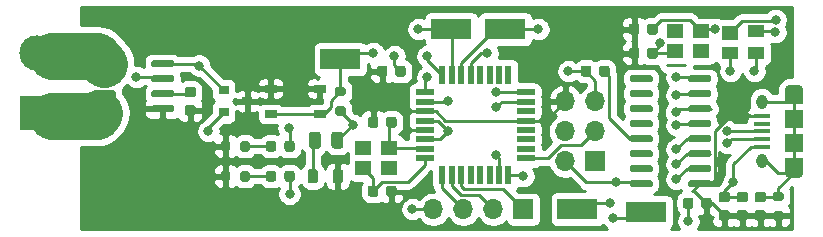
<source format=gtl>
G04 #@! TF.GenerationSoftware,KiCad,Pcbnew,5.1.12-84ad8e8a86~92~ubuntu20.04.1*
G04 #@! TF.CreationDate,2021-11-23T01:14:47+00:00*
G04 #@! TF.ProjectId,atmega-demo,61746d65-6761-42d6-9465-6d6f2e6b6963,rev?*
G04 #@! TF.SameCoordinates,Original*
G04 #@! TF.FileFunction,Copper,L1,Top*
G04 #@! TF.FilePolarity,Positive*
%FSLAX46Y46*%
G04 Gerber Fmt 4.6, Leading zero omitted, Abs format (unit mm)*
G04 Created by KiCad (PCBNEW 5.1.12-84ad8e8a86~92~ubuntu20.04.1) date 2021-11-23 01:14:47*
%MOMM*%
%LPD*%
G01*
G04 APERTURE LIST*
G04 #@! TA.AperFunction,ComponentPad*
%ADD10C,3.000000*%
G04 #@! TD*
G04 #@! TA.AperFunction,ComponentPad*
%ADD11R,3.000000X3.000000*%
G04 #@! TD*
G04 #@! TA.AperFunction,SMDPad,CuDef*
%ADD12R,0.900000X0.800000*%
G04 #@! TD*
G04 #@! TA.AperFunction,ComponentPad*
%ADD13O,1.700000X1.700000*%
G04 #@! TD*
G04 #@! TA.AperFunction,ComponentPad*
%ADD14R,1.700000X1.700000*%
G04 #@! TD*
G04 #@! TA.AperFunction,SMDPad,CuDef*
%ADD15R,1.400000X1.200000*%
G04 #@! TD*
G04 #@! TA.AperFunction,SMDPad,CuDef*
%ADD16R,3.400000X1.800000*%
G04 #@! TD*
G04 #@! TA.AperFunction,ComponentPad*
%ADD17O,1.550000X0.890000*%
G04 #@! TD*
G04 #@! TA.AperFunction,SMDPad,CuDef*
%ADD18R,1.550000X1.200000*%
G04 #@! TD*
G04 #@! TA.AperFunction,SMDPad,CuDef*
%ADD19R,1.550000X1.500000*%
G04 #@! TD*
G04 #@! TA.AperFunction,ComponentPad*
%ADD20O,0.950000X1.250000*%
G04 #@! TD*
G04 #@! TA.AperFunction,SMDPad,CuDef*
%ADD21R,1.350000X0.400000*%
G04 #@! TD*
G04 #@! TA.AperFunction,SMDPad,CuDef*
%ADD22R,1.400000X1.000000*%
G04 #@! TD*
G04 #@! TA.AperFunction,SMDPad,CuDef*
%ADD23R,0.550000X1.600000*%
G04 #@! TD*
G04 #@! TA.AperFunction,SMDPad,CuDef*
%ADD24R,1.600000X0.550000*%
G04 #@! TD*
G04 #@! TA.AperFunction,SMDPad,CuDef*
%ADD25R,1.050000X0.650000*%
G04 #@! TD*
G04 #@! TA.AperFunction,ViaPad*
%ADD26C,0.800000*%
G04 #@! TD*
G04 #@! TA.AperFunction,Conductor*
%ADD27C,0.250000*%
G04 #@! TD*
G04 #@! TA.AperFunction,Conductor*
%ADD28C,4.000000*%
G04 #@! TD*
G04 #@! TA.AperFunction,Conductor*
%ADD29C,0.254000*%
G04 #@! TD*
G04 #@! TA.AperFunction,Conductor*
%ADD30C,0.100000*%
G04 #@! TD*
G04 APERTURE END LIST*
G04 #@! TO.P,C5,2*
G04 #@! TO.N,Net-(C5-Pad2)*
G04 #@! TA.AperFunction,SMDPad,CuDef*
G36*
G01*
X177363000Y-81022000D02*
X177363000Y-80522000D01*
G75*
G02*
X177588000Y-80297000I225000J0D01*
G01*
X178038000Y-80297000D01*
G75*
G02*
X178263000Y-80522000I0J-225000D01*
G01*
X178263000Y-81022000D01*
G75*
G02*
X178038000Y-81247000I-225000J0D01*
G01*
X177588000Y-81247000D01*
G75*
G02*
X177363000Y-81022000I0J225000D01*
G01*
G37*
G04 #@! TD.AperFunction*
G04 #@! TO.P,C5,1*
G04 #@! TO.N,GND*
G04 #@! TA.AperFunction,SMDPad,CuDef*
G36*
G01*
X175813000Y-81022000D02*
X175813000Y-80522000D01*
G75*
G02*
X176038000Y-80297000I225000J0D01*
G01*
X176488000Y-80297000D01*
G75*
G02*
X176713000Y-80522000I0J-225000D01*
G01*
X176713000Y-81022000D01*
G75*
G02*
X176488000Y-81247000I-225000J0D01*
G01*
X176038000Y-81247000D01*
G75*
G02*
X175813000Y-81022000I0J225000D01*
G01*
G37*
G04 #@! TD.AperFunction*
G04 #@! TD*
D10*
G04 #@! TO.P,J4,2*
G04 #@! TO.N,Net-(J4-Pad2)*
X147828000Y-74930000D03*
D11*
G04 #@! TO.P,J4,1*
G04 #@! TO.N,Net-(J4-Pad1)*
X147828000Y-80010000D03*
G04 #@! TD*
D12*
G04 #@! TO.P,U2,3*
G04 #@! TO.N,GND*
X165592000Y-78994000D03*
G04 #@! TO.P,U2,2*
G04 #@! TO.N,TEMP*
X163592000Y-79944000D03*
G04 #@! TO.P,U2,1*
G04 #@! TO.N,+5V*
X163592000Y-78044000D03*
G04 #@! TD*
G04 #@! TO.P,R3,2*
G04 #@! TO.N,GND*
G04 #@! TA.AperFunction,SMDPad,CuDef*
G36*
G01*
X164167000Y-82529000D02*
X164167000Y-83079000D01*
G75*
G02*
X163967000Y-83279000I-200000J0D01*
G01*
X163567000Y-83279000D01*
G75*
G02*
X163367000Y-83079000I0J200000D01*
G01*
X163367000Y-82529000D01*
G75*
G02*
X163567000Y-82329000I200000J0D01*
G01*
X163967000Y-82329000D01*
G75*
G02*
X164167000Y-82529000I0J-200000D01*
G01*
G37*
G04 #@! TD.AperFunction*
G04 #@! TO.P,R3,1*
G04 #@! TO.N,Net-(D2-Pad1)*
G04 #@! TA.AperFunction,SMDPad,CuDef*
G36*
G01*
X165817000Y-82529000D02*
X165817000Y-83079000D01*
G75*
G02*
X165617000Y-83279000I-200000J0D01*
G01*
X165217000Y-83279000D01*
G75*
G02*
X165017000Y-83079000I0J200000D01*
G01*
X165017000Y-82529000D01*
G75*
G02*
X165217000Y-82329000I200000J0D01*
G01*
X165617000Y-82329000D01*
G75*
G02*
X165817000Y-82529000I0J-200000D01*
G01*
G37*
G04 #@! TD.AperFunction*
G04 #@! TD*
G04 #@! TO.P,R2,2*
G04 #@! TO.N,GND*
G04 #@! TA.AperFunction,SMDPad,CuDef*
G36*
G01*
X164167000Y-85069000D02*
X164167000Y-85619000D01*
G75*
G02*
X163967000Y-85819000I-200000J0D01*
G01*
X163567000Y-85819000D01*
G75*
G02*
X163367000Y-85619000I0J200000D01*
G01*
X163367000Y-85069000D01*
G75*
G02*
X163567000Y-84869000I200000J0D01*
G01*
X163967000Y-84869000D01*
G75*
G02*
X164167000Y-85069000I0J-200000D01*
G01*
G37*
G04 #@! TD.AperFunction*
G04 #@! TO.P,R2,1*
G04 #@! TO.N,Net-(D1-Pad1)*
G04 #@! TA.AperFunction,SMDPad,CuDef*
G36*
G01*
X165817000Y-85069000D02*
X165817000Y-85619000D01*
G75*
G02*
X165617000Y-85819000I-200000J0D01*
G01*
X165217000Y-85819000D01*
G75*
G02*
X165017000Y-85619000I0J200000D01*
G01*
X165017000Y-85069000D01*
G75*
G02*
X165217000Y-84869000I200000J0D01*
G01*
X165617000Y-84869000D01*
G75*
G02*
X165817000Y-85069000I0J-200000D01*
G01*
G37*
G04 #@! TD.AperFunction*
G04 #@! TD*
D13*
G04 #@! TO.P,J1,4*
G04 #@! TO.N,Net-(J1-Pad4)*
X181356000Y-88138000D03*
G04 #@! TO.P,J1,3*
G04 #@! TO.N,Net-(J1-Pad3)*
X183896000Y-88138000D03*
G04 #@! TO.P,J1,2*
G04 #@! TO.N,Net-(J1-Pad2)*
X186436000Y-88138000D03*
D14*
G04 #@! TO.P,J1,1*
G04 #@! TO.N,Net-(J1-Pad1)*
X188976000Y-88138000D03*
G04 #@! TD*
G04 #@! TO.P,D2,2*
G04 #@! TO.N,Net-(D2-Pad2)*
G04 #@! TA.AperFunction,SMDPad,CuDef*
G36*
G01*
X168752000Y-83060250D02*
X168752000Y-82547750D01*
G75*
G02*
X168970750Y-82329000I218750J0D01*
G01*
X169408250Y-82329000D01*
G75*
G02*
X169627000Y-82547750I0J-218750D01*
G01*
X169627000Y-83060250D01*
G75*
G02*
X169408250Y-83279000I-218750J0D01*
G01*
X168970750Y-83279000D01*
G75*
G02*
X168752000Y-83060250I0J218750D01*
G01*
G37*
G04 #@! TD.AperFunction*
G04 #@! TO.P,D2,1*
G04 #@! TO.N,Net-(D2-Pad1)*
G04 #@! TA.AperFunction,SMDPad,CuDef*
G36*
G01*
X167177000Y-83060250D02*
X167177000Y-82547750D01*
G75*
G02*
X167395750Y-82329000I218750J0D01*
G01*
X167833250Y-82329000D01*
G75*
G02*
X168052000Y-82547750I0J-218750D01*
G01*
X168052000Y-83060250D01*
G75*
G02*
X167833250Y-83279000I-218750J0D01*
G01*
X167395750Y-83279000D01*
G75*
G02*
X167177000Y-83060250I0J218750D01*
G01*
G37*
G04 #@! TD.AperFunction*
G04 #@! TD*
G04 #@! TO.P,D1,2*
G04 #@! TO.N,Net-(D1-Pad2)*
G04 #@! TA.AperFunction,SMDPad,CuDef*
G36*
G01*
X168752000Y-85600250D02*
X168752000Y-85087750D01*
G75*
G02*
X168970750Y-84869000I218750J0D01*
G01*
X169408250Y-84869000D01*
G75*
G02*
X169627000Y-85087750I0J-218750D01*
G01*
X169627000Y-85600250D01*
G75*
G02*
X169408250Y-85819000I-218750J0D01*
G01*
X168970750Y-85819000D01*
G75*
G02*
X168752000Y-85600250I0J218750D01*
G01*
G37*
G04 #@! TD.AperFunction*
G04 #@! TO.P,D1,1*
G04 #@! TO.N,Net-(D1-Pad1)*
G04 #@! TA.AperFunction,SMDPad,CuDef*
G36*
G01*
X167177000Y-85600250D02*
X167177000Y-85087750D01*
G75*
G02*
X167395750Y-84869000I218750J0D01*
G01*
X167833250Y-84869000D01*
G75*
G02*
X168052000Y-85087750I0J-218750D01*
G01*
X168052000Y-85600250D01*
G75*
G02*
X167833250Y-85819000I-218750J0D01*
G01*
X167395750Y-85819000D01*
G75*
G02*
X167177000Y-85600250I0J218750D01*
G01*
G37*
G04 #@! TD.AperFunction*
G04 #@! TD*
D15*
G04 #@! TO.P,Y2,4*
G04 #@! TO.N,Net-(Y2-Pad4)*
X201846000Y-73064000D03*
G04 #@! TO.P,Y2,3*
G04 #@! TO.N,Net-(C10-Pad1)*
X204046000Y-73064000D03*
G04 #@! TO.P,Y2,2*
G04 #@! TO.N,Net-(Y2-Pad2)*
X204046000Y-74764000D03*
G04 #@! TO.P,Y2,1*
G04 #@! TO.N,Net-(C9-Pad1)*
X201846000Y-74764000D03*
G04 #@! TD*
G04 #@! TO.P,Y1,4*
G04 #@! TO.N,Net-(Y1-Pad4)*
X177630000Y-84670000D03*
G04 #@! TO.P,Y1,3*
G04 #@! TO.N,Net-(C6-Pad2)*
X175430000Y-84670000D03*
G04 #@! TO.P,Y1,2*
G04 #@! TO.N,Net-(Y1-Pad2)*
X175430000Y-82970000D03*
G04 #@! TO.P,Y1,1*
G04 #@! TO.N,Net-(C5-Pad2)*
X177630000Y-82970000D03*
G04 #@! TD*
G04 #@! TO.P,U1,8*
G04 #@! TO.N,+5V*
G04 #@! TA.AperFunction,SMDPad,CuDef*
G36*
G01*
X157456000Y-75969000D02*
X157456000Y-75669000D01*
G75*
G02*
X157606000Y-75519000I150000J0D01*
G01*
X159256000Y-75519000D01*
G75*
G02*
X159406000Y-75669000I0J-150000D01*
G01*
X159406000Y-75969000D01*
G75*
G02*
X159256000Y-76119000I-150000J0D01*
G01*
X157606000Y-76119000D01*
G75*
G02*
X157456000Y-75969000I0J150000D01*
G01*
G37*
G04 #@! TD.AperFunction*
G04 #@! TO.P,U1,7*
G04 #@! TO.N,ADC*
G04 #@! TA.AperFunction,SMDPad,CuDef*
G36*
G01*
X157456000Y-77239000D02*
X157456000Y-76939000D01*
G75*
G02*
X157606000Y-76789000I150000J0D01*
G01*
X159256000Y-76789000D01*
G75*
G02*
X159406000Y-76939000I0J-150000D01*
G01*
X159406000Y-77239000D01*
G75*
G02*
X159256000Y-77389000I-150000J0D01*
G01*
X157606000Y-77389000D01*
G75*
G02*
X157456000Y-77239000I0J150000D01*
G01*
G37*
G04 #@! TD.AperFunction*
G04 #@! TO.P,U1,6*
G04 #@! TO.N,Net-(C1-Pad2)*
G04 #@! TA.AperFunction,SMDPad,CuDef*
G36*
G01*
X157456000Y-78509000D02*
X157456000Y-78209000D01*
G75*
G02*
X157606000Y-78059000I150000J0D01*
G01*
X159256000Y-78059000D01*
G75*
G02*
X159406000Y-78209000I0J-150000D01*
G01*
X159406000Y-78509000D01*
G75*
G02*
X159256000Y-78659000I-150000J0D01*
G01*
X157606000Y-78659000D01*
G75*
G02*
X157456000Y-78509000I0J150000D01*
G01*
G37*
G04 #@! TD.AperFunction*
G04 #@! TO.P,U1,5*
G04 #@! TO.N,GND*
G04 #@! TA.AperFunction,SMDPad,CuDef*
G36*
G01*
X157456000Y-79779000D02*
X157456000Y-79479000D01*
G75*
G02*
X157606000Y-79329000I150000J0D01*
G01*
X159256000Y-79329000D01*
G75*
G02*
X159406000Y-79479000I0J-150000D01*
G01*
X159406000Y-79779000D01*
G75*
G02*
X159256000Y-79929000I-150000J0D01*
G01*
X157606000Y-79929000D01*
G75*
G02*
X157456000Y-79779000I0J150000D01*
G01*
G37*
G04 #@! TD.AperFunction*
G04 #@! TO.P,U1,4*
G04 #@! TO.N,Net-(J4-Pad1)*
G04 #@! TA.AperFunction,SMDPad,CuDef*
G36*
G01*
X152506000Y-79779000D02*
X152506000Y-79479000D01*
G75*
G02*
X152656000Y-79329000I150000J0D01*
G01*
X154306000Y-79329000D01*
G75*
G02*
X154456000Y-79479000I0J-150000D01*
G01*
X154456000Y-79779000D01*
G75*
G02*
X154306000Y-79929000I-150000J0D01*
G01*
X152656000Y-79929000D01*
G75*
G02*
X152506000Y-79779000I0J150000D01*
G01*
G37*
G04 #@! TD.AperFunction*
G04 #@! TO.P,U1,3*
G04 #@! TA.AperFunction,SMDPad,CuDef*
G36*
G01*
X152506000Y-78509000D02*
X152506000Y-78209000D01*
G75*
G02*
X152656000Y-78059000I150000J0D01*
G01*
X154306000Y-78059000D01*
G75*
G02*
X154456000Y-78209000I0J-150000D01*
G01*
X154456000Y-78509000D01*
G75*
G02*
X154306000Y-78659000I-150000J0D01*
G01*
X152656000Y-78659000D01*
G75*
G02*
X152506000Y-78509000I0J150000D01*
G01*
G37*
G04 #@! TD.AperFunction*
G04 #@! TO.P,U1,2*
G04 #@! TO.N,Net-(J4-Pad2)*
G04 #@! TA.AperFunction,SMDPad,CuDef*
G36*
G01*
X152506000Y-77239000D02*
X152506000Y-76939000D01*
G75*
G02*
X152656000Y-76789000I150000J0D01*
G01*
X154306000Y-76789000D01*
G75*
G02*
X154456000Y-76939000I0J-150000D01*
G01*
X154456000Y-77239000D01*
G75*
G02*
X154306000Y-77389000I-150000J0D01*
G01*
X152656000Y-77389000D01*
G75*
G02*
X152506000Y-77239000I0J150000D01*
G01*
G37*
G04 #@! TD.AperFunction*
G04 #@! TO.P,U1,1*
G04 #@! TA.AperFunction,SMDPad,CuDef*
G36*
G01*
X152506000Y-75969000D02*
X152506000Y-75669000D01*
G75*
G02*
X152656000Y-75519000I150000J0D01*
G01*
X154306000Y-75519000D01*
G75*
G02*
X154456000Y-75669000I0J-150000D01*
G01*
X154456000Y-75969000D01*
G75*
G02*
X154306000Y-76119000I-150000J0D01*
G01*
X152656000Y-76119000D01*
G75*
G02*
X152506000Y-75969000I0J150000D01*
G01*
G37*
G04 #@! TD.AperFunction*
G04 #@! TD*
D16*
G04 #@! TO.P,TP2,1*
G04 #@! TO.N,Net-(D3-Pad2)*
X199390000Y-88392000D03*
G04 #@! TD*
G04 #@! TO.P,TP3,1*
G04 #@! TO.N,Net-(D3-Pad3)*
X193548000Y-88138000D03*
G04 #@! TD*
G04 #@! TO.P,TP1,1*
G04 #@! TO.N,Net-(C8-Pad2)*
X173482000Y-75438000D03*
G04 #@! TD*
G04 #@! TO.P,TP5,1*
G04 #@! TO.N,RXD*
X187452000Y-72898000D03*
G04 #@! TD*
G04 #@! TO.P,TP4,1*
G04 #@! TO.N,TXD*
X182880000Y-72898000D03*
G04 #@! TD*
G04 #@! TO.P,R4,2*
G04 #@! TO.N,Net-(C7-Pad2)*
G04 #@! TA.AperFunction,SMDPad,CuDef*
G36*
G01*
X210841000Y-87459000D02*
X210291000Y-87459000D01*
G75*
G02*
X210091000Y-87259000I0J200000D01*
G01*
X210091000Y-86859000D01*
G75*
G02*
X210291000Y-86659000I200000J0D01*
G01*
X210841000Y-86659000D01*
G75*
G02*
X211041000Y-86859000I0J-200000D01*
G01*
X211041000Y-87259000D01*
G75*
G02*
X210841000Y-87459000I-200000J0D01*
G01*
G37*
G04 #@! TD.AperFunction*
G04 #@! TO.P,R4,1*
G04 #@! TO.N,GND*
G04 #@! TA.AperFunction,SMDPad,CuDef*
G36*
G01*
X210841000Y-89109000D02*
X210291000Y-89109000D01*
G75*
G02*
X210091000Y-88909000I0J200000D01*
G01*
X210091000Y-88509000D01*
G75*
G02*
X210291000Y-88309000I200000J0D01*
G01*
X210841000Y-88309000D01*
G75*
G02*
X211041000Y-88509000I0J-200000D01*
G01*
X211041000Y-88909000D01*
G75*
G02*
X210841000Y-89109000I-200000J0D01*
G01*
G37*
G04 #@! TD.AperFunction*
G04 #@! TD*
D17*
G04 #@! TO.P,J3,6*
G04 #@! TO.N,Net-(C7-Pad2)*
X211866000Y-78034000D03*
X211866000Y-85034000D03*
D18*
X211866000Y-78634000D03*
X211866000Y-84434000D03*
D19*
X211866000Y-80534000D03*
X211866000Y-82534000D03*
D20*
X209166000Y-79034000D03*
X209166000Y-84034000D03*
D21*
G04 #@! TO.P,J3,5*
G04 #@! TO.N,GND*
X209166000Y-80234000D03*
G04 #@! TO.P,J3,4*
G04 #@! TO.N,Net-(J3-Pad4)*
X209166000Y-80884000D03*
G04 #@! TO.P,J3,3*
G04 #@! TO.N,Net-(D3-Pad3)*
X209166000Y-81534000D03*
G04 #@! TO.P,J3,2*
G04 #@! TO.N,Net-(D3-Pad2)*
X209166000Y-82184000D03*
G04 #@! TO.P,J3,1*
G04 #@! TO.N,+5V*
X209166000Y-82834000D03*
G04 #@! TD*
D22*
G04 #@! TO.P,D3,4*
G04 #@! TO.N,+5V*
X208702000Y-73030000D03*
G04 #@! TO.P,D3,3*
G04 #@! TO.N,Net-(D3-Pad3)*
X208702000Y-74930000D03*
G04 #@! TO.P,D3,2*
G04 #@! TO.N,Net-(D3-Pad2)*
X206502000Y-74930000D03*
D15*
G04 #@! TO.P,D3,1*
G04 #@! TO.N,Net-(C7-Pad2)*
X206502000Y-73210000D03*
G04 #@! TD*
G04 #@! TO.P,C1,2*
G04 #@! TO.N,Net-(C1-Pad2)*
G04 #@! TA.AperFunction,SMDPad,CuDef*
G36*
G01*
X161032000Y-78669000D02*
X160532000Y-78669000D01*
G75*
G02*
X160307000Y-78444000I0J225000D01*
G01*
X160307000Y-77994000D01*
G75*
G02*
X160532000Y-77769000I225000J0D01*
G01*
X161032000Y-77769000D01*
G75*
G02*
X161257000Y-77994000I0J-225000D01*
G01*
X161257000Y-78444000D01*
G75*
G02*
X161032000Y-78669000I-225000J0D01*
G01*
G37*
G04 #@! TD.AperFunction*
G04 #@! TO.P,C1,1*
G04 #@! TO.N,GND*
G04 #@! TA.AperFunction,SMDPad,CuDef*
G36*
G01*
X161032000Y-80219000D02*
X160532000Y-80219000D01*
G75*
G02*
X160307000Y-79994000I0J225000D01*
G01*
X160307000Y-79544000D01*
G75*
G02*
X160532000Y-79319000I225000J0D01*
G01*
X161032000Y-79319000D01*
G75*
G02*
X161257000Y-79544000I0J-225000D01*
G01*
X161257000Y-79994000D01*
G75*
G02*
X161032000Y-80219000I-225000J0D01*
G01*
G37*
G04 #@! TD.AperFunction*
G04 #@! TD*
G04 #@! TO.P,C2,2*
G04 #@! TO.N,GND*
G04 #@! TA.AperFunction,SMDPad,CuDef*
G36*
G01*
X177475000Y-76204000D02*
X177475000Y-76704000D01*
G75*
G02*
X177250000Y-76929000I-225000J0D01*
G01*
X176800000Y-76929000D01*
G75*
G02*
X176575000Y-76704000I0J225000D01*
G01*
X176575000Y-76204000D01*
G75*
G02*
X176800000Y-75979000I225000J0D01*
G01*
X177250000Y-75979000D01*
G75*
G02*
X177475000Y-76204000I0J-225000D01*
G01*
G37*
G04 #@! TD.AperFunction*
G04 #@! TO.P,C2,1*
G04 #@! TO.N,+5V*
G04 #@! TA.AperFunction,SMDPad,CuDef*
G36*
G01*
X179025000Y-76204000D02*
X179025000Y-76704000D01*
G75*
G02*
X178800000Y-76929000I-225000J0D01*
G01*
X178350000Y-76929000D01*
G75*
G02*
X178125000Y-76704000I0J225000D01*
G01*
X178125000Y-76204000D01*
G75*
G02*
X178350000Y-75979000I225000J0D01*
G01*
X178800000Y-75979000D01*
G75*
G02*
X179025000Y-76204000I0J-225000D01*
G01*
G37*
G04 #@! TD.AperFunction*
G04 #@! TD*
G04 #@! TO.P,C7,2*
G04 #@! TO.N,Net-(C7-Pad2)*
G04 #@! TA.AperFunction,SMDPad,CuDef*
G36*
G01*
X209292000Y-87559000D02*
X208792000Y-87559000D01*
G75*
G02*
X208567000Y-87334000I0J225000D01*
G01*
X208567000Y-86884000D01*
G75*
G02*
X208792000Y-86659000I225000J0D01*
G01*
X209292000Y-86659000D01*
G75*
G02*
X209517000Y-86884000I0J-225000D01*
G01*
X209517000Y-87334000D01*
G75*
G02*
X209292000Y-87559000I-225000J0D01*
G01*
G37*
G04 #@! TD.AperFunction*
G04 #@! TO.P,C7,1*
G04 #@! TO.N,GND*
G04 #@! TA.AperFunction,SMDPad,CuDef*
G36*
G01*
X209292000Y-89109000D02*
X208792000Y-89109000D01*
G75*
G02*
X208567000Y-88884000I0J225000D01*
G01*
X208567000Y-88434000D01*
G75*
G02*
X208792000Y-88209000I225000J0D01*
G01*
X209292000Y-88209000D01*
G75*
G02*
X209517000Y-88434000I0J-225000D01*
G01*
X209517000Y-88884000D01*
G75*
G02*
X209292000Y-89109000I-225000J0D01*
G01*
G37*
G04 #@! TD.AperFunction*
G04 #@! TD*
G04 #@! TO.P,C8,2*
G04 #@! TO.N,Net-(C8-Pad2)*
G04 #@! TA.AperFunction,SMDPad,CuDef*
G36*
G01*
X194734000Y-76204000D02*
X194734000Y-76704000D01*
G75*
G02*
X194509000Y-76929000I-225000J0D01*
G01*
X194059000Y-76929000D01*
G75*
G02*
X193834000Y-76704000I0J225000D01*
G01*
X193834000Y-76204000D01*
G75*
G02*
X194059000Y-75979000I225000J0D01*
G01*
X194509000Y-75979000D01*
G75*
G02*
X194734000Y-76204000I0J-225000D01*
G01*
G37*
G04 #@! TD.AperFunction*
G04 #@! TO.P,C8,1*
G04 #@! TO.N,Net-(C8-Pad1)*
G04 #@! TA.AperFunction,SMDPad,CuDef*
G36*
G01*
X196284000Y-76204000D02*
X196284000Y-76704000D01*
G75*
G02*
X196059000Y-76929000I-225000J0D01*
G01*
X195609000Y-76929000D01*
G75*
G02*
X195384000Y-76704000I0J225000D01*
G01*
X195384000Y-76204000D01*
G75*
G02*
X195609000Y-75979000I225000J0D01*
G01*
X196059000Y-75979000D01*
G75*
G02*
X196284000Y-76204000I0J-225000D01*
G01*
G37*
G04 #@! TD.AperFunction*
G04 #@! TD*
G04 #@! TO.P,C3,2*
G04 #@! TO.N,GND*
G04 #@! TA.AperFunction,SMDPad,CuDef*
G36*
G01*
X205744000Y-88209000D02*
X206244000Y-88209000D01*
G75*
G02*
X206469000Y-88434000I0J-225000D01*
G01*
X206469000Y-88884000D01*
G75*
G02*
X206244000Y-89109000I-225000J0D01*
G01*
X205744000Y-89109000D01*
G75*
G02*
X205519000Y-88884000I0J225000D01*
G01*
X205519000Y-88434000D01*
G75*
G02*
X205744000Y-88209000I225000J0D01*
G01*
G37*
G04 #@! TD.AperFunction*
G04 #@! TO.P,C3,1*
G04 #@! TO.N,+5V*
G04 #@! TA.AperFunction,SMDPad,CuDef*
G36*
G01*
X205744000Y-86659000D02*
X206244000Y-86659000D01*
G75*
G02*
X206469000Y-86884000I0J-225000D01*
G01*
X206469000Y-87334000D01*
G75*
G02*
X206244000Y-87559000I-225000J0D01*
G01*
X205744000Y-87559000D01*
G75*
G02*
X205519000Y-87334000I0J225000D01*
G01*
X205519000Y-86884000D01*
G75*
G02*
X205744000Y-86659000I225000J0D01*
G01*
G37*
G04 #@! TD.AperFunction*
G04 #@! TD*
G04 #@! TO.P,C11,2*
G04 #@! TO.N,GND*
G04 #@! TA.AperFunction,SMDPad,CuDef*
G36*
G01*
X204033000Y-87880000D02*
X204033000Y-87380000D01*
G75*
G02*
X204258000Y-87155000I225000J0D01*
G01*
X204708000Y-87155000D01*
G75*
G02*
X204933000Y-87380000I0J-225000D01*
G01*
X204933000Y-87880000D01*
G75*
G02*
X204708000Y-88105000I-225000J0D01*
G01*
X204258000Y-88105000D01*
G75*
G02*
X204033000Y-87880000I0J225000D01*
G01*
G37*
G04 #@! TD.AperFunction*
G04 #@! TO.P,C11,1*
G04 #@! TO.N,Net-(C11-Pad1)*
G04 #@! TA.AperFunction,SMDPad,CuDef*
G36*
G01*
X202483000Y-87880000D02*
X202483000Y-87380000D01*
G75*
G02*
X202708000Y-87155000I225000J0D01*
G01*
X203158000Y-87155000D01*
G75*
G02*
X203383000Y-87380000I0J-225000D01*
G01*
X203383000Y-87880000D01*
G75*
G02*
X203158000Y-88105000I-225000J0D01*
G01*
X202708000Y-88105000D01*
G75*
G02*
X202483000Y-87880000I0J225000D01*
G01*
G37*
G04 #@! TD.AperFunction*
G04 #@! TD*
G04 #@! TO.P,C12,2*
G04 #@! TO.N,GND*
G04 #@! TA.AperFunction,SMDPad,CuDef*
G36*
G01*
X207268000Y-88209000D02*
X207768000Y-88209000D01*
G75*
G02*
X207993000Y-88434000I0J-225000D01*
G01*
X207993000Y-88884000D01*
G75*
G02*
X207768000Y-89109000I-225000J0D01*
G01*
X207268000Y-89109000D01*
G75*
G02*
X207043000Y-88884000I0J225000D01*
G01*
X207043000Y-88434000D01*
G75*
G02*
X207268000Y-88209000I225000J0D01*
G01*
G37*
G04 #@! TD.AperFunction*
G04 #@! TO.P,C12,1*
G04 #@! TO.N,+5V*
G04 #@! TA.AperFunction,SMDPad,CuDef*
G36*
G01*
X207268000Y-86659000D02*
X207768000Y-86659000D01*
G75*
G02*
X207993000Y-86884000I0J-225000D01*
G01*
X207993000Y-87334000D01*
G75*
G02*
X207768000Y-87559000I-225000J0D01*
G01*
X207268000Y-87559000D01*
G75*
G02*
X207043000Y-87334000I0J225000D01*
G01*
X207043000Y-86884000D01*
G75*
G02*
X207268000Y-86659000I225000J0D01*
G01*
G37*
G04 #@! TD.AperFunction*
G04 #@! TD*
G04 #@! TO.P,C10,2*
G04 #@! TO.N,GND*
G04 #@! TA.AperFunction,SMDPad,CuDef*
G36*
G01*
X198798000Y-72648000D02*
X198798000Y-73148000D01*
G75*
G02*
X198573000Y-73373000I-225000J0D01*
G01*
X198123000Y-73373000D01*
G75*
G02*
X197898000Y-73148000I0J225000D01*
G01*
X197898000Y-72648000D01*
G75*
G02*
X198123000Y-72423000I225000J0D01*
G01*
X198573000Y-72423000D01*
G75*
G02*
X198798000Y-72648000I0J-225000D01*
G01*
G37*
G04 #@! TD.AperFunction*
G04 #@! TO.P,C10,1*
G04 #@! TO.N,Net-(C10-Pad1)*
G04 #@! TA.AperFunction,SMDPad,CuDef*
G36*
G01*
X200348000Y-72648000D02*
X200348000Y-73148000D01*
G75*
G02*
X200123000Y-73373000I-225000J0D01*
G01*
X199673000Y-73373000D01*
G75*
G02*
X199448000Y-73148000I0J225000D01*
G01*
X199448000Y-72648000D01*
G75*
G02*
X199673000Y-72423000I225000J0D01*
G01*
X200123000Y-72423000D01*
G75*
G02*
X200348000Y-72648000I0J-225000D01*
G01*
G37*
G04 #@! TD.AperFunction*
G04 #@! TD*
G04 #@! TO.P,R1,2*
G04 #@! TO.N,Net-(C8-Pad2)*
G04 #@! TA.AperFunction,SMDPad,CuDef*
G36*
G01*
X173757000Y-78569000D02*
X173207000Y-78569000D01*
G75*
G02*
X173007000Y-78369000I0J200000D01*
G01*
X173007000Y-77969000D01*
G75*
G02*
X173207000Y-77769000I200000J0D01*
G01*
X173757000Y-77769000D01*
G75*
G02*
X173957000Y-77969000I0J-200000D01*
G01*
X173957000Y-78369000D01*
G75*
G02*
X173757000Y-78569000I-200000J0D01*
G01*
G37*
G04 #@! TD.AperFunction*
G04 #@! TO.P,R1,1*
G04 #@! TO.N,+5V*
G04 #@! TA.AperFunction,SMDPad,CuDef*
G36*
G01*
X173757000Y-80219000D02*
X173207000Y-80219000D01*
G75*
G02*
X173007000Y-80019000I0J200000D01*
G01*
X173007000Y-79619000D01*
G75*
G02*
X173207000Y-79419000I200000J0D01*
G01*
X173757000Y-79419000D01*
G75*
G02*
X173957000Y-79619000I0J-200000D01*
G01*
X173957000Y-80019000D01*
G75*
G02*
X173757000Y-80219000I-200000J0D01*
G01*
G37*
G04 #@! TD.AperFunction*
G04 #@! TD*
G04 #@! TO.P,C9,2*
G04 #@! TO.N,GND*
G04 #@! TA.AperFunction,SMDPad,CuDef*
G36*
G01*
X198811000Y-74680000D02*
X198811000Y-75180000D01*
G75*
G02*
X198586000Y-75405000I-225000J0D01*
G01*
X198136000Y-75405000D01*
G75*
G02*
X197911000Y-75180000I0J225000D01*
G01*
X197911000Y-74680000D01*
G75*
G02*
X198136000Y-74455000I225000J0D01*
G01*
X198586000Y-74455000D01*
G75*
G02*
X198811000Y-74680000I0J-225000D01*
G01*
G37*
G04 #@! TD.AperFunction*
G04 #@! TO.P,C9,1*
G04 #@! TO.N,Net-(C9-Pad1)*
G04 #@! TA.AperFunction,SMDPad,CuDef*
G36*
G01*
X200361000Y-74680000D02*
X200361000Y-75180000D01*
G75*
G02*
X200136000Y-75405000I-225000J0D01*
G01*
X199686000Y-75405000D01*
G75*
G02*
X199461000Y-75180000I0J225000D01*
G01*
X199461000Y-74680000D01*
G75*
G02*
X199686000Y-74455000I225000J0D01*
G01*
X200136000Y-74455000D01*
G75*
G02*
X200361000Y-74680000I0J-225000D01*
G01*
G37*
G04 #@! TD.AperFunction*
G04 #@! TD*
G04 #@! TO.P,C6,2*
G04 #@! TO.N,Net-(C6-Pad2)*
G04 #@! TA.AperFunction,SMDPad,CuDef*
G36*
G01*
X176700000Y-86364000D02*
X176700000Y-86864000D01*
G75*
G02*
X176475000Y-87089000I-225000J0D01*
G01*
X176025000Y-87089000D01*
G75*
G02*
X175800000Y-86864000I0J225000D01*
G01*
X175800000Y-86364000D01*
G75*
G02*
X176025000Y-86139000I225000J0D01*
G01*
X176475000Y-86139000D01*
G75*
G02*
X176700000Y-86364000I0J-225000D01*
G01*
G37*
G04 #@! TD.AperFunction*
G04 #@! TO.P,C6,1*
G04 #@! TO.N,GND*
G04 #@! TA.AperFunction,SMDPad,CuDef*
G36*
G01*
X178250000Y-86364000D02*
X178250000Y-86864000D01*
G75*
G02*
X178025000Y-87089000I-225000J0D01*
G01*
X177575000Y-87089000D01*
G75*
G02*
X177350000Y-86864000I0J225000D01*
G01*
X177350000Y-86364000D01*
G75*
G02*
X177575000Y-86139000I225000J0D01*
G01*
X178025000Y-86139000D01*
G75*
G02*
X178250000Y-86364000I0J-225000D01*
G01*
G37*
G04 #@! TD.AperFunction*
G04 #@! TD*
G04 #@! TO.P,U4,16*
G04 #@! TO.N,+5V*
G04 #@! TA.AperFunction,SMDPad,CuDef*
G36*
G01*
X199922000Y-85829000D02*
X199922000Y-86129000D01*
G75*
G02*
X199772000Y-86279000I-150000J0D01*
G01*
X198122000Y-86279000D01*
G75*
G02*
X197972000Y-86129000I0J150000D01*
G01*
X197972000Y-85829000D01*
G75*
G02*
X198122000Y-85679000I150000J0D01*
G01*
X199772000Y-85679000D01*
G75*
G02*
X199922000Y-85829000I0J-150000D01*
G01*
G37*
G04 #@! TD.AperFunction*
G04 #@! TO.P,U4,15*
G04 #@! TO.N,Net-(U4-Pad15)*
G04 #@! TA.AperFunction,SMDPad,CuDef*
G36*
G01*
X199922000Y-84559000D02*
X199922000Y-84859000D01*
G75*
G02*
X199772000Y-85009000I-150000J0D01*
G01*
X198122000Y-85009000D01*
G75*
G02*
X197972000Y-84859000I0J150000D01*
G01*
X197972000Y-84559000D01*
G75*
G02*
X198122000Y-84409000I150000J0D01*
G01*
X199772000Y-84409000D01*
G75*
G02*
X199922000Y-84559000I0J-150000D01*
G01*
G37*
G04 #@! TD.AperFunction*
G04 #@! TO.P,U4,14*
G04 #@! TO.N,Net-(U4-Pad14)*
G04 #@! TA.AperFunction,SMDPad,CuDef*
G36*
G01*
X199922000Y-83289000D02*
X199922000Y-83589000D01*
G75*
G02*
X199772000Y-83739000I-150000J0D01*
G01*
X198122000Y-83739000D01*
G75*
G02*
X197972000Y-83589000I0J150000D01*
G01*
X197972000Y-83289000D01*
G75*
G02*
X198122000Y-83139000I150000J0D01*
G01*
X199772000Y-83139000D01*
G75*
G02*
X199922000Y-83289000I0J-150000D01*
G01*
G37*
G04 #@! TD.AperFunction*
G04 #@! TO.P,U4,13*
G04 #@! TO.N,Net-(C8-Pad1)*
G04 #@! TA.AperFunction,SMDPad,CuDef*
G36*
G01*
X199922000Y-82019000D02*
X199922000Y-82319000D01*
G75*
G02*
X199772000Y-82469000I-150000J0D01*
G01*
X198122000Y-82469000D01*
G75*
G02*
X197972000Y-82319000I0J150000D01*
G01*
X197972000Y-82019000D01*
G75*
G02*
X198122000Y-81869000I150000J0D01*
G01*
X199772000Y-81869000D01*
G75*
G02*
X199922000Y-82019000I0J-150000D01*
G01*
G37*
G04 #@! TD.AperFunction*
G04 #@! TO.P,U4,12*
G04 #@! TO.N,Net-(U4-Pad12)*
G04 #@! TA.AperFunction,SMDPad,CuDef*
G36*
G01*
X199922000Y-80749000D02*
X199922000Y-81049000D01*
G75*
G02*
X199772000Y-81199000I-150000J0D01*
G01*
X198122000Y-81199000D01*
G75*
G02*
X197972000Y-81049000I0J150000D01*
G01*
X197972000Y-80749000D01*
G75*
G02*
X198122000Y-80599000I150000J0D01*
G01*
X199772000Y-80599000D01*
G75*
G02*
X199922000Y-80749000I0J-150000D01*
G01*
G37*
G04 #@! TD.AperFunction*
G04 #@! TO.P,U4,11*
G04 #@! TO.N,Net-(U4-Pad11)*
G04 #@! TA.AperFunction,SMDPad,CuDef*
G36*
G01*
X199922000Y-79479000D02*
X199922000Y-79779000D01*
G75*
G02*
X199772000Y-79929000I-150000J0D01*
G01*
X198122000Y-79929000D01*
G75*
G02*
X197972000Y-79779000I0J150000D01*
G01*
X197972000Y-79479000D01*
G75*
G02*
X198122000Y-79329000I150000J0D01*
G01*
X199772000Y-79329000D01*
G75*
G02*
X199922000Y-79479000I0J-150000D01*
G01*
G37*
G04 #@! TD.AperFunction*
G04 #@! TO.P,U4,10*
G04 #@! TO.N,Net-(U4-Pad10)*
G04 #@! TA.AperFunction,SMDPad,CuDef*
G36*
G01*
X199922000Y-78209000D02*
X199922000Y-78509000D01*
G75*
G02*
X199772000Y-78659000I-150000J0D01*
G01*
X198122000Y-78659000D01*
G75*
G02*
X197972000Y-78509000I0J150000D01*
G01*
X197972000Y-78209000D01*
G75*
G02*
X198122000Y-78059000I150000J0D01*
G01*
X199772000Y-78059000D01*
G75*
G02*
X199922000Y-78209000I0J-150000D01*
G01*
G37*
G04 #@! TD.AperFunction*
G04 #@! TO.P,U4,9*
G04 #@! TO.N,Net-(U4-Pad9)*
G04 #@! TA.AperFunction,SMDPad,CuDef*
G36*
G01*
X199922000Y-76939000D02*
X199922000Y-77239000D01*
G75*
G02*
X199772000Y-77389000I-150000J0D01*
G01*
X198122000Y-77389000D01*
G75*
G02*
X197972000Y-77239000I0J150000D01*
G01*
X197972000Y-76939000D01*
G75*
G02*
X198122000Y-76789000I150000J0D01*
G01*
X199772000Y-76789000D01*
G75*
G02*
X199922000Y-76939000I0J-150000D01*
G01*
G37*
G04 #@! TD.AperFunction*
G04 #@! TO.P,U4,8*
G04 #@! TO.N,Net-(C10-Pad1)*
G04 #@! TA.AperFunction,SMDPad,CuDef*
G36*
G01*
X204872000Y-76939000D02*
X204872000Y-77239000D01*
G75*
G02*
X204722000Y-77389000I-150000J0D01*
G01*
X203072000Y-77389000D01*
G75*
G02*
X202922000Y-77239000I0J150000D01*
G01*
X202922000Y-76939000D01*
G75*
G02*
X203072000Y-76789000I150000J0D01*
G01*
X204722000Y-76789000D01*
G75*
G02*
X204872000Y-76939000I0J-150000D01*
G01*
G37*
G04 #@! TD.AperFunction*
G04 #@! TO.P,U4,7*
G04 #@! TO.N,Net-(C9-Pad1)*
G04 #@! TA.AperFunction,SMDPad,CuDef*
G36*
G01*
X204872000Y-78209000D02*
X204872000Y-78509000D01*
G75*
G02*
X204722000Y-78659000I-150000J0D01*
G01*
X203072000Y-78659000D01*
G75*
G02*
X202922000Y-78509000I0J150000D01*
G01*
X202922000Y-78209000D01*
G75*
G02*
X203072000Y-78059000I150000J0D01*
G01*
X204722000Y-78059000D01*
G75*
G02*
X204872000Y-78209000I0J-150000D01*
G01*
G37*
G04 #@! TD.AperFunction*
G04 #@! TO.P,U4,6*
G04 #@! TO.N,Net-(D3-Pad2)*
G04 #@! TA.AperFunction,SMDPad,CuDef*
G36*
G01*
X204872000Y-79479000D02*
X204872000Y-79779000D01*
G75*
G02*
X204722000Y-79929000I-150000J0D01*
G01*
X203072000Y-79929000D01*
G75*
G02*
X202922000Y-79779000I0J150000D01*
G01*
X202922000Y-79479000D01*
G75*
G02*
X203072000Y-79329000I150000J0D01*
G01*
X204722000Y-79329000D01*
G75*
G02*
X204872000Y-79479000I0J-150000D01*
G01*
G37*
G04 #@! TD.AperFunction*
G04 #@! TO.P,U4,5*
G04 #@! TO.N,Net-(D3-Pad3)*
G04 #@! TA.AperFunction,SMDPad,CuDef*
G36*
G01*
X204872000Y-80749000D02*
X204872000Y-81049000D01*
G75*
G02*
X204722000Y-81199000I-150000J0D01*
G01*
X203072000Y-81199000D01*
G75*
G02*
X202922000Y-81049000I0J150000D01*
G01*
X202922000Y-80749000D01*
G75*
G02*
X203072000Y-80599000I150000J0D01*
G01*
X204722000Y-80599000D01*
G75*
G02*
X204872000Y-80749000I0J-150000D01*
G01*
G37*
G04 #@! TD.AperFunction*
G04 #@! TO.P,U4,4*
G04 #@! TO.N,Net-(C11-Pad1)*
G04 #@! TA.AperFunction,SMDPad,CuDef*
G36*
G01*
X204872000Y-82019000D02*
X204872000Y-82319000D01*
G75*
G02*
X204722000Y-82469000I-150000J0D01*
G01*
X203072000Y-82469000D01*
G75*
G02*
X202922000Y-82319000I0J150000D01*
G01*
X202922000Y-82019000D01*
G75*
G02*
X203072000Y-81869000I150000J0D01*
G01*
X204722000Y-81869000D01*
G75*
G02*
X204872000Y-82019000I0J-150000D01*
G01*
G37*
G04 #@! TD.AperFunction*
G04 #@! TO.P,U4,3*
G04 #@! TO.N,RXD*
G04 #@! TA.AperFunction,SMDPad,CuDef*
G36*
G01*
X204872000Y-83289000D02*
X204872000Y-83589000D01*
G75*
G02*
X204722000Y-83739000I-150000J0D01*
G01*
X203072000Y-83739000D01*
G75*
G02*
X202922000Y-83589000I0J150000D01*
G01*
X202922000Y-83289000D01*
G75*
G02*
X203072000Y-83139000I150000J0D01*
G01*
X204722000Y-83139000D01*
G75*
G02*
X204872000Y-83289000I0J-150000D01*
G01*
G37*
G04 #@! TD.AperFunction*
G04 #@! TO.P,U4,2*
G04 #@! TO.N,TXD*
G04 #@! TA.AperFunction,SMDPad,CuDef*
G36*
G01*
X204872000Y-84559000D02*
X204872000Y-84859000D01*
G75*
G02*
X204722000Y-85009000I-150000J0D01*
G01*
X203072000Y-85009000D01*
G75*
G02*
X202922000Y-84859000I0J150000D01*
G01*
X202922000Y-84559000D01*
G75*
G02*
X203072000Y-84409000I150000J0D01*
G01*
X204722000Y-84409000D01*
G75*
G02*
X204872000Y-84559000I0J-150000D01*
G01*
G37*
G04 #@! TD.AperFunction*
G04 #@! TO.P,U4,1*
G04 #@! TO.N,GND*
G04 #@! TA.AperFunction,SMDPad,CuDef*
G36*
G01*
X204872000Y-85829000D02*
X204872000Y-86129000D01*
G75*
G02*
X204722000Y-86279000I-150000J0D01*
G01*
X203072000Y-86279000D01*
G75*
G02*
X202922000Y-86129000I0J150000D01*
G01*
X202922000Y-85829000D01*
G75*
G02*
X203072000Y-85679000I150000J0D01*
G01*
X204722000Y-85679000D01*
G75*
G02*
X204872000Y-85829000I0J-150000D01*
G01*
G37*
G04 #@! TD.AperFunction*
G04 #@! TD*
D13*
G04 #@! TO.P,J2,6*
G04 #@! TO.N,GND*
X192532000Y-78994000D03*
G04 #@! TO.P,J2,5*
G04 #@! TO.N,Net-(C8-Pad2)*
X195072000Y-78994000D03*
G04 #@! TO.P,J2,4*
G04 #@! TO.N,Net-(J2-Pad4)*
X192532000Y-81534000D03*
G04 #@! TO.P,J2,3*
G04 #@! TO.N,Net-(J2-Pad3)*
X195072000Y-81534000D03*
G04 #@! TO.P,J2,2*
G04 #@! TO.N,+5V*
X192532000Y-84074000D03*
D14*
G04 #@! TO.P,J2,1*
G04 #@! TO.N,Net-(J2-Pad1)*
X195072000Y-84074000D03*
G04 #@! TD*
D23*
G04 #@! TO.P,U3,32*
G04 #@! TO.N,Net-(D2-Pad2)*
X182112000Y-76776000D03*
G04 #@! TO.P,U3,31*
G04 #@! TO.N,TXD*
X182912000Y-76776000D03*
G04 #@! TO.P,U3,30*
G04 #@! TO.N,RXD*
X183712000Y-76776000D03*
G04 #@! TO.P,U3,29*
G04 #@! TO.N,Net-(C8-Pad2)*
X184512000Y-76776000D03*
G04 #@! TO.P,U3,28*
G04 #@! TO.N,Net-(U3-Pad28)*
X185312000Y-76776000D03*
G04 #@! TO.P,U3,27*
G04 #@! TO.N,Net-(U3-Pad27)*
X186112000Y-76776000D03*
G04 #@! TO.P,U3,26*
G04 #@! TO.N,Net-(U3-Pad26)*
X186912000Y-76776000D03*
G04 #@! TO.P,U3,25*
G04 #@! TO.N,Net-(U3-Pad25)*
X187712000Y-76776000D03*
D24*
G04 #@! TO.P,U3,24*
G04 #@! TO.N,TEMP*
X189162000Y-78226000D03*
G04 #@! TO.P,U3,23*
G04 #@! TO.N,ADC*
X189162000Y-79026000D03*
G04 #@! TO.P,U3,22*
G04 #@! TO.N,Net-(U3-Pad22)*
X189162000Y-79826000D03*
G04 #@! TO.P,U3,21*
G04 #@! TO.N,GND*
X189162000Y-80626000D03*
G04 #@! TO.P,U3,20*
G04 #@! TO.N,Net-(U3-Pad20)*
X189162000Y-81426000D03*
G04 #@! TO.P,U3,19*
G04 #@! TO.N,Net-(U3-Pad19)*
X189162000Y-82226000D03*
G04 #@! TO.P,U3,18*
G04 #@! TO.N,Net-(U3-Pad18)*
X189162000Y-83026000D03*
G04 #@! TO.P,U3,17*
G04 #@! TO.N,Net-(J2-Pad3)*
X189162000Y-83826000D03*
D23*
G04 #@! TO.P,U3,16*
G04 #@! TO.N,Net-(J2-Pad1)*
X187712000Y-85276000D03*
G04 #@! TO.P,U3,15*
G04 #@! TO.N,Net-(J2-Pad4)*
X186912000Y-85276000D03*
G04 #@! TO.P,U3,14*
G04 #@! TO.N,Net-(U3-Pad14)*
X186112000Y-85276000D03*
G04 #@! TO.P,U3,13*
G04 #@! TO.N,Net-(U3-Pad13)*
X185312000Y-85276000D03*
G04 #@! TO.P,U3,12*
G04 #@! TO.N,Net-(U3-Pad12)*
X184512000Y-85276000D03*
G04 #@! TO.P,U3,11*
G04 #@! TO.N,Net-(J1-Pad1)*
X183712000Y-85276000D03*
G04 #@! TO.P,U3,10*
G04 #@! TO.N,Net-(J1-Pad2)*
X182912000Y-85276000D03*
G04 #@! TO.P,U3,9*
G04 #@! TO.N,Net-(J1-Pad3)*
X182112000Y-85276000D03*
D24*
G04 #@! TO.P,U3,8*
G04 #@! TO.N,Net-(C6-Pad2)*
X180662000Y-83826000D03*
G04 #@! TO.P,U3,7*
G04 #@! TO.N,Net-(C5-Pad2)*
X180662000Y-83026000D03*
G04 #@! TO.P,U3,6*
G04 #@! TO.N,+5V*
X180662000Y-82226000D03*
G04 #@! TO.P,U3,5*
G04 #@! TO.N,GND*
X180662000Y-81426000D03*
G04 #@! TO.P,U3,4*
G04 #@! TO.N,+5V*
X180662000Y-80626000D03*
G04 #@! TO.P,U3,3*
G04 #@! TO.N,GND*
X180662000Y-79826000D03*
G04 #@! TO.P,U3,2*
G04 #@! TO.N,Net-(J1-Pad4)*
X180662000Y-79026000D03*
G04 #@! TO.P,U3,1*
G04 #@! TO.N,Net-(D1-Pad2)*
X180662000Y-78226000D03*
G04 #@! TD*
D25*
G04 #@! TO.P,SW1,2*
G04 #@! TO.N,GND*
X167597000Y-77919000D03*
X171747000Y-77919000D03*
G04 #@! TO.P,SW1,1*
G04 #@! TO.N,Net-(C8-Pad2)*
X167597000Y-80069000D03*
X171747000Y-80069000D03*
G04 #@! TD*
G04 #@! TO.P,L1,2*
G04 #@! TO.N,GND*
G04 #@! TA.AperFunction,SMDPad,CuDef*
G36*
G01*
X172837000Y-85725250D02*
X172837000Y-84962750D01*
G75*
G02*
X173055750Y-84744000I218750J0D01*
G01*
X173493250Y-84744000D01*
G75*
G02*
X173712000Y-84962750I0J-218750D01*
G01*
X173712000Y-85725250D01*
G75*
G02*
X173493250Y-85944000I-218750J0D01*
G01*
X173055750Y-85944000D01*
G75*
G02*
X172837000Y-85725250I0J218750D01*
G01*
G37*
G04 #@! TD.AperFunction*
G04 #@! TO.P,L1,1*
G04 #@! TO.N,Net-(C4-Pad2)*
G04 #@! TA.AperFunction,SMDPad,CuDef*
G36*
G01*
X170712000Y-85725250D02*
X170712000Y-84962750D01*
G75*
G02*
X170930750Y-84744000I218750J0D01*
G01*
X171368250Y-84744000D01*
G75*
G02*
X171587000Y-84962750I0J-218750D01*
G01*
X171587000Y-85725250D01*
G75*
G02*
X171368250Y-85944000I-218750J0D01*
G01*
X170930750Y-85944000D01*
G75*
G02*
X170712000Y-85725250I0J218750D01*
G01*
G37*
G04 #@! TD.AperFunction*
G04 #@! TD*
G04 #@! TO.P,C4,2*
G04 #@! TO.N,Net-(C4-Pad2)*
G04 #@! TA.AperFunction,SMDPad,CuDef*
G36*
G01*
X171828000Y-81821000D02*
X171828000Y-82771000D01*
G75*
G02*
X171578000Y-83021000I-250000J0D01*
G01*
X171078000Y-83021000D01*
G75*
G02*
X170828000Y-82771000I0J250000D01*
G01*
X170828000Y-81821000D01*
G75*
G02*
X171078000Y-81571000I250000J0D01*
G01*
X171578000Y-81571000D01*
G75*
G02*
X171828000Y-81821000I0J-250000D01*
G01*
G37*
G04 #@! TD.AperFunction*
G04 #@! TO.P,C4,1*
G04 #@! TO.N,+5V*
G04 #@! TA.AperFunction,SMDPad,CuDef*
G36*
G01*
X173728000Y-81821000D02*
X173728000Y-82771000D01*
G75*
G02*
X173478000Y-83021000I-250000J0D01*
G01*
X172978000Y-83021000D01*
G75*
G02*
X172728000Y-82771000I0J250000D01*
G01*
X172728000Y-81821000D01*
G75*
G02*
X172978000Y-81571000I250000J0D01*
G01*
X173478000Y-81571000D01*
G75*
G02*
X173728000Y-81821000I0J-250000D01*
G01*
G37*
G04 #@! TD.AperFunction*
G04 #@! TD*
D26*
G04 #@! TO.N,Net-(C8-Pad2)*
X192786000Y-76454000D03*
X185928000Y-74930000D03*
G04 #@! TO.N,+5V*
X178054000Y-75184000D03*
G04 #@! TO.N,TEMP*
X162306000Y-81534000D03*
G04 #@! TO.N,ADC*
X156210000Y-76962000D03*
G04 #@! TO.N,Net-(C10-Pad1)*
X201930000Y-76962000D03*
G04 #@! TO.N,Net-(C9-Pad1)*
X201930000Y-78486000D03*
G04 #@! TO.N,RXD*
X201930000Y-84328000D03*
G04 #@! TO.N,TXD*
X201930000Y-85598000D03*
G04 #@! TO.N,Net-(C11-Pad1)*
X201930000Y-83058000D03*
G04 #@! TO.N,Net-(D3-Pad3)*
X201930000Y-81026000D03*
G04 #@! TO.N,+5V*
X196850000Y-85852000D03*
X210311992Y-73152000D03*
X182626000Y-81534000D03*
X206756000Y-85852000D03*
X161519000Y-75971000D03*
X174581770Y-81005196D03*
G04 #@! TO.N,TEMP*
X186690000Y-78232000D03*
G04 #@! TO.N,ADC*
X186690000Y-79502000D03*
G04 #@! TO.N,Net-(D3-Pad2)*
X206248000Y-82550000D03*
G04 #@! TO.N,Net-(D3-Pad3)*
X206248000Y-81534000D03*
G04 #@! TO.N,Net-(J2-Pad4)*
X186690000Y-83566000D03*
G04 #@! TO.N,Net-(J1-Pad4)*
X182626000Y-78994000D03*
X179578000Y-88138000D03*
G04 #@! TO.N,Net-(C9-Pad1)*
X200523680Y-74041000D03*
G04 #@! TO.N,Net-(D1-Pad2)*
X180848000Y-76961996D03*
X169189496Y-86842504D03*
G04 #@! TO.N,RXD*
X190246000Y-72898000D03*
G04 #@! TO.N,TXD*
X180086000Y-72898000D03*
G04 #@! TO.N,Net-(C7-Pad2)*
X210340497Y-72107503D03*
G04 #@! TO.N,Net-(C8-Pad2)*
X176276000Y-74930000D03*
G04 #@! TO.N,Net-(C10-Pad1)*
X205201988Y-72898000D03*
G04 #@! TO.N,Net-(C11-Pad1)*
X202946000Y-89154000D03*
G04 #@! TO.N,Net-(D2-Pad2)*
X180848000Y-75183988D03*
X169112132Y-81244010D03*
G04 #@! TO.N,Net-(D3-Pad3)*
X196342000Y-87630000D03*
X208534000Y-76454000D03*
G04 #@! TO.N,Net-(D3-Pad2)*
X196596000Y-88900000D03*
X206506660Y-76449340D03*
X201887817Y-79936011D03*
G04 #@! TO.N,Net-(J2-Pad1)*
X188976012Y-85344000D03*
G04 #@! TD*
D27*
G04 #@! TO.N,*
X202692000Y-75946000D02*
X201168000Y-75946000D01*
G04 #@! TO.N,Net-(C1-Pad2)*
X160642000Y-78359000D02*
X160782000Y-78219000D01*
X158431000Y-78359000D02*
X160642000Y-78359000D01*
G04 #@! TO.N,GND*
X180662000Y-81426000D02*
X179216000Y-81426000D01*
X180662000Y-79826000D02*
X179394000Y-79826000D01*
X190900000Y-80626000D02*
X189162000Y-80626000D01*
X192532000Y-78994000D02*
X190900000Y-80626000D01*
X207896000Y-80234000D02*
X206474998Y-80234000D01*
X182354410Y-80626000D02*
X181554410Y-79826000D01*
X181554410Y-79826000D02*
X180662000Y-79826000D01*
X189162000Y-80626000D02*
X182354410Y-80626000D01*
X204965000Y-87630000D02*
X205994000Y-88659000D01*
X204483000Y-87630000D02*
X204965000Y-87630000D01*
X204872000Y-85979000D02*
X203897000Y-85979000D01*
X205197010Y-85653990D02*
X204872000Y-85979000D01*
X205197010Y-81511988D02*
X205197010Y-85653990D01*
X206474998Y-80234000D02*
X205197010Y-81511988D01*
X209166000Y-80234000D02*
X206474998Y-80234000D01*
X203467000Y-86614000D02*
X204483000Y-87630000D01*
X203262000Y-86614000D02*
X203467000Y-86614000D01*
X203897000Y-85979000D02*
X203262000Y-86614000D01*
G04 #@! TO.N,+5V*
X205994000Y-87109000D02*
X207518000Y-87109000D01*
X208702000Y-73030000D02*
X210189992Y-73030000D01*
X210189992Y-73030000D02*
X210311992Y-73152000D01*
X198820000Y-85852000D02*
X198947000Y-85979000D01*
X196850000Y-85852000D02*
X198820000Y-85852000D01*
X181934000Y-82226000D02*
X180662000Y-82226000D01*
X182626000Y-81534000D02*
X181934000Y-82226000D01*
X181718000Y-80626000D02*
X180662000Y-80626000D01*
X182626000Y-81534000D02*
X181718000Y-80626000D01*
X161367000Y-75819000D02*
X161519000Y-75971000D01*
X158431000Y-75819000D02*
X161367000Y-75819000D01*
X194310000Y-85852000D02*
X192532000Y-84074000D01*
X196850000Y-85852000D02*
X194310000Y-85852000D01*
X205994000Y-86614000D02*
X206756000Y-85852000D01*
X205994000Y-87109000D02*
X205994000Y-86614000D01*
X208241000Y-82834000D02*
X209166000Y-82834000D01*
X206756000Y-84319000D02*
X208241000Y-82834000D01*
X206756000Y-85852000D02*
X206756000Y-84319000D01*
X161519000Y-75971000D02*
X163592000Y-78044000D01*
X178054000Y-75933000D02*
X178575000Y-76454000D01*
X178054000Y-75184000D02*
X178054000Y-75933000D01*
X174581770Y-80918770D02*
X174581770Y-81005196D01*
X173228000Y-82296000D02*
X174518804Y-81005196D01*
X174518804Y-81005196D02*
X174581770Y-81005196D01*
X173482000Y-79819000D02*
X174581770Y-80918770D01*
G04 #@! TO.N,Net-(J1-Pad4)*
X179578000Y-88138000D02*
X181356000Y-88138000D01*
X182594000Y-79026000D02*
X182626000Y-78994000D01*
X180662000Y-79026000D02*
X182594000Y-79026000D01*
G04 #@! TO.N,Net-(J1-Pad3)*
X182112000Y-86354000D02*
X182112000Y-85276000D01*
X183896000Y-88138000D02*
X182112000Y-86354000D01*
G04 #@! TO.N,Net-(J1-Pad1)*
X183712000Y-86136002D02*
X183712000Y-85276000D01*
X183976999Y-86401001D02*
X183712000Y-86136002D01*
X187239001Y-86401001D02*
X183976999Y-86401001D01*
X188976000Y-88138000D02*
X187239001Y-86401001D01*
G04 #@! TO.N,Net-(C4-Pad2)*
X171149500Y-82474500D02*
X171328000Y-82296000D01*
X171149500Y-85344000D02*
X171149500Y-82474500D01*
G04 #@! TO.N,Net-(C9-Pad1)*
X201680000Y-74930000D02*
X201846000Y-74764000D01*
X199911000Y-74930000D02*
X201680000Y-74930000D01*
X202057000Y-78359000D02*
X201930000Y-78486000D01*
X203897000Y-78359000D02*
X202057000Y-78359000D01*
X199911000Y-74930000D02*
X200523680Y-74317320D01*
X200523680Y-74317320D02*
X200523680Y-74041000D01*
G04 #@! TO.N,Net-(D1-Pad2)*
X180662000Y-78226000D02*
X180662000Y-77147996D01*
X180662000Y-77147996D02*
X180848000Y-76961996D01*
X169189500Y-86842500D02*
X169189496Y-86842504D01*
X169189500Y-85344000D02*
X169189500Y-86842500D01*
G04 #@! TO.N,Net-(J2-Pad4)*
X186912000Y-83788000D02*
X186912000Y-85276000D01*
X186690000Y-83566000D02*
X186912000Y-83788000D01*
G04 #@! TO.N,TXD*
X182912000Y-72930000D02*
X182880000Y-72898000D01*
X182912000Y-76776000D02*
X182912000Y-72930000D01*
G04 #@! TO.N,RXD*
X186540000Y-72898000D02*
X187452000Y-72898000D01*
X183712000Y-75726000D02*
X186540000Y-72898000D01*
X183712000Y-76776000D02*
X183712000Y-75726000D01*
X203897000Y-83439000D02*
X204747000Y-83439000D01*
G04 #@! TO.N,TXD*
X202819000Y-84709000D02*
X201930000Y-85598000D01*
X203897000Y-84709000D02*
X202819000Y-84709000D01*
X180086000Y-72898000D02*
X182880000Y-72898000D01*
G04 #@! TO.N,RXD*
X202819000Y-83439000D02*
X201930000Y-84328000D01*
X203897000Y-83439000D02*
X202819000Y-83439000D01*
X190246000Y-72898000D02*
X187452000Y-72898000D01*
G04 #@! TO.N,ADC*
X158304000Y-76962000D02*
X158431000Y-77089000D01*
X156210000Y-76962000D02*
X158304000Y-76962000D01*
X187166000Y-79026000D02*
X186690000Y-79502000D01*
X189162000Y-79026000D02*
X187166000Y-79026000D01*
G04 #@! TO.N,Net-(C5-Pad2)*
X177630000Y-80955000D02*
X177813000Y-80772000D01*
X177630000Y-82970000D02*
X177630000Y-80955000D01*
X180252000Y-82970000D02*
X177630000Y-82970000D01*
X180308000Y-83026000D02*
X180252000Y-82970000D01*
X180662000Y-83026000D02*
X180308000Y-83026000D01*
G04 #@! TO.N,Net-(C6-Pad2)*
X177050010Y-85813990D02*
X176250000Y-86614000D01*
X179199010Y-85813990D02*
X177050010Y-85813990D01*
X180662000Y-84351000D02*
X179199010Y-85813990D01*
X180662000Y-83826000D02*
X180662000Y-84351000D01*
X176250000Y-85490000D02*
X175430000Y-84670000D01*
X176250000Y-86614000D02*
X176250000Y-85490000D01*
G04 #@! TO.N,Net-(C7-Pad2)*
X210516000Y-87109000D02*
X210566000Y-87059000D01*
X209042000Y-87109000D02*
X210516000Y-87109000D01*
X210566000Y-86334000D02*
X211866000Y-85034000D01*
X210566000Y-87059000D02*
X210566000Y-86334000D01*
X209166000Y-84034000D02*
X209510000Y-84034000D01*
X210510000Y-85034000D02*
X211866000Y-85034000D01*
X209510000Y-84034000D02*
X210510000Y-85034000D01*
X211466000Y-79034000D02*
X211866000Y-78634000D01*
X209166000Y-79034000D02*
X211466000Y-79034000D01*
X211866000Y-78634000D02*
X211866000Y-84434000D01*
X210243001Y-72204999D02*
X210340497Y-72107503D01*
X207507001Y-72204999D02*
X210243001Y-72204999D01*
X206502000Y-73210000D02*
X207507001Y-72204999D01*
G04 #@! TO.N,Net-(C8-Pad2)*
X195072000Y-77242000D02*
X194284000Y-76454000D01*
X195072000Y-78994000D02*
X195072000Y-77242000D01*
X184512000Y-75780315D02*
X184512000Y-76776000D01*
X185362315Y-74930000D02*
X184512000Y-75780315D01*
X185928000Y-74930000D02*
X185362315Y-74930000D01*
X194284000Y-76454000D02*
X192786000Y-76454000D01*
X173482000Y-75438000D02*
X173482000Y-78169000D01*
X171747000Y-80069000D02*
X167597000Y-80069000D01*
X173990000Y-74930000D02*
X173482000Y-75438000D01*
X176276000Y-74930000D02*
X173990000Y-74930000D01*
X173482000Y-78169000D02*
X172683001Y-78967999D01*
X172683001Y-78967999D02*
X172683001Y-79491989D01*
X172683001Y-79491989D02*
X172105990Y-80069000D01*
X172105990Y-80069000D02*
X171747000Y-80069000D01*
G04 #@! TO.N,Net-(C8-Pad1)*
X197972000Y-82169000D02*
X198947000Y-82169000D01*
X196247001Y-80444001D02*
X197972000Y-82169000D01*
X196247001Y-76867001D02*
X196247001Y-80444001D01*
X195834000Y-76454000D02*
X196247001Y-76867001D01*
G04 #@! TO.N,Net-(C10-Pad1)*
X203120999Y-72138999D02*
X204046000Y-73064000D01*
X200657001Y-72138999D02*
X203120999Y-72138999D01*
X199898000Y-72898000D02*
X200657001Y-72138999D01*
X203770000Y-76962000D02*
X203897000Y-77089000D01*
X201930000Y-76962000D02*
X203770000Y-76962000D01*
X204212000Y-72898000D02*
X204046000Y-73064000D01*
X205201988Y-72898000D02*
X204212000Y-72898000D01*
G04 #@! TO.N,Net-(C11-Pad1)*
X202819000Y-82169000D02*
X201930000Y-83058000D01*
X203897000Y-82169000D02*
X202819000Y-82169000D01*
X202933000Y-89141000D02*
X202946000Y-89154000D01*
X202933000Y-87630000D02*
X202933000Y-89141000D01*
G04 #@! TO.N,Net-(D1-Pad1)*
X165417000Y-85344000D02*
X167614500Y-85344000D01*
G04 #@! TO.N,Net-(D2-Pad2)*
X180848000Y-75512000D02*
X180848000Y-75183988D01*
X182112000Y-76776000D02*
X180848000Y-75512000D01*
X169189500Y-81321378D02*
X169112132Y-81244010D01*
X169189500Y-82804000D02*
X169189500Y-81321378D01*
G04 #@! TO.N,Net-(D2-Pad1)*
X165417000Y-82804000D02*
X167614500Y-82804000D01*
G04 #@! TO.N,Net-(D3-Pad3)*
X208534000Y-74930000D02*
X208702000Y-74930000D01*
X202057000Y-80899000D02*
X201930000Y-81026000D01*
X203897000Y-80899000D02*
X202057000Y-80899000D01*
X194056000Y-87630000D02*
X193548000Y-88138000D01*
X196342000Y-87630000D02*
X194056000Y-87630000D01*
X208702000Y-76286000D02*
X208534000Y-76454000D01*
X208702000Y-74930000D02*
X208702000Y-76286000D01*
X209166000Y-81534000D02*
X207772000Y-81534000D01*
X207772000Y-81534000D02*
X206248000Y-81534000D01*
X207896000Y-81534000D02*
X207772000Y-81534000D01*
G04 #@! TO.N,Net-(D3-Pad2)*
X204872000Y-79629000D02*
X203897000Y-79629000D01*
X198882000Y-88900000D02*
X199390000Y-88392000D01*
X196596000Y-88900000D02*
X198882000Y-88900000D01*
X206502000Y-76444680D02*
X206506660Y-76449340D01*
X206502000Y-74930000D02*
X206502000Y-76444680D01*
X206614000Y-82184000D02*
X206248000Y-82550000D01*
X209166000Y-82184000D02*
X206614000Y-82184000D01*
X203897000Y-79629000D02*
X202194828Y-79629000D01*
X202194828Y-79629000D02*
X201887817Y-79936011D01*
G04 #@! TO.N,Net-(J1-Pad2)*
X182912000Y-86136002D02*
X182912000Y-85276000D01*
X183738997Y-86962999D02*
X182912000Y-86136002D01*
X185260999Y-86962999D02*
X183738997Y-86962999D01*
X186436000Y-88138000D02*
X185260999Y-86962999D01*
G04 #@! TO.N,Net-(J2-Pad3)*
X193896999Y-82709001D02*
X195072000Y-81534000D01*
X192157997Y-82709001D02*
X193896999Y-82709001D01*
X191040998Y-83826000D02*
X192157997Y-82709001D01*
X189162000Y-83826000D02*
X191040998Y-83826000D01*
G04 #@! TO.N,Net-(J2-Pad1)*
X188908012Y-85276000D02*
X188976012Y-85344000D01*
X187712000Y-85276000D02*
X188908012Y-85276000D01*
G04 #@! TO.N,TEMP*
X186696000Y-78226000D02*
X186690000Y-78232000D01*
X189162000Y-78226000D02*
X186696000Y-78226000D01*
X162306000Y-81230000D02*
X163592000Y-79944000D01*
X162306000Y-81534000D02*
X162306000Y-81230000D01*
D28*
G04 #@! TO.N,Net-(J4-Pad2)*
X152846000Y-75184000D02*
X153481000Y-75819000D01*
X149098000Y-75184000D02*
X152846000Y-75184000D01*
G04 #@! TO.N,Net-(J4-Pad1)*
X152846000Y-80264000D02*
X153090991Y-80019009D01*
X149098000Y-80264000D02*
X152846000Y-80264000D01*
G04 #@! TD*
D29*
G04 #@! TO.N,GND*
X211709000Y-76954000D02*
X211482949Y-76954000D01*
X211324283Y-76969627D01*
X211120702Y-77031383D01*
X210933081Y-77131668D01*
X210768630Y-77266630D01*
X210633668Y-77431081D01*
X210533383Y-77618702D01*
X210471627Y-77822283D01*
X210450775Y-78034000D01*
X210452928Y-78055860D01*
X210452928Y-78274000D01*
X210098563Y-78274000D01*
X210093396Y-78264334D01*
X209954686Y-78095314D01*
X209785666Y-77956604D01*
X209592833Y-77853532D01*
X209383597Y-77790062D01*
X209166000Y-77768630D01*
X208948402Y-77790062D01*
X208739166Y-77853532D01*
X208546334Y-77956604D01*
X208377314Y-78095314D01*
X208238604Y-78264334D01*
X208135532Y-78457167D01*
X208072062Y-78666403D01*
X208056000Y-78829480D01*
X208056000Y-79238521D01*
X208072062Y-79401598D01*
X208109761Y-79525878D01*
X208047088Y-79575657D01*
X207966200Y-79671067D01*
X207905479Y-79780424D01*
X207867259Y-79899526D01*
X207856000Y-80002250D01*
X208014750Y-80161000D01*
X208127322Y-80161000D01*
X208039815Y-80232815D01*
X207960463Y-80329506D01*
X207923968Y-80397782D01*
X207856000Y-80465750D01*
X207865988Y-80556880D01*
X207865188Y-80559518D01*
X207852928Y-80684000D01*
X207852928Y-80774000D01*
X206951711Y-80774000D01*
X206907774Y-80730063D01*
X206738256Y-80616795D01*
X206549898Y-80538774D01*
X206349939Y-80499000D01*
X206146061Y-80499000D01*
X205946102Y-80538774D01*
X205757744Y-80616795D01*
X205588226Y-80730063D01*
X205510072Y-80808217D01*
X205510072Y-80749000D01*
X205494929Y-80595255D01*
X205450084Y-80447418D01*
X205377258Y-80311171D01*
X205338546Y-80264000D01*
X205377258Y-80216829D01*
X205395650Y-80182420D01*
X205412001Y-80169001D01*
X205506974Y-80053276D01*
X205577546Y-79921247D01*
X205621003Y-79777986D01*
X205635677Y-79629000D01*
X205621003Y-79480014D01*
X205577546Y-79336753D01*
X205506974Y-79204724D01*
X205412001Y-79088999D01*
X205395650Y-79075580D01*
X205377258Y-79041171D01*
X205338546Y-78994000D01*
X205377258Y-78946829D01*
X205450084Y-78810582D01*
X205494929Y-78662745D01*
X205510072Y-78509000D01*
X205510072Y-78209000D01*
X205494929Y-78055255D01*
X205450084Y-77907418D01*
X205377258Y-77771171D01*
X205338546Y-77724000D01*
X205377258Y-77676829D01*
X205450084Y-77540582D01*
X205494929Y-77392745D01*
X205510072Y-77239000D01*
X205510072Y-76939000D01*
X205494929Y-76785255D01*
X205450084Y-76637418D01*
X205377258Y-76501171D01*
X205279251Y-76381749D01*
X205159829Y-76283742D01*
X205023582Y-76210916D01*
X204875745Y-76166071D01*
X204722000Y-76150928D01*
X203424033Y-76150928D01*
X203441003Y-76094986D01*
X203450154Y-76002072D01*
X204746000Y-76002072D01*
X204870482Y-75989812D01*
X204990180Y-75953502D01*
X205100494Y-75894537D01*
X205197185Y-75815185D01*
X205252101Y-75748270D01*
X205271463Y-75784494D01*
X205350815Y-75881185D01*
X205447506Y-75960537D01*
X205557820Y-76019502D01*
X205563691Y-76021283D01*
X205511434Y-76147442D01*
X205471660Y-76347401D01*
X205471660Y-76551279D01*
X205511434Y-76751238D01*
X205589455Y-76939596D01*
X205702723Y-77109114D01*
X205846886Y-77253277D01*
X206016404Y-77366545D01*
X206204762Y-77444566D01*
X206404721Y-77484340D01*
X206608599Y-77484340D01*
X206808558Y-77444566D01*
X206996916Y-77366545D01*
X207166434Y-77253277D01*
X207310597Y-77109114D01*
X207423865Y-76939596D01*
X207501886Y-76751238D01*
X207519867Y-76660843D01*
X207538774Y-76755898D01*
X207616795Y-76944256D01*
X207730063Y-77113774D01*
X207874226Y-77257937D01*
X208043744Y-77371205D01*
X208232102Y-77449226D01*
X208432061Y-77489000D01*
X208635939Y-77489000D01*
X208835898Y-77449226D01*
X209024256Y-77371205D01*
X209193774Y-77257937D01*
X209337937Y-77113774D01*
X209451205Y-76944256D01*
X209529226Y-76755898D01*
X209569000Y-76555939D01*
X209569000Y-76352061D01*
X209529226Y-76152102D01*
X209490797Y-76059327D01*
X209526482Y-76055812D01*
X209646180Y-76019502D01*
X209756494Y-75960537D01*
X209853185Y-75881185D01*
X209932537Y-75784494D01*
X209991502Y-75674180D01*
X210027812Y-75554482D01*
X210040072Y-75430000D01*
X210040072Y-74430000D01*
X210027812Y-74305518D01*
X209991502Y-74185820D01*
X209959719Y-74126360D01*
X210010094Y-74147226D01*
X210210053Y-74187000D01*
X210413931Y-74187000D01*
X210613890Y-74147226D01*
X210802248Y-74069205D01*
X210971766Y-73955937D01*
X211115929Y-73811774D01*
X211229197Y-73642256D01*
X211307218Y-73453898D01*
X211346992Y-73253939D01*
X211346992Y-73050061D01*
X211307218Y-72850102D01*
X211229197Y-72661744D01*
X211222073Y-72651082D01*
X211257702Y-72597759D01*
X211335723Y-72409401D01*
X211375497Y-72209442D01*
X211375497Y-72005564D01*
X211335723Y-71805605D01*
X211257702Y-71617247D01*
X211144434Y-71447729D01*
X211000271Y-71303566D01*
X210830753Y-71190298D01*
X210642395Y-71112277D01*
X210442436Y-71072503D01*
X210238558Y-71072503D01*
X210038599Y-71112277D01*
X209850241Y-71190298D01*
X209680723Y-71303566D01*
X209539290Y-71444999D01*
X207544323Y-71444999D01*
X207507000Y-71441323D01*
X207469677Y-71444999D01*
X207469668Y-71444999D01*
X207358015Y-71455996D01*
X207214754Y-71499453D01*
X207082724Y-71570025D01*
X206999084Y-71638667D01*
X206967000Y-71664998D01*
X206943202Y-71693996D01*
X206665270Y-71971928D01*
X205802000Y-71971928D01*
X205694778Y-71982488D01*
X205692244Y-71980795D01*
X205503886Y-71902774D01*
X205303927Y-71863000D01*
X205100049Y-71863000D01*
X205004300Y-71882045D01*
X204990180Y-71874498D01*
X204870482Y-71838188D01*
X204746000Y-71825928D01*
X203882729Y-71825928D01*
X203684802Y-71628001D01*
X203661000Y-71598998D01*
X203545275Y-71504025D01*
X203413246Y-71433453D01*
X203269985Y-71389996D01*
X203158332Y-71378999D01*
X203158321Y-71378999D01*
X203120999Y-71375323D01*
X203083677Y-71378999D01*
X200694334Y-71378999D01*
X200657001Y-71375322D01*
X200619668Y-71378999D01*
X200508015Y-71389996D01*
X200364754Y-71433453D01*
X200232725Y-71504025D01*
X200117000Y-71598998D01*
X200093202Y-71627997D01*
X199936270Y-71784928D01*
X199673000Y-71784928D01*
X199504623Y-71801512D01*
X199342717Y-71850625D01*
X199196649Y-71928700D01*
X199152494Y-71892463D01*
X199042180Y-71833498D01*
X198922482Y-71797188D01*
X198798000Y-71784928D01*
X198633750Y-71788000D01*
X198475000Y-71946750D01*
X198475000Y-72771000D01*
X198495000Y-72771000D01*
X198495000Y-73025000D01*
X198475000Y-73025000D01*
X198475000Y-73849250D01*
X198546250Y-73920500D01*
X198488000Y-73978750D01*
X198488000Y-74803000D01*
X198508000Y-74803000D01*
X198508000Y-75057000D01*
X198488000Y-75057000D01*
X198488000Y-75881250D01*
X198646750Y-76040000D01*
X198811000Y-76043072D01*
X198935482Y-76030812D01*
X199055180Y-75994502D01*
X199165494Y-75935537D01*
X199209649Y-75899300D01*
X199355717Y-75977375D01*
X199517623Y-76026488D01*
X199686000Y-76043072D01*
X200136000Y-76043072D01*
X200304377Y-76026488D01*
X200409121Y-75994715D01*
X200418997Y-76094986D01*
X200462454Y-76238247D01*
X200533026Y-76370276D01*
X200627999Y-76486001D01*
X200743724Y-76580974D01*
X200875753Y-76651546D01*
X200933020Y-76668918D01*
X200895000Y-76860061D01*
X200895000Y-77063939D01*
X200934774Y-77263898D01*
X201012795Y-77452256D01*
X201126063Y-77621774D01*
X201228289Y-77724000D01*
X201126063Y-77826226D01*
X201012795Y-77995744D01*
X200934774Y-78184102D01*
X200895000Y-78384061D01*
X200895000Y-78587939D01*
X200934774Y-78787898D01*
X201012795Y-78976256D01*
X201126063Y-79145774D01*
X201170203Y-79189914D01*
X201083880Y-79276237D01*
X200970612Y-79445755D01*
X200892591Y-79634113D01*
X200852817Y-79834072D01*
X200852817Y-80037950D01*
X200892591Y-80237909D01*
X200970612Y-80426267D01*
X201028278Y-80512571D01*
X201012795Y-80535744D01*
X200934774Y-80724102D01*
X200895000Y-80924061D01*
X200895000Y-81127939D01*
X200934774Y-81327898D01*
X201012795Y-81516256D01*
X201126063Y-81685774D01*
X201270226Y-81829937D01*
X201439744Y-81943205D01*
X201628102Y-82021226D01*
X201732541Y-82042000D01*
X201628102Y-82062774D01*
X201439744Y-82140795D01*
X201270226Y-82254063D01*
X201126063Y-82398226D01*
X201012795Y-82567744D01*
X200934774Y-82756102D01*
X200895000Y-82956061D01*
X200895000Y-83159939D01*
X200934774Y-83359898D01*
X201012795Y-83548256D01*
X201109510Y-83693000D01*
X201012795Y-83837744D01*
X200934774Y-84026102D01*
X200895000Y-84226061D01*
X200895000Y-84429939D01*
X200934774Y-84629898D01*
X201012795Y-84818256D01*
X201109510Y-84963000D01*
X201012795Y-85107744D01*
X200934774Y-85296102D01*
X200895000Y-85496061D01*
X200895000Y-85699939D01*
X200934774Y-85899898D01*
X201012795Y-86088256D01*
X201126063Y-86257774D01*
X201270226Y-86401937D01*
X201439744Y-86515205D01*
X201628102Y-86593226D01*
X201828061Y-86633000D01*
X202031939Y-86633000D01*
X202231898Y-86593226D01*
X202344916Y-86546412D01*
X202367260Y-86588214D01*
X202228503Y-86662382D01*
X202097716Y-86769716D01*
X201990382Y-86900503D01*
X201910625Y-87049717D01*
X201861512Y-87211623D01*
X201844928Y-87380000D01*
X201844928Y-87880000D01*
X201861512Y-88048377D01*
X201910625Y-88210283D01*
X201990382Y-88359497D01*
X202097716Y-88490284D01*
X202128058Y-88515185D01*
X202028795Y-88663744D01*
X201950774Y-88852102D01*
X201911000Y-89052061D01*
X201911000Y-89255939D01*
X201950774Y-89455898D01*
X202028795Y-89644256D01*
X202125510Y-89789000D01*
X201485359Y-89789000D01*
X201541185Y-89743185D01*
X201620537Y-89646494D01*
X201679502Y-89536180D01*
X201715812Y-89416482D01*
X201728072Y-89292000D01*
X201728072Y-87492000D01*
X201715812Y-87367518D01*
X201679502Y-87247820D01*
X201620537Y-87137506D01*
X201541185Y-87040815D01*
X201444494Y-86961463D01*
X201334180Y-86902498D01*
X201214482Y-86866188D01*
X201090000Y-86853928D01*
X200079486Y-86853928D01*
X200209829Y-86784258D01*
X200329251Y-86686251D01*
X200427258Y-86566829D01*
X200500084Y-86430582D01*
X200544929Y-86282745D01*
X200560072Y-86129000D01*
X200560072Y-85829000D01*
X200544929Y-85675255D01*
X200500084Y-85527418D01*
X200427258Y-85391171D01*
X200388546Y-85344000D01*
X200427258Y-85296829D01*
X200500084Y-85160582D01*
X200544929Y-85012745D01*
X200560072Y-84859000D01*
X200560072Y-84559000D01*
X200544929Y-84405255D01*
X200500084Y-84257418D01*
X200427258Y-84121171D01*
X200388546Y-84074000D01*
X200427258Y-84026829D01*
X200500084Y-83890582D01*
X200544929Y-83742745D01*
X200560072Y-83589000D01*
X200560072Y-83289000D01*
X200544929Y-83135255D01*
X200500084Y-82987418D01*
X200427258Y-82851171D01*
X200388546Y-82804000D01*
X200427258Y-82756829D01*
X200500084Y-82620582D01*
X200544929Y-82472745D01*
X200560072Y-82319000D01*
X200560072Y-82019000D01*
X200544929Y-81865255D01*
X200500084Y-81717418D01*
X200427258Y-81581171D01*
X200388546Y-81534000D01*
X200427258Y-81486829D01*
X200500084Y-81350582D01*
X200544929Y-81202745D01*
X200560072Y-81049000D01*
X200560072Y-80749000D01*
X200544929Y-80595255D01*
X200500084Y-80447418D01*
X200427258Y-80311171D01*
X200388546Y-80264000D01*
X200427258Y-80216829D01*
X200500084Y-80080582D01*
X200544929Y-79932745D01*
X200560072Y-79779000D01*
X200560072Y-79479000D01*
X200544929Y-79325255D01*
X200500084Y-79177418D01*
X200427258Y-79041171D01*
X200388546Y-78994000D01*
X200427258Y-78946829D01*
X200500084Y-78810582D01*
X200544929Y-78662745D01*
X200560072Y-78509000D01*
X200560072Y-78209000D01*
X200544929Y-78055255D01*
X200500084Y-77907418D01*
X200427258Y-77771171D01*
X200388546Y-77724000D01*
X200427258Y-77676829D01*
X200500084Y-77540582D01*
X200544929Y-77392745D01*
X200560072Y-77239000D01*
X200560072Y-76939000D01*
X200544929Y-76785255D01*
X200500084Y-76637418D01*
X200427258Y-76501171D01*
X200329251Y-76381749D01*
X200209829Y-76283742D01*
X200073582Y-76210916D01*
X199925745Y-76166071D01*
X199772000Y-76150928D01*
X198122000Y-76150928D01*
X197968255Y-76166071D01*
X197820418Y-76210916D01*
X197684171Y-76283742D01*
X197564749Y-76381749D01*
X197466742Y-76501171D01*
X197393916Y-76637418D01*
X197349071Y-76785255D01*
X197333928Y-76939000D01*
X197333928Y-77239000D01*
X197349071Y-77392745D01*
X197393916Y-77540582D01*
X197466742Y-77676829D01*
X197505454Y-77724000D01*
X197466742Y-77771171D01*
X197393916Y-77907418D01*
X197349071Y-78055255D01*
X197333928Y-78209000D01*
X197333928Y-78509000D01*
X197349071Y-78662745D01*
X197393916Y-78810582D01*
X197466742Y-78946829D01*
X197505454Y-78994000D01*
X197466742Y-79041171D01*
X197393916Y-79177418D01*
X197349071Y-79325255D01*
X197333928Y-79479000D01*
X197333928Y-79779000D01*
X197349071Y-79932745D01*
X197393916Y-80080582D01*
X197466742Y-80216829D01*
X197505454Y-80264000D01*
X197466742Y-80311171D01*
X197393916Y-80447418D01*
X197377927Y-80500126D01*
X197007001Y-80129200D01*
X197007001Y-76904334D01*
X197010678Y-76867001D01*
X197005825Y-76817723D01*
X196996004Y-76718015D01*
X196952547Y-76574754D01*
X196922072Y-76517740D01*
X196922072Y-76204000D01*
X196905488Y-76035623D01*
X196856375Y-75873717D01*
X196776618Y-75724503D01*
X196669284Y-75593716D01*
X196538497Y-75486382D01*
X196389283Y-75406625D01*
X196383927Y-75405000D01*
X197272928Y-75405000D01*
X197285188Y-75529482D01*
X197321498Y-75649180D01*
X197380463Y-75759494D01*
X197459815Y-75856185D01*
X197556506Y-75935537D01*
X197666820Y-75994502D01*
X197786518Y-76030812D01*
X197911000Y-76043072D01*
X198075250Y-76040000D01*
X198234000Y-75881250D01*
X198234000Y-75057000D01*
X197434750Y-75057000D01*
X197276000Y-75215750D01*
X197272928Y-75405000D01*
X196383927Y-75405000D01*
X196227377Y-75357512D01*
X196059000Y-75340928D01*
X195609000Y-75340928D01*
X195440623Y-75357512D01*
X195278717Y-75406625D01*
X195129503Y-75486382D01*
X195059000Y-75544242D01*
X194988497Y-75486382D01*
X194839283Y-75406625D01*
X194677377Y-75357512D01*
X194509000Y-75340928D01*
X194059000Y-75340928D01*
X193890623Y-75357512D01*
X193728717Y-75406625D01*
X193579503Y-75486382D01*
X193448716Y-75593716D01*
X193417808Y-75631377D01*
X193276256Y-75536795D01*
X193087898Y-75458774D01*
X192887939Y-75419000D01*
X192684061Y-75419000D01*
X192484102Y-75458774D01*
X192295744Y-75536795D01*
X192126226Y-75650063D01*
X191982063Y-75794226D01*
X191868795Y-75963744D01*
X191790774Y-76152102D01*
X191751000Y-76352061D01*
X191751000Y-76555939D01*
X191790774Y-76755898D01*
X191868795Y-76944256D01*
X191982063Y-77113774D01*
X192126226Y-77257937D01*
X192295744Y-77371205D01*
X192484102Y-77449226D01*
X192684061Y-77489000D01*
X192887939Y-77489000D01*
X193087898Y-77449226D01*
X193276256Y-77371205D01*
X193417808Y-77276623D01*
X193448716Y-77314284D01*
X193579503Y-77421618D01*
X193728717Y-77501375D01*
X193890623Y-77550488D01*
X194059000Y-77567072D01*
X194312001Y-77567072D01*
X194312001Y-77715821D01*
X194125368Y-77840525D01*
X193918525Y-78047368D01*
X193800900Y-78223406D01*
X193629588Y-77993731D01*
X193413355Y-77798822D01*
X193163252Y-77649843D01*
X192888891Y-77552519D01*
X192659000Y-77673186D01*
X192659000Y-78867000D01*
X192679000Y-78867000D01*
X192679000Y-79121000D01*
X192659000Y-79121000D01*
X192659000Y-79141000D01*
X192405000Y-79141000D01*
X192405000Y-79121000D01*
X191211845Y-79121000D01*
X191090524Y-79350890D01*
X191135175Y-79498099D01*
X191260359Y-79760920D01*
X191434412Y-79994269D01*
X191650645Y-80189178D01*
X191767534Y-80258805D01*
X191585368Y-80380525D01*
X191378525Y-80587368D01*
X191216010Y-80830589D01*
X191104068Y-81100842D01*
X191047000Y-81387740D01*
X191047000Y-81680260D01*
X191104068Y-81967158D01*
X191216010Y-82237411D01*
X191351704Y-82440492D01*
X190726197Y-83066000D01*
X190600072Y-83066000D01*
X190600072Y-82751000D01*
X190587812Y-82626518D01*
X190587655Y-82626000D01*
X190587812Y-82625482D01*
X190600072Y-82501000D01*
X190600072Y-81951000D01*
X190587812Y-81826518D01*
X190587655Y-81826000D01*
X190587812Y-81825482D01*
X190600072Y-81701000D01*
X190600072Y-81151000D01*
X190587812Y-81026518D01*
X190587467Y-81025380D01*
X190597000Y-80911750D01*
X190504917Y-80819667D01*
X190492537Y-80796506D01*
X190413185Y-80699815D01*
X190323241Y-80626000D01*
X190413185Y-80552185D01*
X190492537Y-80455494D01*
X190504917Y-80432333D01*
X190597000Y-80340250D01*
X190587467Y-80226620D01*
X190587812Y-80225482D01*
X190600072Y-80101000D01*
X190600072Y-79551000D01*
X190587812Y-79426518D01*
X190587655Y-79426000D01*
X190587812Y-79425482D01*
X190600072Y-79301000D01*
X190600072Y-78751000D01*
X190588856Y-78637110D01*
X191090524Y-78637110D01*
X191211845Y-78867000D01*
X192405000Y-78867000D01*
X192405000Y-77673186D01*
X192175109Y-77552519D01*
X191900748Y-77649843D01*
X191650645Y-77798822D01*
X191434412Y-77993731D01*
X191260359Y-78227080D01*
X191135175Y-78489901D01*
X191090524Y-78637110D01*
X190588856Y-78637110D01*
X190587812Y-78626518D01*
X190587655Y-78626000D01*
X190587812Y-78625482D01*
X190600072Y-78501000D01*
X190600072Y-77951000D01*
X190587812Y-77826518D01*
X190551502Y-77706820D01*
X190492537Y-77596506D01*
X190413185Y-77499815D01*
X190316494Y-77420463D01*
X190206180Y-77361498D01*
X190086482Y-77325188D01*
X189962000Y-77312928D01*
X188625072Y-77312928D01*
X188625072Y-75976000D01*
X188612812Y-75851518D01*
X188576502Y-75731820D01*
X188517537Y-75621506D01*
X188438185Y-75524815D01*
X188341494Y-75445463D01*
X188231180Y-75386498D01*
X188111482Y-75350188D01*
X187987000Y-75337928D01*
X187437000Y-75337928D01*
X187312518Y-75350188D01*
X187312000Y-75350345D01*
X187311482Y-75350188D01*
X187187000Y-75337928D01*
X186879307Y-75337928D01*
X186923226Y-75231898D01*
X186963000Y-75031939D01*
X186963000Y-74828061D01*
X186923226Y-74628102D01*
X186845205Y-74439744D01*
X186842751Y-74436072D01*
X189152000Y-74436072D01*
X189276482Y-74423812D01*
X189396180Y-74387502D01*
X189506494Y-74328537D01*
X189603185Y-74249185D01*
X189682537Y-74152494D01*
X189741502Y-74042180D01*
X189777812Y-73922482D01*
X189787098Y-73828193D01*
X189944102Y-73893226D01*
X190144061Y-73933000D01*
X190347939Y-73933000D01*
X190547898Y-73893226D01*
X190736256Y-73815205D01*
X190905774Y-73701937D01*
X191049937Y-73557774D01*
X191163205Y-73388256D01*
X191169524Y-73373000D01*
X197259928Y-73373000D01*
X197272188Y-73497482D01*
X197308498Y-73617180D01*
X197367463Y-73727494D01*
X197446815Y-73824185D01*
X197543506Y-73903537D01*
X197569581Y-73917474D01*
X197556506Y-73924463D01*
X197459815Y-74003815D01*
X197380463Y-74100506D01*
X197321498Y-74210820D01*
X197285188Y-74330518D01*
X197272928Y-74455000D01*
X197276000Y-74644250D01*
X197434750Y-74803000D01*
X198234000Y-74803000D01*
X198234000Y-73978750D01*
X198162750Y-73907500D01*
X198221000Y-73849250D01*
X198221000Y-73025000D01*
X197421750Y-73025000D01*
X197263000Y-73183750D01*
X197259928Y-73373000D01*
X191169524Y-73373000D01*
X191241226Y-73199898D01*
X191281000Y-72999939D01*
X191281000Y-72796061D01*
X191241226Y-72596102D01*
X191169525Y-72423000D01*
X197259928Y-72423000D01*
X197263000Y-72612250D01*
X197421750Y-72771000D01*
X198221000Y-72771000D01*
X198221000Y-71946750D01*
X198062250Y-71788000D01*
X197898000Y-71784928D01*
X197773518Y-71797188D01*
X197653820Y-71833498D01*
X197543506Y-71892463D01*
X197446815Y-71971815D01*
X197367463Y-72068506D01*
X197308498Y-72178820D01*
X197272188Y-72298518D01*
X197259928Y-72423000D01*
X191169525Y-72423000D01*
X191163205Y-72407744D01*
X191049937Y-72238226D01*
X190905774Y-72094063D01*
X190736256Y-71980795D01*
X190547898Y-71902774D01*
X190347939Y-71863000D01*
X190144061Y-71863000D01*
X189944102Y-71902774D01*
X189787098Y-71967807D01*
X189777812Y-71873518D01*
X189741502Y-71753820D01*
X189682537Y-71643506D01*
X189603185Y-71546815D01*
X189506494Y-71467463D01*
X189396180Y-71408498D01*
X189276482Y-71372188D01*
X189152000Y-71359928D01*
X185752000Y-71359928D01*
X185627518Y-71372188D01*
X185507820Y-71408498D01*
X185397506Y-71467463D01*
X185300815Y-71546815D01*
X185221463Y-71643506D01*
X185166000Y-71747268D01*
X185110537Y-71643506D01*
X185031185Y-71546815D01*
X184934494Y-71467463D01*
X184824180Y-71408498D01*
X184704482Y-71372188D01*
X184580000Y-71359928D01*
X181180000Y-71359928D01*
X181055518Y-71372188D01*
X180935820Y-71408498D01*
X180825506Y-71467463D01*
X180728815Y-71546815D01*
X180649463Y-71643506D01*
X180590498Y-71753820D01*
X180554188Y-71873518D01*
X180544902Y-71967807D01*
X180387898Y-71902774D01*
X180187939Y-71863000D01*
X179984061Y-71863000D01*
X179784102Y-71902774D01*
X179595744Y-71980795D01*
X179426226Y-72094063D01*
X179282063Y-72238226D01*
X179168795Y-72407744D01*
X179090774Y-72596102D01*
X179051000Y-72796061D01*
X179051000Y-72999939D01*
X179090774Y-73199898D01*
X179168795Y-73388256D01*
X179282063Y-73557774D01*
X179426226Y-73701937D01*
X179595744Y-73815205D01*
X179784102Y-73893226D01*
X179984061Y-73933000D01*
X180187939Y-73933000D01*
X180387898Y-73893226D01*
X180544902Y-73828193D01*
X180554188Y-73922482D01*
X180590498Y-74042180D01*
X180649463Y-74152494D01*
X180660545Y-74165998D01*
X180546102Y-74188762D01*
X180357744Y-74266783D01*
X180188226Y-74380051D01*
X180044063Y-74524214D01*
X179930795Y-74693732D01*
X179852774Y-74882090D01*
X179813000Y-75082049D01*
X179813000Y-75285927D01*
X179852774Y-75485886D01*
X179930795Y-75674244D01*
X180044063Y-75843762D01*
X180188226Y-75987925D01*
X180315538Y-76072992D01*
X180188226Y-76158059D01*
X180044063Y-76302222D01*
X179930795Y-76471740D01*
X179852774Y-76660098D01*
X179813000Y-76860057D01*
X179813000Y-77063935D01*
X179852774Y-77263894D01*
X179873085Y-77312928D01*
X179862000Y-77312928D01*
X179737518Y-77325188D01*
X179617820Y-77361498D01*
X179507506Y-77420463D01*
X179410815Y-77499815D01*
X179331463Y-77596506D01*
X179272498Y-77706820D01*
X179236188Y-77826518D01*
X179223928Y-77951000D01*
X179223928Y-78501000D01*
X179236188Y-78625482D01*
X179236345Y-78626000D01*
X179236188Y-78626518D01*
X179223928Y-78751000D01*
X179223928Y-79301000D01*
X179236188Y-79425482D01*
X179236533Y-79426620D01*
X179227000Y-79540250D01*
X179319083Y-79632333D01*
X179331463Y-79655494D01*
X179410815Y-79752185D01*
X179500759Y-79826000D01*
X179410815Y-79899815D01*
X179331463Y-79996506D01*
X179319083Y-80019667D01*
X179227000Y-80111750D01*
X179236533Y-80225380D01*
X179236188Y-80226518D01*
X179223928Y-80351000D01*
X179223928Y-80901000D01*
X179236188Y-81025482D01*
X179236533Y-81026620D01*
X179227000Y-81140250D01*
X179319083Y-81232333D01*
X179331463Y-81255494D01*
X179410815Y-81352185D01*
X179500759Y-81426000D01*
X179410815Y-81499815D01*
X179331463Y-81596506D01*
X179319083Y-81619667D01*
X179227000Y-81711750D01*
X179236533Y-81825380D01*
X179236188Y-81826518D01*
X179223928Y-81951000D01*
X179223928Y-82210000D01*
X178945038Y-82210000D01*
X178919502Y-82125820D01*
X178860537Y-82015506D01*
X178781185Y-81918815D01*
X178684494Y-81839463D01*
X178574180Y-81780498D01*
X178489228Y-81754728D01*
X178517497Y-81739618D01*
X178648284Y-81632284D01*
X178755618Y-81501497D01*
X178835375Y-81352283D01*
X178884488Y-81190377D01*
X178901072Y-81022000D01*
X178901072Y-80522000D01*
X178884488Y-80353623D01*
X178835375Y-80191717D01*
X178755618Y-80042503D01*
X178648284Y-79911716D01*
X178517497Y-79804382D01*
X178368283Y-79724625D01*
X178206377Y-79675512D01*
X178038000Y-79658928D01*
X177588000Y-79658928D01*
X177419623Y-79675512D01*
X177257717Y-79724625D01*
X177111649Y-79802700D01*
X177067494Y-79766463D01*
X176957180Y-79707498D01*
X176837482Y-79671188D01*
X176713000Y-79658928D01*
X176548750Y-79662000D01*
X176390000Y-79820750D01*
X176390000Y-80645000D01*
X176410000Y-80645000D01*
X176410000Y-80899000D01*
X176390000Y-80899000D01*
X176390000Y-80919000D01*
X176136000Y-80919000D01*
X176136000Y-80899000D01*
X176116000Y-80899000D01*
X176116000Y-80645000D01*
X176136000Y-80645000D01*
X176136000Y-79820750D01*
X175977250Y-79662000D01*
X175813000Y-79658928D01*
X175688518Y-79671188D01*
X175568820Y-79707498D01*
X175458506Y-79766463D01*
X175361815Y-79845815D01*
X175282463Y-79942506D01*
X175223498Y-80052820D01*
X175189099Y-80166217D01*
X175072026Y-80087991D01*
X174883668Y-80009970D01*
X174714029Y-79976227D01*
X174595072Y-79857270D01*
X174595072Y-79619000D01*
X174578969Y-79455500D01*
X174531278Y-79298284D01*
X174453831Y-79153392D01*
X174349606Y-79026394D01*
X174310134Y-78994000D01*
X174349606Y-78961606D01*
X174453831Y-78834608D01*
X174531278Y-78689716D01*
X174578969Y-78532500D01*
X174595072Y-78369000D01*
X174595072Y-77969000D01*
X174578969Y-77805500D01*
X174531278Y-77648284D01*
X174453831Y-77503392D01*
X174349606Y-77376394D01*
X174242000Y-77288084D01*
X174242000Y-76976072D01*
X175182000Y-76976072D01*
X175306482Y-76963812D01*
X175421241Y-76929000D01*
X175936928Y-76929000D01*
X175949188Y-77053482D01*
X175985498Y-77173180D01*
X176044463Y-77283494D01*
X176123815Y-77380185D01*
X176220506Y-77459537D01*
X176330820Y-77518502D01*
X176450518Y-77554812D01*
X176575000Y-77567072D01*
X176739250Y-77564000D01*
X176898000Y-77405250D01*
X176898000Y-76581000D01*
X176098750Y-76581000D01*
X175940000Y-76739750D01*
X175936928Y-76929000D01*
X175421241Y-76929000D01*
X175426180Y-76927502D01*
X175536494Y-76868537D01*
X175633185Y-76789185D01*
X175712537Y-76692494D01*
X175771502Y-76582180D01*
X175807812Y-76462482D01*
X175820072Y-76338000D01*
X175820072Y-75861424D01*
X175943474Y-75912539D01*
X175936928Y-75979000D01*
X175940000Y-76168250D01*
X176098750Y-76327000D01*
X176898000Y-76327000D01*
X176898000Y-76307000D01*
X177152000Y-76307000D01*
X177152000Y-76327000D01*
X177172000Y-76327000D01*
X177172000Y-76581000D01*
X177152000Y-76581000D01*
X177152000Y-77405250D01*
X177310750Y-77564000D01*
X177475000Y-77567072D01*
X177599482Y-77554812D01*
X177719180Y-77518502D01*
X177829494Y-77459537D01*
X177873649Y-77423300D01*
X178019717Y-77501375D01*
X178181623Y-77550488D01*
X178350000Y-77567072D01*
X178800000Y-77567072D01*
X178968377Y-77550488D01*
X179130283Y-77501375D01*
X179279497Y-77421618D01*
X179410284Y-77314284D01*
X179517618Y-77183497D01*
X179597375Y-77034283D01*
X179646488Y-76872377D01*
X179663072Y-76704000D01*
X179663072Y-76204000D01*
X179646488Y-76035623D01*
X179597375Y-75873717D01*
X179517618Y-75724503D01*
X179410284Y-75593716D01*
X179279497Y-75486382D01*
X179130283Y-75406625D01*
X179068709Y-75387947D01*
X179089000Y-75285939D01*
X179089000Y-75082061D01*
X179049226Y-74882102D01*
X178971205Y-74693744D01*
X178857937Y-74524226D01*
X178713774Y-74380063D01*
X178544256Y-74266795D01*
X178355898Y-74188774D01*
X178155939Y-74149000D01*
X177952061Y-74149000D01*
X177752102Y-74188774D01*
X177563744Y-74266795D01*
X177394226Y-74380063D01*
X177250063Y-74524226D01*
X177236566Y-74544426D01*
X177193205Y-74439744D01*
X177079937Y-74270226D01*
X176935774Y-74126063D01*
X176766256Y-74012795D01*
X176577898Y-73934774D01*
X176377939Y-73895000D01*
X176174061Y-73895000D01*
X175974102Y-73934774D01*
X175785744Y-74012795D01*
X175647982Y-74104845D01*
X175633185Y-74086815D01*
X175536494Y-74007463D01*
X175426180Y-73948498D01*
X175306482Y-73912188D01*
X175182000Y-73899928D01*
X171782000Y-73899928D01*
X171657518Y-73912188D01*
X171537820Y-73948498D01*
X171427506Y-74007463D01*
X171330815Y-74086815D01*
X171251463Y-74183506D01*
X171192498Y-74293820D01*
X171156188Y-74413518D01*
X171143928Y-74538000D01*
X171143928Y-76338000D01*
X171156188Y-76462482D01*
X171192498Y-76582180D01*
X171251463Y-76692494D01*
X171330815Y-76789185D01*
X171427506Y-76868537D01*
X171537820Y-76927502D01*
X171641655Y-76959000D01*
X171619998Y-76959000D01*
X171619998Y-77117748D01*
X171461250Y-76959000D01*
X171222000Y-76955928D01*
X171097518Y-76968188D01*
X170977820Y-77004498D01*
X170867506Y-77063463D01*
X170770815Y-77142815D01*
X170691463Y-77239506D01*
X170632498Y-77349820D01*
X170596188Y-77469518D01*
X170583928Y-77594000D01*
X170587000Y-77633250D01*
X170745750Y-77792000D01*
X171620000Y-77792000D01*
X171620000Y-77772000D01*
X171874000Y-77772000D01*
X171874000Y-77792000D01*
X171894000Y-77792000D01*
X171894000Y-78046000D01*
X171874000Y-78046000D01*
X171874000Y-78720250D01*
X171943020Y-78789270D01*
X171933998Y-78819014D01*
X171923001Y-78930667D01*
X171923001Y-78930677D01*
X171919325Y-78967999D01*
X171923001Y-79005321D01*
X171923001Y-79105928D01*
X171222000Y-79105928D01*
X171097518Y-79118188D01*
X170977820Y-79154498D01*
X170867506Y-79213463D01*
X170770815Y-79292815D01*
X170757532Y-79309000D01*
X168586468Y-79309000D01*
X168573185Y-79292815D01*
X168476494Y-79213463D01*
X168366180Y-79154498D01*
X168246482Y-79118188D01*
X168122000Y-79105928D01*
X167072000Y-79105928D01*
X166947518Y-79118188D01*
X166827820Y-79154498D01*
X166717506Y-79213463D01*
X166658850Y-79261600D01*
X166518250Y-79121000D01*
X165719000Y-79121000D01*
X165719000Y-79870250D01*
X165877750Y-80029000D01*
X166042000Y-80032072D01*
X166166482Y-80019812D01*
X166286180Y-79983502D01*
X166396494Y-79924537D01*
X166433928Y-79893816D01*
X166433928Y-80394000D01*
X166446188Y-80518482D01*
X166482498Y-80638180D01*
X166541463Y-80748494D01*
X166620815Y-80845185D01*
X166717506Y-80924537D01*
X166827820Y-80983502D01*
X166947518Y-81019812D01*
X167072000Y-81032072D01*
X168099012Y-81032072D01*
X168077132Y-81142071D01*
X168077132Y-81345949D01*
X168116906Y-81545908D01*
X168194927Y-81734266D01*
X168236443Y-81796399D01*
X168161142Y-81756150D01*
X168000408Y-81707392D01*
X167833250Y-81690928D01*
X167395750Y-81690928D01*
X167228592Y-81707392D01*
X167067858Y-81756150D01*
X166919725Y-81835329D01*
X166789885Y-81941885D01*
X166706082Y-82044000D01*
X166297916Y-82044000D01*
X166209606Y-81936394D01*
X166082608Y-81832169D01*
X165937716Y-81754722D01*
X165780500Y-81707031D01*
X165617000Y-81690928D01*
X165217000Y-81690928D01*
X165053500Y-81707031D01*
X164896284Y-81754722D01*
X164751392Y-81832169D01*
X164649410Y-81915863D01*
X164618185Y-81877815D01*
X164521494Y-81798463D01*
X164411180Y-81739498D01*
X164291482Y-81703188D01*
X164167000Y-81690928D01*
X164052750Y-81694000D01*
X163894000Y-81852750D01*
X163894000Y-82677000D01*
X163914000Y-82677000D01*
X163914000Y-82931000D01*
X163894000Y-82931000D01*
X163894000Y-83755250D01*
X164052750Y-83914000D01*
X164167000Y-83917072D01*
X164291482Y-83904812D01*
X164411180Y-83868502D01*
X164521494Y-83809537D01*
X164618185Y-83730185D01*
X164649410Y-83692137D01*
X164751392Y-83775831D01*
X164896284Y-83853278D01*
X165053500Y-83900969D01*
X165217000Y-83917072D01*
X165617000Y-83917072D01*
X165780500Y-83900969D01*
X165937716Y-83853278D01*
X166082608Y-83775831D01*
X166209606Y-83671606D01*
X166297916Y-83564000D01*
X166706082Y-83564000D01*
X166789885Y-83666115D01*
X166919725Y-83772671D01*
X167067858Y-83851850D01*
X167228592Y-83900608D01*
X167395750Y-83917072D01*
X167833250Y-83917072D01*
X168000408Y-83900608D01*
X168161142Y-83851850D01*
X168309275Y-83772671D01*
X168402000Y-83696574D01*
X168494725Y-83772671D01*
X168642858Y-83851850D01*
X168803592Y-83900608D01*
X168970750Y-83917072D01*
X169408250Y-83917072D01*
X169575408Y-83900608D01*
X169736142Y-83851850D01*
X169884275Y-83772671D01*
X170014115Y-83666115D01*
X170120671Y-83536275D01*
X170199850Y-83388142D01*
X170248608Y-83227408D01*
X170259690Y-83114895D01*
X170339595Y-83264386D01*
X170389501Y-83325197D01*
X170389500Y-84303857D01*
X170324885Y-84356885D01*
X170218329Y-84486725D01*
X170139150Y-84634858D01*
X170136936Y-84642155D01*
X170120671Y-84611725D01*
X170014115Y-84481885D01*
X169884275Y-84375329D01*
X169736142Y-84296150D01*
X169575408Y-84247392D01*
X169408250Y-84230928D01*
X168970750Y-84230928D01*
X168803592Y-84247392D01*
X168642858Y-84296150D01*
X168494725Y-84375329D01*
X168402000Y-84451426D01*
X168309275Y-84375329D01*
X168161142Y-84296150D01*
X168000408Y-84247392D01*
X167833250Y-84230928D01*
X167395750Y-84230928D01*
X167228592Y-84247392D01*
X167067858Y-84296150D01*
X166919725Y-84375329D01*
X166789885Y-84481885D01*
X166706082Y-84584000D01*
X166297916Y-84584000D01*
X166209606Y-84476394D01*
X166082608Y-84372169D01*
X165937716Y-84294722D01*
X165780500Y-84247031D01*
X165617000Y-84230928D01*
X165217000Y-84230928D01*
X165053500Y-84247031D01*
X164896284Y-84294722D01*
X164751392Y-84372169D01*
X164649410Y-84455863D01*
X164618185Y-84417815D01*
X164521494Y-84338463D01*
X164411180Y-84279498D01*
X164291482Y-84243188D01*
X164167000Y-84230928D01*
X164052750Y-84234000D01*
X163894000Y-84392750D01*
X163894000Y-85217000D01*
X163914000Y-85217000D01*
X163914000Y-85471000D01*
X163894000Y-85471000D01*
X163894000Y-86295250D01*
X164052750Y-86454000D01*
X164167000Y-86457072D01*
X164291482Y-86444812D01*
X164411180Y-86408502D01*
X164521494Y-86349537D01*
X164618185Y-86270185D01*
X164649410Y-86232137D01*
X164751392Y-86315831D01*
X164896284Y-86393278D01*
X165053500Y-86440969D01*
X165217000Y-86457072D01*
X165617000Y-86457072D01*
X165780500Y-86440969D01*
X165937716Y-86393278D01*
X166082608Y-86315831D01*
X166209606Y-86211606D01*
X166297916Y-86104000D01*
X166706082Y-86104000D01*
X166789885Y-86206115D01*
X166919725Y-86312671D01*
X167067858Y-86391850D01*
X167228592Y-86440608D01*
X167395750Y-86457072D01*
X167833250Y-86457072D01*
X168000408Y-86440608D01*
X168161142Y-86391850D01*
X168292880Y-86321434D01*
X168272291Y-86352248D01*
X168194270Y-86540606D01*
X168154496Y-86740565D01*
X168154496Y-86944443D01*
X168194270Y-87144402D01*
X168272291Y-87332760D01*
X168385559Y-87502278D01*
X168529722Y-87646441D01*
X168699240Y-87759709D01*
X168887598Y-87837730D01*
X169087557Y-87877504D01*
X169291435Y-87877504D01*
X169491394Y-87837730D01*
X169679752Y-87759709D01*
X169849270Y-87646441D01*
X169993433Y-87502278D01*
X170106701Y-87332760D01*
X170184722Y-87144402D01*
X170224496Y-86944443D01*
X170224496Y-86740565D01*
X170184722Y-86540606D01*
X170106701Y-86352248D01*
X170010849Y-86208795D01*
X170014115Y-86206115D01*
X170120671Y-86076275D01*
X170136936Y-86045845D01*
X170139150Y-86053142D01*
X170218329Y-86201275D01*
X170324885Y-86331115D01*
X170454725Y-86437671D01*
X170602858Y-86516850D01*
X170763592Y-86565608D01*
X170930750Y-86582072D01*
X171368250Y-86582072D01*
X171535408Y-86565608D01*
X171696142Y-86516850D01*
X171844275Y-86437671D01*
X171974115Y-86331115D01*
X172080671Y-86201275D01*
X172159850Y-86053142D01*
X172199127Y-85923663D01*
X172198928Y-85944000D01*
X172211188Y-86068482D01*
X172247498Y-86188180D01*
X172306463Y-86298494D01*
X172385815Y-86395185D01*
X172482506Y-86474537D01*
X172592820Y-86533502D01*
X172712518Y-86569812D01*
X172837000Y-86582072D01*
X172988750Y-86579000D01*
X173147500Y-86420250D01*
X173147500Y-85471000D01*
X173127500Y-85471000D01*
X173127500Y-85217000D01*
X173147500Y-85217000D01*
X173147500Y-84267750D01*
X172988750Y-84109000D01*
X172837000Y-84105928D01*
X172712518Y-84118188D01*
X172592820Y-84154498D01*
X172482506Y-84213463D01*
X172385815Y-84292815D01*
X172306463Y-84389506D01*
X172247498Y-84499820D01*
X172211188Y-84619518D01*
X172198928Y-84744000D01*
X172199127Y-84764337D01*
X172159850Y-84634858D01*
X172080671Y-84486725D01*
X171974115Y-84356885D01*
X171909500Y-84303857D01*
X171909500Y-83594005D01*
X171917850Y-83591472D01*
X172071386Y-83509405D01*
X172205962Y-83398962D01*
X172278000Y-83311183D01*
X172350038Y-83398962D01*
X172484614Y-83509405D01*
X172638150Y-83591472D01*
X172804746Y-83642008D01*
X172978000Y-83659072D01*
X173478000Y-83659072D01*
X173651254Y-83642008D01*
X173817850Y-83591472D01*
X173971386Y-83509405D01*
X174091928Y-83410479D01*
X174091928Y-83570000D01*
X174104188Y-83694482D01*
X174140498Y-83814180D01*
X174143609Y-83820000D01*
X174140498Y-83825820D01*
X174104188Y-83945518D01*
X174091928Y-84070000D01*
X174091928Y-84234336D01*
X174066494Y-84213463D01*
X173956180Y-84154498D01*
X173836482Y-84118188D01*
X173712000Y-84105928D01*
X173560250Y-84109000D01*
X173401500Y-84267750D01*
X173401500Y-85217000D01*
X173421500Y-85217000D01*
X173421500Y-85471000D01*
X173401500Y-85471000D01*
X173401500Y-86420250D01*
X173560250Y-86579000D01*
X173712000Y-86582072D01*
X173836482Y-86569812D01*
X173956180Y-86533502D01*
X174066494Y-86474537D01*
X174163185Y-86395185D01*
X174242537Y-86298494D01*
X174301502Y-86188180D01*
X174337812Y-86068482D01*
X174350072Y-85944000D01*
X174348453Y-85778335D01*
X174375506Y-85800537D01*
X174485820Y-85859502D01*
X174605518Y-85895812D01*
X174730000Y-85908072D01*
X175294784Y-85908072D01*
X175227625Y-86033717D01*
X175178512Y-86195623D01*
X175161928Y-86364000D01*
X175161928Y-86864000D01*
X175178512Y-87032377D01*
X175227625Y-87194283D01*
X175307382Y-87343497D01*
X175414716Y-87474284D01*
X175545503Y-87581618D01*
X175694717Y-87661375D01*
X175856623Y-87710488D01*
X176025000Y-87727072D01*
X176475000Y-87727072D01*
X176643377Y-87710488D01*
X176805283Y-87661375D01*
X176951351Y-87583300D01*
X176995506Y-87619537D01*
X177105820Y-87678502D01*
X177225518Y-87714812D01*
X177350000Y-87727072D01*
X177514250Y-87724000D01*
X177673000Y-87565250D01*
X177673000Y-86741000D01*
X177927000Y-86741000D01*
X177927000Y-87565250D01*
X178085750Y-87724000D01*
X178250000Y-87727072D01*
X178374482Y-87714812D01*
X178494180Y-87678502D01*
X178604494Y-87619537D01*
X178701185Y-87540185D01*
X178780537Y-87443494D01*
X178839502Y-87333180D01*
X178875812Y-87213482D01*
X178888072Y-87089000D01*
X178885000Y-86899750D01*
X178726250Y-86741000D01*
X177927000Y-86741000D01*
X177673000Y-86741000D01*
X177653000Y-86741000D01*
X177653000Y-86573990D01*
X179161688Y-86573990D01*
X179199010Y-86577666D01*
X179236332Y-86573990D01*
X179236343Y-86573990D01*
X179347996Y-86562993D01*
X179491257Y-86519536D01*
X179623286Y-86448964D01*
X179739011Y-86353991D01*
X179762814Y-86324987D01*
X181173003Y-84914799D01*
X181198928Y-84893523D01*
X181198928Y-86076000D01*
X181211188Y-86200482D01*
X181247498Y-86320180D01*
X181306463Y-86430494D01*
X181362594Y-86498890D01*
X181362997Y-86502985D01*
X181397181Y-86615676D01*
X181406454Y-86646246D01*
X181410064Y-86653000D01*
X181209740Y-86653000D01*
X180922842Y-86710068D01*
X180652589Y-86822010D01*
X180409368Y-86984525D01*
X180202525Y-87191368D01*
X180147488Y-87273736D01*
X180068256Y-87220795D01*
X179879898Y-87142774D01*
X179679939Y-87103000D01*
X179476061Y-87103000D01*
X179276102Y-87142774D01*
X179087744Y-87220795D01*
X178918226Y-87334063D01*
X178774063Y-87478226D01*
X178660795Y-87647744D01*
X178582774Y-87836102D01*
X178543000Y-88036061D01*
X178543000Y-88239939D01*
X178582774Y-88439898D01*
X178660795Y-88628256D01*
X178774063Y-88797774D01*
X178918226Y-88941937D01*
X179087744Y-89055205D01*
X179276102Y-89133226D01*
X179476061Y-89173000D01*
X179679939Y-89173000D01*
X179879898Y-89133226D01*
X180068256Y-89055205D01*
X180147488Y-89002264D01*
X180202525Y-89084632D01*
X180409368Y-89291475D01*
X180652589Y-89453990D01*
X180922842Y-89565932D01*
X181209740Y-89623000D01*
X181502260Y-89623000D01*
X181789158Y-89565932D01*
X182059411Y-89453990D01*
X182302632Y-89291475D01*
X182509475Y-89084632D01*
X182626000Y-88910240D01*
X182742525Y-89084632D01*
X182949368Y-89291475D01*
X183192589Y-89453990D01*
X183462842Y-89565932D01*
X183749740Y-89623000D01*
X184042260Y-89623000D01*
X184329158Y-89565932D01*
X184599411Y-89453990D01*
X184842632Y-89291475D01*
X185049475Y-89084632D01*
X185166000Y-88910240D01*
X185282525Y-89084632D01*
X185489368Y-89291475D01*
X185732589Y-89453990D01*
X186002842Y-89565932D01*
X186289740Y-89623000D01*
X186582260Y-89623000D01*
X186869158Y-89565932D01*
X187139411Y-89453990D01*
X187382632Y-89291475D01*
X187514487Y-89159620D01*
X187536498Y-89232180D01*
X187595463Y-89342494D01*
X187674815Y-89439185D01*
X187771506Y-89518537D01*
X187881820Y-89577502D01*
X188001518Y-89613812D01*
X188126000Y-89626072D01*
X189826000Y-89626072D01*
X189950482Y-89613812D01*
X190070180Y-89577502D01*
X190180494Y-89518537D01*
X190277185Y-89439185D01*
X190356537Y-89342494D01*
X190415502Y-89232180D01*
X190451812Y-89112482D01*
X190464072Y-88988000D01*
X190464072Y-87288000D01*
X190451812Y-87163518D01*
X190415502Y-87043820D01*
X190356537Y-86933506D01*
X190277185Y-86836815D01*
X190180494Y-86757463D01*
X190070180Y-86698498D01*
X189950482Y-86662188D01*
X189826000Y-86649928D01*
X188562729Y-86649928D01*
X188438997Y-86526196D01*
X188517537Y-86430494D01*
X188576502Y-86320180D01*
X188582265Y-86301181D01*
X188674114Y-86339226D01*
X188874073Y-86379000D01*
X189077951Y-86379000D01*
X189277910Y-86339226D01*
X189466268Y-86261205D01*
X189635786Y-86147937D01*
X189779949Y-86003774D01*
X189893217Y-85834256D01*
X189971238Y-85645898D01*
X190011012Y-85445939D01*
X190011012Y-85242061D01*
X189971238Y-85042102D01*
X189893217Y-84853744D01*
X189816596Y-84739072D01*
X189962000Y-84739072D01*
X190086482Y-84726812D01*
X190206180Y-84690502D01*
X190316494Y-84631537D01*
X190371981Y-84586000D01*
X191003676Y-84586000D01*
X191040998Y-84589676D01*
X191078320Y-84586000D01*
X191078331Y-84586000D01*
X191134436Y-84580474D01*
X191216010Y-84777411D01*
X191378525Y-85020632D01*
X191585368Y-85227475D01*
X191828589Y-85389990D01*
X192098842Y-85501932D01*
X192385740Y-85559000D01*
X192678260Y-85559000D01*
X192898408Y-85515210D01*
X193746200Y-86363002D01*
X193769999Y-86392001D01*
X193885724Y-86486974D01*
X194017753Y-86557546D01*
X194157470Y-86599928D01*
X191848000Y-86599928D01*
X191723518Y-86612188D01*
X191603820Y-86648498D01*
X191493506Y-86707463D01*
X191396815Y-86786815D01*
X191317463Y-86883506D01*
X191258498Y-86993820D01*
X191222188Y-87113518D01*
X191209928Y-87238000D01*
X191209928Y-89038000D01*
X191222188Y-89162482D01*
X191258498Y-89282180D01*
X191317463Y-89392494D01*
X191396815Y-89489185D01*
X191493506Y-89568537D01*
X191603820Y-89627502D01*
X191723518Y-89663812D01*
X191848000Y-89676072D01*
X195248000Y-89676072D01*
X195372482Y-89663812D01*
X195492180Y-89627502D01*
X195602494Y-89568537D01*
X195699185Y-89489185D01*
X195724382Y-89458482D01*
X195792063Y-89559774D01*
X195936226Y-89703937D01*
X196063532Y-89789000D01*
X151511000Y-89789000D01*
X151511000Y-85819000D01*
X162728928Y-85819000D01*
X162741188Y-85943482D01*
X162777498Y-86063180D01*
X162836463Y-86173494D01*
X162915815Y-86270185D01*
X163012506Y-86349537D01*
X163122820Y-86408502D01*
X163242518Y-86444812D01*
X163367000Y-86457072D01*
X163481250Y-86454000D01*
X163640000Y-86295250D01*
X163640000Y-85471000D01*
X162890750Y-85471000D01*
X162732000Y-85629750D01*
X162728928Y-85819000D01*
X151511000Y-85819000D01*
X151511000Y-84869000D01*
X162728928Y-84869000D01*
X162732000Y-85058250D01*
X162890750Y-85217000D01*
X163640000Y-85217000D01*
X163640000Y-84392750D01*
X163481250Y-84234000D01*
X163367000Y-84230928D01*
X163242518Y-84243188D01*
X163122820Y-84279498D01*
X163012506Y-84338463D01*
X162915815Y-84417815D01*
X162836463Y-84514506D01*
X162777498Y-84624820D01*
X162741188Y-84744518D01*
X162728928Y-84869000D01*
X151511000Y-84869000D01*
X151511000Y-83279000D01*
X162728928Y-83279000D01*
X162741188Y-83403482D01*
X162777498Y-83523180D01*
X162836463Y-83633494D01*
X162915815Y-83730185D01*
X163012506Y-83809537D01*
X163122820Y-83868502D01*
X163242518Y-83904812D01*
X163367000Y-83917072D01*
X163481250Y-83914000D01*
X163640000Y-83755250D01*
X163640000Y-82931000D01*
X162890750Y-82931000D01*
X162732000Y-83089750D01*
X162728928Y-83279000D01*
X151511000Y-83279000D01*
X151511000Y-82899000D01*
X152716566Y-82899000D01*
X152846000Y-82911748D01*
X152975434Y-82899000D01*
X152975442Y-82899000D01*
X153362550Y-82860873D01*
X153859250Y-82710201D01*
X154317011Y-82465523D01*
X154718241Y-82136241D01*
X154800760Y-82035691D01*
X155045746Y-81790705D01*
X155292513Y-81490019D01*
X155537192Y-81032258D01*
X155687864Y-80535558D01*
X155738739Y-80019009D01*
X155729875Y-79929000D01*
X156817928Y-79929000D01*
X156830188Y-80053482D01*
X156866498Y-80173180D01*
X156925463Y-80283494D01*
X157004815Y-80380185D01*
X157101506Y-80459537D01*
X157211820Y-80518502D01*
X157331518Y-80554812D01*
X157456000Y-80567072D01*
X158145250Y-80564000D01*
X158304000Y-80405250D01*
X158304000Y-79756000D01*
X156979750Y-79756000D01*
X156821000Y-79914750D01*
X156817928Y-79929000D01*
X155729875Y-79929000D01*
X155687864Y-79502459D01*
X155537192Y-79005760D01*
X155292513Y-78547999D01*
X155094072Y-78306197D01*
X155094072Y-78209000D01*
X155078929Y-78055255D01*
X155045195Y-77944047D01*
X155353241Y-77691241D01*
X155408363Y-77624074D01*
X155550226Y-77765937D01*
X155719744Y-77879205D01*
X155908102Y-77957226D01*
X156108061Y-77997000D01*
X156311939Y-77997000D01*
X156511898Y-77957226D01*
X156700256Y-77879205D01*
X156869774Y-77765937D01*
X156913711Y-77722000D01*
X156987813Y-77722000D01*
X156989454Y-77724000D01*
X156950742Y-77771171D01*
X156877916Y-77907418D01*
X156833071Y-78055255D01*
X156817928Y-78209000D01*
X156817928Y-78509000D01*
X156833071Y-78662745D01*
X156877916Y-78810582D01*
X156949730Y-78944936D01*
X156925463Y-78974506D01*
X156866498Y-79084820D01*
X156830188Y-79204518D01*
X156817928Y-79329000D01*
X156821000Y-79343250D01*
X156979750Y-79502000D01*
X158304000Y-79502000D01*
X158304000Y-79482000D01*
X158558000Y-79482000D01*
X158558000Y-79502000D01*
X158578000Y-79502000D01*
X158578000Y-79756000D01*
X158558000Y-79756000D01*
X158558000Y-80405250D01*
X158716750Y-80564000D01*
X159406000Y-80567072D01*
X159530482Y-80554812D01*
X159650180Y-80518502D01*
X159725538Y-80478222D01*
X159776463Y-80573494D01*
X159855815Y-80670185D01*
X159952506Y-80749537D01*
X160062820Y-80808502D01*
X160182518Y-80844812D01*
X160307000Y-80857072D01*
X160496250Y-80854000D01*
X160655000Y-80695250D01*
X160655000Y-79896000D01*
X160909000Y-79896000D01*
X160909000Y-80695250D01*
X161067750Y-80854000D01*
X161257000Y-80857072D01*
X161381482Y-80844812D01*
X161501180Y-80808502D01*
X161611494Y-80749537D01*
X161708185Y-80670185D01*
X161787537Y-80573494D01*
X161846502Y-80463180D01*
X161882812Y-80343482D01*
X161895072Y-80219000D01*
X161892000Y-80054750D01*
X161733250Y-79896000D01*
X160909000Y-79896000D01*
X160655000Y-79896000D01*
X160635000Y-79896000D01*
X160635000Y-79642000D01*
X160655000Y-79642000D01*
X160655000Y-79622000D01*
X160909000Y-79622000D01*
X160909000Y-79642000D01*
X161733250Y-79642000D01*
X161892000Y-79483250D01*
X161895072Y-79319000D01*
X161882812Y-79194518D01*
X161846502Y-79074820D01*
X161787537Y-78964506D01*
X161751300Y-78920351D01*
X161829375Y-78774283D01*
X161878488Y-78612377D01*
X161895072Y-78444000D01*
X161895072Y-77994000D01*
X161878488Y-77825623D01*
X161829375Y-77663717D01*
X161749618Y-77514503D01*
X161642284Y-77383716D01*
X161511497Y-77276382D01*
X161362283Y-77196625D01*
X161200377Y-77147512D01*
X161032000Y-77130928D01*
X160532000Y-77130928D01*
X160363623Y-77147512D01*
X160201717Y-77196625D01*
X160052503Y-77276382D01*
X160039325Y-77287197D01*
X160044072Y-77239000D01*
X160044072Y-76939000D01*
X160028929Y-76785255D01*
X159984084Y-76637418D01*
X159952859Y-76579000D01*
X160680469Y-76579000D01*
X160715063Y-76630774D01*
X160859226Y-76774937D01*
X161028744Y-76888205D01*
X161217102Y-76966226D01*
X161417061Y-77006000D01*
X161479199Y-77006000D01*
X162503928Y-78030730D01*
X162503928Y-78444000D01*
X162516188Y-78568482D01*
X162552498Y-78688180D01*
X162611463Y-78798494D01*
X162690815Y-78895185D01*
X162787506Y-78974537D01*
X162823918Y-78994000D01*
X162787506Y-79013463D01*
X162690815Y-79092815D01*
X162611463Y-79189506D01*
X162552498Y-79299820D01*
X162516188Y-79419518D01*
X162503928Y-79544000D01*
X162503928Y-79957270D01*
X161864670Y-80596529D01*
X161815744Y-80616795D01*
X161646226Y-80730063D01*
X161502063Y-80874226D01*
X161388795Y-81043744D01*
X161310774Y-81232102D01*
X161271000Y-81432061D01*
X161271000Y-81635939D01*
X161310774Y-81835898D01*
X161388795Y-82024256D01*
X161502063Y-82193774D01*
X161646226Y-82337937D01*
X161815744Y-82451205D01*
X162004102Y-82529226D01*
X162204061Y-82569000D01*
X162407939Y-82569000D01*
X162607898Y-82529226D01*
X162731348Y-82478091D01*
X162732000Y-82518250D01*
X162890750Y-82677000D01*
X163640000Y-82677000D01*
X163640000Y-81852750D01*
X163481250Y-81694000D01*
X163367000Y-81690928D01*
X163329324Y-81694639D01*
X163341000Y-81635939D01*
X163341000Y-81432061D01*
X163314080Y-81296722D01*
X163628730Y-80982072D01*
X164042000Y-80982072D01*
X164166482Y-80969812D01*
X164286180Y-80933502D01*
X164396494Y-80874537D01*
X164493185Y-80795185D01*
X164572537Y-80698494D01*
X164631502Y-80588180D01*
X164667812Y-80468482D01*
X164680072Y-80344000D01*
X164680072Y-79832095D01*
X164690815Y-79845185D01*
X164787506Y-79924537D01*
X164897820Y-79983502D01*
X165017518Y-80019812D01*
X165142000Y-80032072D01*
X165306250Y-80029000D01*
X165465000Y-79870250D01*
X165465000Y-79121000D01*
X164665750Y-79121000D01*
X164581143Y-79205607D01*
X164572537Y-79189506D01*
X164493185Y-79092815D01*
X164396494Y-79013463D01*
X164360082Y-78994000D01*
X164396494Y-78974537D01*
X164493185Y-78895185D01*
X164572537Y-78798494D01*
X164581143Y-78782393D01*
X164665750Y-78867000D01*
X165465000Y-78867000D01*
X165465000Y-78117750D01*
X165719000Y-78117750D01*
X165719000Y-78867000D01*
X166518250Y-78867000D01*
X166658850Y-78726400D01*
X166717506Y-78774537D01*
X166827820Y-78833502D01*
X166947518Y-78869812D01*
X167072000Y-78882072D01*
X167311250Y-78879000D01*
X167470000Y-78720250D01*
X167470000Y-78046000D01*
X167724000Y-78046000D01*
X167724000Y-78720250D01*
X167882750Y-78879000D01*
X168122000Y-78882072D01*
X168246482Y-78869812D01*
X168366180Y-78833502D01*
X168476494Y-78774537D01*
X168573185Y-78695185D01*
X168652537Y-78598494D01*
X168711502Y-78488180D01*
X168747812Y-78368482D01*
X168760072Y-78244000D01*
X170583928Y-78244000D01*
X170596188Y-78368482D01*
X170632498Y-78488180D01*
X170691463Y-78598494D01*
X170770815Y-78695185D01*
X170867506Y-78774537D01*
X170977820Y-78833502D01*
X171097518Y-78869812D01*
X171222000Y-78882072D01*
X171461250Y-78879000D01*
X171620000Y-78720250D01*
X171620000Y-78046000D01*
X170745750Y-78046000D01*
X170587000Y-78204750D01*
X170583928Y-78244000D01*
X168760072Y-78244000D01*
X168757000Y-78204750D01*
X168598250Y-78046000D01*
X167724000Y-78046000D01*
X167470000Y-78046000D01*
X166595750Y-78046000D01*
X166495777Y-78145973D01*
X166493185Y-78142815D01*
X166396494Y-78063463D01*
X166286180Y-78004498D01*
X166166482Y-77968188D01*
X166042000Y-77955928D01*
X165877750Y-77959000D01*
X165719000Y-78117750D01*
X165465000Y-78117750D01*
X165306250Y-77959000D01*
X165142000Y-77955928D01*
X165017518Y-77968188D01*
X164897820Y-78004498D01*
X164787506Y-78063463D01*
X164690815Y-78142815D01*
X164680072Y-78155905D01*
X164680072Y-77644000D01*
X164675148Y-77594000D01*
X166433928Y-77594000D01*
X166437000Y-77633250D01*
X166595750Y-77792000D01*
X167470000Y-77792000D01*
X167470000Y-77117750D01*
X167724000Y-77117750D01*
X167724000Y-77792000D01*
X168598250Y-77792000D01*
X168757000Y-77633250D01*
X168760072Y-77594000D01*
X168747812Y-77469518D01*
X168711502Y-77349820D01*
X168652537Y-77239506D01*
X168573185Y-77142815D01*
X168476494Y-77063463D01*
X168366180Y-77004498D01*
X168246482Y-76968188D01*
X168122000Y-76955928D01*
X167882750Y-76959000D01*
X167724000Y-77117750D01*
X167470000Y-77117750D01*
X167311250Y-76959000D01*
X167072000Y-76955928D01*
X166947518Y-76968188D01*
X166827820Y-77004498D01*
X166717506Y-77063463D01*
X166620815Y-77142815D01*
X166541463Y-77239506D01*
X166482498Y-77349820D01*
X166446188Y-77469518D01*
X166433928Y-77594000D01*
X164675148Y-77594000D01*
X164667812Y-77519518D01*
X164631502Y-77399820D01*
X164572537Y-77289506D01*
X164493185Y-77192815D01*
X164396494Y-77113463D01*
X164286180Y-77054498D01*
X164166482Y-77018188D01*
X164042000Y-77005928D01*
X163628730Y-77005928D01*
X162554000Y-75931199D01*
X162554000Y-75869061D01*
X162514226Y-75669102D01*
X162436205Y-75480744D01*
X162322937Y-75311226D01*
X162178774Y-75167063D01*
X162009256Y-75053795D01*
X161820898Y-74975774D01*
X161620939Y-74936000D01*
X161417061Y-74936000D01*
X161217102Y-74975774D01*
X161028744Y-75053795D01*
X161020954Y-75059000D01*
X159748976Y-75059000D01*
X159693829Y-75013742D01*
X159557582Y-74940916D01*
X159409745Y-74896071D01*
X159256000Y-74880928D01*
X157606000Y-74880928D01*
X157452255Y-74896071D01*
X157304418Y-74940916D01*
X157168171Y-75013742D01*
X157048749Y-75111749D01*
X156950742Y-75231171D01*
X156877916Y-75367418D01*
X156833071Y-75515255D01*
X156817928Y-75669000D01*
X156817928Y-75969000D01*
X156833071Y-76122745D01*
X156837178Y-76136283D01*
X156700256Y-76044795D01*
X156511898Y-75966774D01*
X156311939Y-75927000D01*
X156118111Y-75927000D01*
X156128748Y-75819000D01*
X156077873Y-75302450D01*
X155927201Y-74805751D01*
X155682522Y-74347990D01*
X155435755Y-74047304D01*
X154800759Y-73412308D01*
X154718241Y-73311759D01*
X154317011Y-72982477D01*
X153859250Y-72737799D01*
X153362550Y-72587127D01*
X152975442Y-72549000D01*
X152975434Y-72549000D01*
X152846000Y-72536252D01*
X152716566Y-72549000D01*
X151511000Y-72549000D01*
X151511000Y-70993000D01*
X211709000Y-70993000D01*
X211709000Y-76954000D01*
G04 #@! TA.AperFunction,Conductor*
D30*
G36*
X211709000Y-76954000D02*
G01*
X211482949Y-76954000D01*
X211324283Y-76969627D01*
X211120702Y-77031383D01*
X210933081Y-77131668D01*
X210768630Y-77266630D01*
X210633668Y-77431081D01*
X210533383Y-77618702D01*
X210471627Y-77822283D01*
X210450775Y-78034000D01*
X210452928Y-78055860D01*
X210452928Y-78274000D01*
X210098563Y-78274000D01*
X210093396Y-78264334D01*
X209954686Y-78095314D01*
X209785666Y-77956604D01*
X209592833Y-77853532D01*
X209383597Y-77790062D01*
X209166000Y-77768630D01*
X208948402Y-77790062D01*
X208739166Y-77853532D01*
X208546334Y-77956604D01*
X208377314Y-78095314D01*
X208238604Y-78264334D01*
X208135532Y-78457167D01*
X208072062Y-78666403D01*
X208056000Y-78829480D01*
X208056000Y-79238521D01*
X208072062Y-79401598D01*
X208109761Y-79525878D01*
X208047088Y-79575657D01*
X207966200Y-79671067D01*
X207905479Y-79780424D01*
X207867259Y-79899526D01*
X207856000Y-80002250D01*
X208014750Y-80161000D01*
X208127322Y-80161000D01*
X208039815Y-80232815D01*
X207960463Y-80329506D01*
X207923968Y-80397782D01*
X207856000Y-80465750D01*
X207865988Y-80556880D01*
X207865188Y-80559518D01*
X207852928Y-80684000D01*
X207852928Y-80774000D01*
X206951711Y-80774000D01*
X206907774Y-80730063D01*
X206738256Y-80616795D01*
X206549898Y-80538774D01*
X206349939Y-80499000D01*
X206146061Y-80499000D01*
X205946102Y-80538774D01*
X205757744Y-80616795D01*
X205588226Y-80730063D01*
X205510072Y-80808217D01*
X205510072Y-80749000D01*
X205494929Y-80595255D01*
X205450084Y-80447418D01*
X205377258Y-80311171D01*
X205338546Y-80264000D01*
X205377258Y-80216829D01*
X205395650Y-80182420D01*
X205412001Y-80169001D01*
X205506974Y-80053276D01*
X205577546Y-79921247D01*
X205621003Y-79777986D01*
X205635677Y-79629000D01*
X205621003Y-79480014D01*
X205577546Y-79336753D01*
X205506974Y-79204724D01*
X205412001Y-79088999D01*
X205395650Y-79075580D01*
X205377258Y-79041171D01*
X205338546Y-78994000D01*
X205377258Y-78946829D01*
X205450084Y-78810582D01*
X205494929Y-78662745D01*
X205510072Y-78509000D01*
X205510072Y-78209000D01*
X205494929Y-78055255D01*
X205450084Y-77907418D01*
X205377258Y-77771171D01*
X205338546Y-77724000D01*
X205377258Y-77676829D01*
X205450084Y-77540582D01*
X205494929Y-77392745D01*
X205510072Y-77239000D01*
X205510072Y-76939000D01*
X205494929Y-76785255D01*
X205450084Y-76637418D01*
X205377258Y-76501171D01*
X205279251Y-76381749D01*
X205159829Y-76283742D01*
X205023582Y-76210916D01*
X204875745Y-76166071D01*
X204722000Y-76150928D01*
X203424033Y-76150928D01*
X203441003Y-76094986D01*
X203450154Y-76002072D01*
X204746000Y-76002072D01*
X204870482Y-75989812D01*
X204990180Y-75953502D01*
X205100494Y-75894537D01*
X205197185Y-75815185D01*
X205252101Y-75748270D01*
X205271463Y-75784494D01*
X205350815Y-75881185D01*
X205447506Y-75960537D01*
X205557820Y-76019502D01*
X205563691Y-76021283D01*
X205511434Y-76147442D01*
X205471660Y-76347401D01*
X205471660Y-76551279D01*
X205511434Y-76751238D01*
X205589455Y-76939596D01*
X205702723Y-77109114D01*
X205846886Y-77253277D01*
X206016404Y-77366545D01*
X206204762Y-77444566D01*
X206404721Y-77484340D01*
X206608599Y-77484340D01*
X206808558Y-77444566D01*
X206996916Y-77366545D01*
X207166434Y-77253277D01*
X207310597Y-77109114D01*
X207423865Y-76939596D01*
X207501886Y-76751238D01*
X207519867Y-76660843D01*
X207538774Y-76755898D01*
X207616795Y-76944256D01*
X207730063Y-77113774D01*
X207874226Y-77257937D01*
X208043744Y-77371205D01*
X208232102Y-77449226D01*
X208432061Y-77489000D01*
X208635939Y-77489000D01*
X208835898Y-77449226D01*
X209024256Y-77371205D01*
X209193774Y-77257937D01*
X209337937Y-77113774D01*
X209451205Y-76944256D01*
X209529226Y-76755898D01*
X209569000Y-76555939D01*
X209569000Y-76352061D01*
X209529226Y-76152102D01*
X209490797Y-76059327D01*
X209526482Y-76055812D01*
X209646180Y-76019502D01*
X209756494Y-75960537D01*
X209853185Y-75881185D01*
X209932537Y-75784494D01*
X209991502Y-75674180D01*
X210027812Y-75554482D01*
X210040072Y-75430000D01*
X210040072Y-74430000D01*
X210027812Y-74305518D01*
X209991502Y-74185820D01*
X209959719Y-74126360D01*
X210010094Y-74147226D01*
X210210053Y-74187000D01*
X210413931Y-74187000D01*
X210613890Y-74147226D01*
X210802248Y-74069205D01*
X210971766Y-73955937D01*
X211115929Y-73811774D01*
X211229197Y-73642256D01*
X211307218Y-73453898D01*
X211346992Y-73253939D01*
X211346992Y-73050061D01*
X211307218Y-72850102D01*
X211229197Y-72661744D01*
X211222073Y-72651082D01*
X211257702Y-72597759D01*
X211335723Y-72409401D01*
X211375497Y-72209442D01*
X211375497Y-72005564D01*
X211335723Y-71805605D01*
X211257702Y-71617247D01*
X211144434Y-71447729D01*
X211000271Y-71303566D01*
X210830753Y-71190298D01*
X210642395Y-71112277D01*
X210442436Y-71072503D01*
X210238558Y-71072503D01*
X210038599Y-71112277D01*
X209850241Y-71190298D01*
X209680723Y-71303566D01*
X209539290Y-71444999D01*
X207544323Y-71444999D01*
X207507000Y-71441323D01*
X207469677Y-71444999D01*
X207469668Y-71444999D01*
X207358015Y-71455996D01*
X207214754Y-71499453D01*
X207082724Y-71570025D01*
X206999084Y-71638667D01*
X206967000Y-71664998D01*
X206943202Y-71693996D01*
X206665270Y-71971928D01*
X205802000Y-71971928D01*
X205694778Y-71982488D01*
X205692244Y-71980795D01*
X205503886Y-71902774D01*
X205303927Y-71863000D01*
X205100049Y-71863000D01*
X205004300Y-71882045D01*
X204990180Y-71874498D01*
X204870482Y-71838188D01*
X204746000Y-71825928D01*
X203882729Y-71825928D01*
X203684802Y-71628001D01*
X203661000Y-71598998D01*
X203545275Y-71504025D01*
X203413246Y-71433453D01*
X203269985Y-71389996D01*
X203158332Y-71378999D01*
X203158321Y-71378999D01*
X203120999Y-71375323D01*
X203083677Y-71378999D01*
X200694334Y-71378999D01*
X200657001Y-71375322D01*
X200619668Y-71378999D01*
X200508015Y-71389996D01*
X200364754Y-71433453D01*
X200232725Y-71504025D01*
X200117000Y-71598998D01*
X200093202Y-71627997D01*
X199936270Y-71784928D01*
X199673000Y-71784928D01*
X199504623Y-71801512D01*
X199342717Y-71850625D01*
X199196649Y-71928700D01*
X199152494Y-71892463D01*
X199042180Y-71833498D01*
X198922482Y-71797188D01*
X198798000Y-71784928D01*
X198633750Y-71788000D01*
X198475000Y-71946750D01*
X198475000Y-72771000D01*
X198495000Y-72771000D01*
X198495000Y-73025000D01*
X198475000Y-73025000D01*
X198475000Y-73849250D01*
X198546250Y-73920500D01*
X198488000Y-73978750D01*
X198488000Y-74803000D01*
X198508000Y-74803000D01*
X198508000Y-75057000D01*
X198488000Y-75057000D01*
X198488000Y-75881250D01*
X198646750Y-76040000D01*
X198811000Y-76043072D01*
X198935482Y-76030812D01*
X199055180Y-75994502D01*
X199165494Y-75935537D01*
X199209649Y-75899300D01*
X199355717Y-75977375D01*
X199517623Y-76026488D01*
X199686000Y-76043072D01*
X200136000Y-76043072D01*
X200304377Y-76026488D01*
X200409121Y-75994715D01*
X200418997Y-76094986D01*
X200462454Y-76238247D01*
X200533026Y-76370276D01*
X200627999Y-76486001D01*
X200743724Y-76580974D01*
X200875753Y-76651546D01*
X200933020Y-76668918D01*
X200895000Y-76860061D01*
X200895000Y-77063939D01*
X200934774Y-77263898D01*
X201012795Y-77452256D01*
X201126063Y-77621774D01*
X201228289Y-77724000D01*
X201126063Y-77826226D01*
X201012795Y-77995744D01*
X200934774Y-78184102D01*
X200895000Y-78384061D01*
X200895000Y-78587939D01*
X200934774Y-78787898D01*
X201012795Y-78976256D01*
X201126063Y-79145774D01*
X201170203Y-79189914D01*
X201083880Y-79276237D01*
X200970612Y-79445755D01*
X200892591Y-79634113D01*
X200852817Y-79834072D01*
X200852817Y-80037950D01*
X200892591Y-80237909D01*
X200970612Y-80426267D01*
X201028278Y-80512571D01*
X201012795Y-80535744D01*
X200934774Y-80724102D01*
X200895000Y-80924061D01*
X200895000Y-81127939D01*
X200934774Y-81327898D01*
X201012795Y-81516256D01*
X201126063Y-81685774D01*
X201270226Y-81829937D01*
X201439744Y-81943205D01*
X201628102Y-82021226D01*
X201732541Y-82042000D01*
X201628102Y-82062774D01*
X201439744Y-82140795D01*
X201270226Y-82254063D01*
X201126063Y-82398226D01*
X201012795Y-82567744D01*
X200934774Y-82756102D01*
X200895000Y-82956061D01*
X200895000Y-83159939D01*
X200934774Y-83359898D01*
X201012795Y-83548256D01*
X201109510Y-83693000D01*
X201012795Y-83837744D01*
X200934774Y-84026102D01*
X200895000Y-84226061D01*
X200895000Y-84429939D01*
X200934774Y-84629898D01*
X201012795Y-84818256D01*
X201109510Y-84963000D01*
X201012795Y-85107744D01*
X200934774Y-85296102D01*
X200895000Y-85496061D01*
X200895000Y-85699939D01*
X200934774Y-85899898D01*
X201012795Y-86088256D01*
X201126063Y-86257774D01*
X201270226Y-86401937D01*
X201439744Y-86515205D01*
X201628102Y-86593226D01*
X201828061Y-86633000D01*
X202031939Y-86633000D01*
X202231898Y-86593226D01*
X202344916Y-86546412D01*
X202367260Y-86588214D01*
X202228503Y-86662382D01*
X202097716Y-86769716D01*
X201990382Y-86900503D01*
X201910625Y-87049717D01*
X201861512Y-87211623D01*
X201844928Y-87380000D01*
X201844928Y-87880000D01*
X201861512Y-88048377D01*
X201910625Y-88210283D01*
X201990382Y-88359497D01*
X202097716Y-88490284D01*
X202128058Y-88515185D01*
X202028795Y-88663744D01*
X201950774Y-88852102D01*
X201911000Y-89052061D01*
X201911000Y-89255939D01*
X201950774Y-89455898D01*
X202028795Y-89644256D01*
X202125510Y-89789000D01*
X201485359Y-89789000D01*
X201541185Y-89743185D01*
X201620537Y-89646494D01*
X201679502Y-89536180D01*
X201715812Y-89416482D01*
X201728072Y-89292000D01*
X201728072Y-87492000D01*
X201715812Y-87367518D01*
X201679502Y-87247820D01*
X201620537Y-87137506D01*
X201541185Y-87040815D01*
X201444494Y-86961463D01*
X201334180Y-86902498D01*
X201214482Y-86866188D01*
X201090000Y-86853928D01*
X200079486Y-86853928D01*
X200209829Y-86784258D01*
X200329251Y-86686251D01*
X200427258Y-86566829D01*
X200500084Y-86430582D01*
X200544929Y-86282745D01*
X200560072Y-86129000D01*
X200560072Y-85829000D01*
X200544929Y-85675255D01*
X200500084Y-85527418D01*
X200427258Y-85391171D01*
X200388546Y-85344000D01*
X200427258Y-85296829D01*
X200500084Y-85160582D01*
X200544929Y-85012745D01*
X200560072Y-84859000D01*
X200560072Y-84559000D01*
X200544929Y-84405255D01*
X200500084Y-84257418D01*
X200427258Y-84121171D01*
X200388546Y-84074000D01*
X200427258Y-84026829D01*
X200500084Y-83890582D01*
X200544929Y-83742745D01*
X200560072Y-83589000D01*
X200560072Y-83289000D01*
X200544929Y-83135255D01*
X200500084Y-82987418D01*
X200427258Y-82851171D01*
X200388546Y-82804000D01*
X200427258Y-82756829D01*
X200500084Y-82620582D01*
X200544929Y-82472745D01*
X200560072Y-82319000D01*
X200560072Y-82019000D01*
X200544929Y-81865255D01*
X200500084Y-81717418D01*
X200427258Y-81581171D01*
X200388546Y-81534000D01*
X200427258Y-81486829D01*
X200500084Y-81350582D01*
X200544929Y-81202745D01*
X200560072Y-81049000D01*
X200560072Y-80749000D01*
X200544929Y-80595255D01*
X200500084Y-80447418D01*
X200427258Y-80311171D01*
X200388546Y-80264000D01*
X200427258Y-80216829D01*
X200500084Y-80080582D01*
X200544929Y-79932745D01*
X200560072Y-79779000D01*
X200560072Y-79479000D01*
X200544929Y-79325255D01*
X200500084Y-79177418D01*
X200427258Y-79041171D01*
X200388546Y-78994000D01*
X200427258Y-78946829D01*
X200500084Y-78810582D01*
X200544929Y-78662745D01*
X200560072Y-78509000D01*
X200560072Y-78209000D01*
X200544929Y-78055255D01*
X200500084Y-77907418D01*
X200427258Y-77771171D01*
X200388546Y-77724000D01*
X200427258Y-77676829D01*
X200500084Y-77540582D01*
X200544929Y-77392745D01*
X200560072Y-77239000D01*
X200560072Y-76939000D01*
X200544929Y-76785255D01*
X200500084Y-76637418D01*
X200427258Y-76501171D01*
X200329251Y-76381749D01*
X200209829Y-76283742D01*
X200073582Y-76210916D01*
X199925745Y-76166071D01*
X199772000Y-76150928D01*
X198122000Y-76150928D01*
X197968255Y-76166071D01*
X197820418Y-76210916D01*
X197684171Y-76283742D01*
X197564749Y-76381749D01*
X197466742Y-76501171D01*
X197393916Y-76637418D01*
X197349071Y-76785255D01*
X197333928Y-76939000D01*
X197333928Y-77239000D01*
X197349071Y-77392745D01*
X197393916Y-77540582D01*
X197466742Y-77676829D01*
X197505454Y-77724000D01*
X197466742Y-77771171D01*
X197393916Y-77907418D01*
X197349071Y-78055255D01*
X197333928Y-78209000D01*
X197333928Y-78509000D01*
X197349071Y-78662745D01*
X197393916Y-78810582D01*
X197466742Y-78946829D01*
X197505454Y-78994000D01*
X197466742Y-79041171D01*
X197393916Y-79177418D01*
X197349071Y-79325255D01*
X197333928Y-79479000D01*
X197333928Y-79779000D01*
X197349071Y-79932745D01*
X197393916Y-80080582D01*
X197466742Y-80216829D01*
X197505454Y-80264000D01*
X197466742Y-80311171D01*
X197393916Y-80447418D01*
X197377927Y-80500126D01*
X197007001Y-80129200D01*
X197007001Y-76904334D01*
X197010678Y-76867001D01*
X197005825Y-76817723D01*
X196996004Y-76718015D01*
X196952547Y-76574754D01*
X196922072Y-76517740D01*
X196922072Y-76204000D01*
X196905488Y-76035623D01*
X196856375Y-75873717D01*
X196776618Y-75724503D01*
X196669284Y-75593716D01*
X196538497Y-75486382D01*
X196389283Y-75406625D01*
X196383927Y-75405000D01*
X197272928Y-75405000D01*
X197285188Y-75529482D01*
X197321498Y-75649180D01*
X197380463Y-75759494D01*
X197459815Y-75856185D01*
X197556506Y-75935537D01*
X197666820Y-75994502D01*
X197786518Y-76030812D01*
X197911000Y-76043072D01*
X198075250Y-76040000D01*
X198234000Y-75881250D01*
X198234000Y-75057000D01*
X197434750Y-75057000D01*
X197276000Y-75215750D01*
X197272928Y-75405000D01*
X196383927Y-75405000D01*
X196227377Y-75357512D01*
X196059000Y-75340928D01*
X195609000Y-75340928D01*
X195440623Y-75357512D01*
X195278717Y-75406625D01*
X195129503Y-75486382D01*
X195059000Y-75544242D01*
X194988497Y-75486382D01*
X194839283Y-75406625D01*
X194677377Y-75357512D01*
X194509000Y-75340928D01*
X194059000Y-75340928D01*
X193890623Y-75357512D01*
X193728717Y-75406625D01*
X193579503Y-75486382D01*
X193448716Y-75593716D01*
X193417808Y-75631377D01*
X193276256Y-75536795D01*
X193087898Y-75458774D01*
X192887939Y-75419000D01*
X192684061Y-75419000D01*
X192484102Y-75458774D01*
X192295744Y-75536795D01*
X192126226Y-75650063D01*
X191982063Y-75794226D01*
X191868795Y-75963744D01*
X191790774Y-76152102D01*
X191751000Y-76352061D01*
X191751000Y-76555939D01*
X191790774Y-76755898D01*
X191868795Y-76944256D01*
X191982063Y-77113774D01*
X192126226Y-77257937D01*
X192295744Y-77371205D01*
X192484102Y-77449226D01*
X192684061Y-77489000D01*
X192887939Y-77489000D01*
X193087898Y-77449226D01*
X193276256Y-77371205D01*
X193417808Y-77276623D01*
X193448716Y-77314284D01*
X193579503Y-77421618D01*
X193728717Y-77501375D01*
X193890623Y-77550488D01*
X194059000Y-77567072D01*
X194312001Y-77567072D01*
X194312001Y-77715821D01*
X194125368Y-77840525D01*
X193918525Y-78047368D01*
X193800900Y-78223406D01*
X193629588Y-77993731D01*
X193413355Y-77798822D01*
X193163252Y-77649843D01*
X192888891Y-77552519D01*
X192659000Y-77673186D01*
X192659000Y-78867000D01*
X192679000Y-78867000D01*
X192679000Y-79121000D01*
X192659000Y-79121000D01*
X192659000Y-79141000D01*
X192405000Y-79141000D01*
X192405000Y-79121000D01*
X191211845Y-79121000D01*
X191090524Y-79350890D01*
X191135175Y-79498099D01*
X191260359Y-79760920D01*
X191434412Y-79994269D01*
X191650645Y-80189178D01*
X191767534Y-80258805D01*
X191585368Y-80380525D01*
X191378525Y-80587368D01*
X191216010Y-80830589D01*
X191104068Y-81100842D01*
X191047000Y-81387740D01*
X191047000Y-81680260D01*
X191104068Y-81967158D01*
X191216010Y-82237411D01*
X191351704Y-82440492D01*
X190726197Y-83066000D01*
X190600072Y-83066000D01*
X190600072Y-82751000D01*
X190587812Y-82626518D01*
X190587655Y-82626000D01*
X190587812Y-82625482D01*
X190600072Y-82501000D01*
X190600072Y-81951000D01*
X190587812Y-81826518D01*
X190587655Y-81826000D01*
X190587812Y-81825482D01*
X190600072Y-81701000D01*
X190600072Y-81151000D01*
X190587812Y-81026518D01*
X190587467Y-81025380D01*
X190597000Y-80911750D01*
X190504917Y-80819667D01*
X190492537Y-80796506D01*
X190413185Y-80699815D01*
X190323241Y-80626000D01*
X190413185Y-80552185D01*
X190492537Y-80455494D01*
X190504917Y-80432333D01*
X190597000Y-80340250D01*
X190587467Y-80226620D01*
X190587812Y-80225482D01*
X190600072Y-80101000D01*
X190600072Y-79551000D01*
X190587812Y-79426518D01*
X190587655Y-79426000D01*
X190587812Y-79425482D01*
X190600072Y-79301000D01*
X190600072Y-78751000D01*
X190588856Y-78637110D01*
X191090524Y-78637110D01*
X191211845Y-78867000D01*
X192405000Y-78867000D01*
X192405000Y-77673186D01*
X192175109Y-77552519D01*
X191900748Y-77649843D01*
X191650645Y-77798822D01*
X191434412Y-77993731D01*
X191260359Y-78227080D01*
X191135175Y-78489901D01*
X191090524Y-78637110D01*
X190588856Y-78637110D01*
X190587812Y-78626518D01*
X190587655Y-78626000D01*
X190587812Y-78625482D01*
X190600072Y-78501000D01*
X190600072Y-77951000D01*
X190587812Y-77826518D01*
X190551502Y-77706820D01*
X190492537Y-77596506D01*
X190413185Y-77499815D01*
X190316494Y-77420463D01*
X190206180Y-77361498D01*
X190086482Y-77325188D01*
X189962000Y-77312928D01*
X188625072Y-77312928D01*
X188625072Y-75976000D01*
X188612812Y-75851518D01*
X188576502Y-75731820D01*
X188517537Y-75621506D01*
X188438185Y-75524815D01*
X188341494Y-75445463D01*
X188231180Y-75386498D01*
X188111482Y-75350188D01*
X187987000Y-75337928D01*
X187437000Y-75337928D01*
X187312518Y-75350188D01*
X187312000Y-75350345D01*
X187311482Y-75350188D01*
X187187000Y-75337928D01*
X186879307Y-75337928D01*
X186923226Y-75231898D01*
X186963000Y-75031939D01*
X186963000Y-74828061D01*
X186923226Y-74628102D01*
X186845205Y-74439744D01*
X186842751Y-74436072D01*
X189152000Y-74436072D01*
X189276482Y-74423812D01*
X189396180Y-74387502D01*
X189506494Y-74328537D01*
X189603185Y-74249185D01*
X189682537Y-74152494D01*
X189741502Y-74042180D01*
X189777812Y-73922482D01*
X189787098Y-73828193D01*
X189944102Y-73893226D01*
X190144061Y-73933000D01*
X190347939Y-73933000D01*
X190547898Y-73893226D01*
X190736256Y-73815205D01*
X190905774Y-73701937D01*
X191049937Y-73557774D01*
X191163205Y-73388256D01*
X191169524Y-73373000D01*
X197259928Y-73373000D01*
X197272188Y-73497482D01*
X197308498Y-73617180D01*
X197367463Y-73727494D01*
X197446815Y-73824185D01*
X197543506Y-73903537D01*
X197569581Y-73917474D01*
X197556506Y-73924463D01*
X197459815Y-74003815D01*
X197380463Y-74100506D01*
X197321498Y-74210820D01*
X197285188Y-74330518D01*
X197272928Y-74455000D01*
X197276000Y-74644250D01*
X197434750Y-74803000D01*
X198234000Y-74803000D01*
X198234000Y-73978750D01*
X198162750Y-73907500D01*
X198221000Y-73849250D01*
X198221000Y-73025000D01*
X197421750Y-73025000D01*
X197263000Y-73183750D01*
X197259928Y-73373000D01*
X191169524Y-73373000D01*
X191241226Y-73199898D01*
X191281000Y-72999939D01*
X191281000Y-72796061D01*
X191241226Y-72596102D01*
X191169525Y-72423000D01*
X197259928Y-72423000D01*
X197263000Y-72612250D01*
X197421750Y-72771000D01*
X198221000Y-72771000D01*
X198221000Y-71946750D01*
X198062250Y-71788000D01*
X197898000Y-71784928D01*
X197773518Y-71797188D01*
X197653820Y-71833498D01*
X197543506Y-71892463D01*
X197446815Y-71971815D01*
X197367463Y-72068506D01*
X197308498Y-72178820D01*
X197272188Y-72298518D01*
X197259928Y-72423000D01*
X191169525Y-72423000D01*
X191163205Y-72407744D01*
X191049937Y-72238226D01*
X190905774Y-72094063D01*
X190736256Y-71980795D01*
X190547898Y-71902774D01*
X190347939Y-71863000D01*
X190144061Y-71863000D01*
X189944102Y-71902774D01*
X189787098Y-71967807D01*
X189777812Y-71873518D01*
X189741502Y-71753820D01*
X189682537Y-71643506D01*
X189603185Y-71546815D01*
X189506494Y-71467463D01*
X189396180Y-71408498D01*
X189276482Y-71372188D01*
X189152000Y-71359928D01*
X185752000Y-71359928D01*
X185627518Y-71372188D01*
X185507820Y-71408498D01*
X185397506Y-71467463D01*
X185300815Y-71546815D01*
X185221463Y-71643506D01*
X185166000Y-71747268D01*
X185110537Y-71643506D01*
X185031185Y-71546815D01*
X184934494Y-71467463D01*
X184824180Y-71408498D01*
X184704482Y-71372188D01*
X184580000Y-71359928D01*
X181180000Y-71359928D01*
X181055518Y-71372188D01*
X180935820Y-71408498D01*
X180825506Y-71467463D01*
X180728815Y-71546815D01*
X180649463Y-71643506D01*
X180590498Y-71753820D01*
X180554188Y-71873518D01*
X180544902Y-71967807D01*
X180387898Y-71902774D01*
X180187939Y-71863000D01*
X179984061Y-71863000D01*
X179784102Y-71902774D01*
X179595744Y-71980795D01*
X179426226Y-72094063D01*
X179282063Y-72238226D01*
X179168795Y-72407744D01*
X179090774Y-72596102D01*
X179051000Y-72796061D01*
X179051000Y-72999939D01*
X179090774Y-73199898D01*
X179168795Y-73388256D01*
X179282063Y-73557774D01*
X179426226Y-73701937D01*
X179595744Y-73815205D01*
X179784102Y-73893226D01*
X179984061Y-73933000D01*
X180187939Y-73933000D01*
X180387898Y-73893226D01*
X180544902Y-73828193D01*
X180554188Y-73922482D01*
X180590498Y-74042180D01*
X180649463Y-74152494D01*
X180660545Y-74165998D01*
X180546102Y-74188762D01*
X180357744Y-74266783D01*
X180188226Y-74380051D01*
X180044063Y-74524214D01*
X179930795Y-74693732D01*
X179852774Y-74882090D01*
X179813000Y-75082049D01*
X179813000Y-75285927D01*
X179852774Y-75485886D01*
X179930795Y-75674244D01*
X180044063Y-75843762D01*
X180188226Y-75987925D01*
X180315538Y-76072992D01*
X180188226Y-76158059D01*
X180044063Y-76302222D01*
X179930795Y-76471740D01*
X179852774Y-76660098D01*
X179813000Y-76860057D01*
X179813000Y-77063935D01*
X179852774Y-77263894D01*
X179873085Y-77312928D01*
X179862000Y-77312928D01*
X179737518Y-77325188D01*
X179617820Y-77361498D01*
X179507506Y-77420463D01*
X179410815Y-77499815D01*
X179331463Y-77596506D01*
X179272498Y-77706820D01*
X179236188Y-77826518D01*
X179223928Y-77951000D01*
X179223928Y-78501000D01*
X179236188Y-78625482D01*
X179236345Y-78626000D01*
X179236188Y-78626518D01*
X179223928Y-78751000D01*
X179223928Y-79301000D01*
X179236188Y-79425482D01*
X179236533Y-79426620D01*
X179227000Y-79540250D01*
X179319083Y-79632333D01*
X179331463Y-79655494D01*
X179410815Y-79752185D01*
X179500759Y-79826000D01*
X179410815Y-79899815D01*
X179331463Y-79996506D01*
X179319083Y-80019667D01*
X179227000Y-80111750D01*
X179236533Y-80225380D01*
X179236188Y-80226518D01*
X179223928Y-80351000D01*
X179223928Y-80901000D01*
X179236188Y-81025482D01*
X179236533Y-81026620D01*
X179227000Y-81140250D01*
X179319083Y-81232333D01*
X179331463Y-81255494D01*
X179410815Y-81352185D01*
X179500759Y-81426000D01*
X179410815Y-81499815D01*
X179331463Y-81596506D01*
X179319083Y-81619667D01*
X179227000Y-81711750D01*
X179236533Y-81825380D01*
X179236188Y-81826518D01*
X179223928Y-81951000D01*
X179223928Y-82210000D01*
X178945038Y-82210000D01*
X178919502Y-82125820D01*
X178860537Y-82015506D01*
X178781185Y-81918815D01*
X178684494Y-81839463D01*
X178574180Y-81780498D01*
X178489228Y-81754728D01*
X178517497Y-81739618D01*
X178648284Y-81632284D01*
X178755618Y-81501497D01*
X178835375Y-81352283D01*
X178884488Y-81190377D01*
X178901072Y-81022000D01*
X178901072Y-80522000D01*
X178884488Y-80353623D01*
X178835375Y-80191717D01*
X178755618Y-80042503D01*
X178648284Y-79911716D01*
X178517497Y-79804382D01*
X178368283Y-79724625D01*
X178206377Y-79675512D01*
X178038000Y-79658928D01*
X177588000Y-79658928D01*
X177419623Y-79675512D01*
X177257717Y-79724625D01*
X177111649Y-79802700D01*
X177067494Y-79766463D01*
X176957180Y-79707498D01*
X176837482Y-79671188D01*
X176713000Y-79658928D01*
X176548750Y-79662000D01*
X176390000Y-79820750D01*
X176390000Y-80645000D01*
X176410000Y-80645000D01*
X176410000Y-80899000D01*
X176390000Y-80899000D01*
X176390000Y-80919000D01*
X176136000Y-80919000D01*
X176136000Y-80899000D01*
X176116000Y-80899000D01*
X176116000Y-80645000D01*
X176136000Y-80645000D01*
X176136000Y-79820750D01*
X175977250Y-79662000D01*
X175813000Y-79658928D01*
X175688518Y-79671188D01*
X175568820Y-79707498D01*
X175458506Y-79766463D01*
X175361815Y-79845815D01*
X175282463Y-79942506D01*
X175223498Y-80052820D01*
X175189099Y-80166217D01*
X175072026Y-80087991D01*
X174883668Y-80009970D01*
X174714029Y-79976227D01*
X174595072Y-79857270D01*
X174595072Y-79619000D01*
X174578969Y-79455500D01*
X174531278Y-79298284D01*
X174453831Y-79153392D01*
X174349606Y-79026394D01*
X174310134Y-78994000D01*
X174349606Y-78961606D01*
X174453831Y-78834608D01*
X174531278Y-78689716D01*
X174578969Y-78532500D01*
X174595072Y-78369000D01*
X174595072Y-77969000D01*
X174578969Y-77805500D01*
X174531278Y-77648284D01*
X174453831Y-77503392D01*
X174349606Y-77376394D01*
X174242000Y-77288084D01*
X174242000Y-76976072D01*
X175182000Y-76976072D01*
X175306482Y-76963812D01*
X175421241Y-76929000D01*
X175936928Y-76929000D01*
X175949188Y-77053482D01*
X175985498Y-77173180D01*
X176044463Y-77283494D01*
X176123815Y-77380185D01*
X176220506Y-77459537D01*
X176330820Y-77518502D01*
X176450518Y-77554812D01*
X176575000Y-77567072D01*
X176739250Y-77564000D01*
X176898000Y-77405250D01*
X176898000Y-76581000D01*
X176098750Y-76581000D01*
X175940000Y-76739750D01*
X175936928Y-76929000D01*
X175421241Y-76929000D01*
X175426180Y-76927502D01*
X175536494Y-76868537D01*
X175633185Y-76789185D01*
X175712537Y-76692494D01*
X175771502Y-76582180D01*
X175807812Y-76462482D01*
X175820072Y-76338000D01*
X175820072Y-75861424D01*
X175943474Y-75912539D01*
X175936928Y-75979000D01*
X175940000Y-76168250D01*
X176098750Y-76327000D01*
X176898000Y-76327000D01*
X176898000Y-76307000D01*
X177152000Y-76307000D01*
X177152000Y-76327000D01*
X177172000Y-76327000D01*
X177172000Y-76581000D01*
X177152000Y-76581000D01*
X177152000Y-77405250D01*
X177310750Y-77564000D01*
X177475000Y-77567072D01*
X177599482Y-77554812D01*
X177719180Y-77518502D01*
X177829494Y-77459537D01*
X177873649Y-77423300D01*
X178019717Y-77501375D01*
X178181623Y-77550488D01*
X178350000Y-77567072D01*
X178800000Y-77567072D01*
X178968377Y-77550488D01*
X179130283Y-77501375D01*
X179279497Y-77421618D01*
X179410284Y-77314284D01*
X179517618Y-77183497D01*
X179597375Y-77034283D01*
X179646488Y-76872377D01*
X179663072Y-76704000D01*
X179663072Y-76204000D01*
X179646488Y-76035623D01*
X179597375Y-75873717D01*
X179517618Y-75724503D01*
X179410284Y-75593716D01*
X179279497Y-75486382D01*
X179130283Y-75406625D01*
X179068709Y-75387947D01*
X179089000Y-75285939D01*
X179089000Y-75082061D01*
X179049226Y-74882102D01*
X178971205Y-74693744D01*
X178857937Y-74524226D01*
X178713774Y-74380063D01*
X178544256Y-74266795D01*
X178355898Y-74188774D01*
X178155939Y-74149000D01*
X177952061Y-74149000D01*
X177752102Y-74188774D01*
X177563744Y-74266795D01*
X177394226Y-74380063D01*
X177250063Y-74524226D01*
X177236566Y-74544426D01*
X177193205Y-74439744D01*
X177079937Y-74270226D01*
X176935774Y-74126063D01*
X176766256Y-74012795D01*
X176577898Y-73934774D01*
X176377939Y-73895000D01*
X176174061Y-73895000D01*
X175974102Y-73934774D01*
X175785744Y-74012795D01*
X175647982Y-74104845D01*
X175633185Y-74086815D01*
X175536494Y-74007463D01*
X175426180Y-73948498D01*
X175306482Y-73912188D01*
X175182000Y-73899928D01*
X171782000Y-73899928D01*
X171657518Y-73912188D01*
X171537820Y-73948498D01*
X171427506Y-74007463D01*
X171330815Y-74086815D01*
X171251463Y-74183506D01*
X171192498Y-74293820D01*
X171156188Y-74413518D01*
X171143928Y-74538000D01*
X171143928Y-76338000D01*
X171156188Y-76462482D01*
X171192498Y-76582180D01*
X171251463Y-76692494D01*
X171330815Y-76789185D01*
X171427506Y-76868537D01*
X171537820Y-76927502D01*
X171641655Y-76959000D01*
X171619998Y-76959000D01*
X171619998Y-77117748D01*
X171461250Y-76959000D01*
X171222000Y-76955928D01*
X171097518Y-76968188D01*
X170977820Y-77004498D01*
X170867506Y-77063463D01*
X170770815Y-77142815D01*
X170691463Y-77239506D01*
X170632498Y-77349820D01*
X170596188Y-77469518D01*
X170583928Y-77594000D01*
X170587000Y-77633250D01*
X170745750Y-77792000D01*
X171620000Y-77792000D01*
X171620000Y-77772000D01*
X171874000Y-77772000D01*
X171874000Y-77792000D01*
X171894000Y-77792000D01*
X171894000Y-78046000D01*
X171874000Y-78046000D01*
X171874000Y-78720250D01*
X171943020Y-78789270D01*
X171933998Y-78819014D01*
X171923001Y-78930667D01*
X171923001Y-78930677D01*
X171919325Y-78967999D01*
X171923001Y-79005321D01*
X171923001Y-79105928D01*
X171222000Y-79105928D01*
X171097518Y-79118188D01*
X170977820Y-79154498D01*
X170867506Y-79213463D01*
X170770815Y-79292815D01*
X170757532Y-79309000D01*
X168586468Y-79309000D01*
X168573185Y-79292815D01*
X168476494Y-79213463D01*
X168366180Y-79154498D01*
X168246482Y-79118188D01*
X168122000Y-79105928D01*
X167072000Y-79105928D01*
X166947518Y-79118188D01*
X166827820Y-79154498D01*
X166717506Y-79213463D01*
X166658850Y-79261600D01*
X166518250Y-79121000D01*
X165719000Y-79121000D01*
X165719000Y-79870250D01*
X165877750Y-80029000D01*
X166042000Y-80032072D01*
X166166482Y-80019812D01*
X166286180Y-79983502D01*
X166396494Y-79924537D01*
X166433928Y-79893816D01*
X166433928Y-80394000D01*
X166446188Y-80518482D01*
X166482498Y-80638180D01*
X166541463Y-80748494D01*
X166620815Y-80845185D01*
X166717506Y-80924537D01*
X166827820Y-80983502D01*
X166947518Y-81019812D01*
X167072000Y-81032072D01*
X168099012Y-81032072D01*
X168077132Y-81142071D01*
X168077132Y-81345949D01*
X168116906Y-81545908D01*
X168194927Y-81734266D01*
X168236443Y-81796399D01*
X168161142Y-81756150D01*
X168000408Y-81707392D01*
X167833250Y-81690928D01*
X167395750Y-81690928D01*
X167228592Y-81707392D01*
X167067858Y-81756150D01*
X166919725Y-81835329D01*
X166789885Y-81941885D01*
X166706082Y-82044000D01*
X166297916Y-82044000D01*
X166209606Y-81936394D01*
X166082608Y-81832169D01*
X165937716Y-81754722D01*
X165780500Y-81707031D01*
X165617000Y-81690928D01*
X165217000Y-81690928D01*
X165053500Y-81707031D01*
X164896284Y-81754722D01*
X164751392Y-81832169D01*
X164649410Y-81915863D01*
X164618185Y-81877815D01*
X164521494Y-81798463D01*
X164411180Y-81739498D01*
X164291482Y-81703188D01*
X164167000Y-81690928D01*
X164052750Y-81694000D01*
X163894000Y-81852750D01*
X163894000Y-82677000D01*
X163914000Y-82677000D01*
X163914000Y-82931000D01*
X163894000Y-82931000D01*
X163894000Y-83755250D01*
X164052750Y-83914000D01*
X164167000Y-83917072D01*
X164291482Y-83904812D01*
X164411180Y-83868502D01*
X164521494Y-83809537D01*
X164618185Y-83730185D01*
X164649410Y-83692137D01*
X164751392Y-83775831D01*
X164896284Y-83853278D01*
X165053500Y-83900969D01*
X165217000Y-83917072D01*
X165617000Y-83917072D01*
X165780500Y-83900969D01*
X165937716Y-83853278D01*
X166082608Y-83775831D01*
X166209606Y-83671606D01*
X166297916Y-83564000D01*
X166706082Y-83564000D01*
X166789885Y-83666115D01*
X166919725Y-83772671D01*
X167067858Y-83851850D01*
X167228592Y-83900608D01*
X167395750Y-83917072D01*
X167833250Y-83917072D01*
X168000408Y-83900608D01*
X168161142Y-83851850D01*
X168309275Y-83772671D01*
X168402000Y-83696574D01*
X168494725Y-83772671D01*
X168642858Y-83851850D01*
X168803592Y-83900608D01*
X168970750Y-83917072D01*
X169408250Y-83917072D01*
X169575408Y-83900608D01*
X169736142Y-83851850D01*
X169884275Y-83772671D01*
X170014115Y-83666115D01*
X170120671Y-83536275D01*
X170199850Y-83388142D01*
X170248608Y-83227408D01*
X170259690Y-83114895D01*
X170339595Y-83264386D01*
X170389501Y-83325197D01*
X170389500Y-84303857D01*
X170324885Y-84356885D01*
X170218329Y-84486725D01*
X170139150Y-84634858D01*
X170136936Y-84642155D01*
X170120671Y-84611725D01*
X170014115Y-84481885D01*
X169884275Y-84375329D01*
X169736142Y-84296150D01*
X169575408Y-84247392D01*
X169408250Y-84230928D01*
X168970750Y-84230928D01*
X168803592Y-84247392D01*
X168642858Y-84296150D01*
X168494725Y-84375329D01*
X168402000Y-84451426D01*
X168309275Y-84375329D01*
X168161142Y-84296150D01*
X168000408Y-84247392D01*
X167833250Y-84230928D01*
X167395750Y-84230928D01*
X167228592Y-84247392D01*
X167067858Y-84296150D01*
X166919725Y-84375329D01*
X166789885Y-84481885D01*
X166706082Y-84584000D01*
X166297916Y-84584000D01*
X166209606Y-84476394D01*
X166082608Y-84372169D01*
X165937716Y-84294722D01*
X165780500Y-84247031D01*
X165617000Y-84230928D01*
X165217000Y-84230928D01*
X165053500Y-84247031D01*
X164896284Y-84294722D01*
X164751392Y-84372169D01*
X164649410Y-84455863D01*
X164618185Y-84417815D01*
X164521494Y-84338463D01*
X164411180Y-84279498D01*
X164291482Y-84243188D01*
X164167000Y-84230928D01*
X164052750Y-84234000D01*
X163894000Y-84392750D01*
X163894000Y-85217000D01*
X163914000Y-85217000D01*
X163914000Y-85471000D01*
X163894000Y-85471000D01*
X163894000Y-86295250D01*
X164052750Y-86454000D01*
X164167000Y-86457072D01*
X164291482Y-86444812D01*
X164411180Y-86408502D01*
X164521494Y-86349537D01*
X164618185Y-86270185D01*
X164649410Y-86232137D01*
X164751392Y-86315831D01*
X164896284Y-86393278D01*
X165053500Y-86440969D01*
X165217000Y-86457072D01*
X165617000Y-86457072D01*
X165780500Y-86440969D01*
X165937716Y-86393278D01*
X166082608Y-86315831D01*
X166209606Y-86211606D01*
X166297916Y-86104000D01*
X166706082Y-86104000D01*
X166789885Y-86206115D01*
X166919725Y-86312671D01*
X167067858Y-86391850D01*
X167228592Y-86440608D01*
X167395750Y-86457072D01*
X167833250Y-86457072D01*
X168000408Y-86440608D01*
X168161142Y-86391850D01*
X168292880Y-86321434D01*
X168272291Y-86352248D01*
X168194270Y-86540606D01*
X168154496Y-86740565D01*
X168154496Y-86944443D01*
X168194270Y-87144402D01*
X168272291Y-87332760D01*
X168385559Y-87502278D01*
X168529722Y-87646441D01*
X168699240Y-87759709D01*
X168887598Y-87837730D01*
X169087557Y-87877504D01*
X169291435Y-87877504D01*
X169491394Y-87837730D01*
X169679752Y-87759709D01*
X169849270Y-87646441D01*
X169993433Y-87502278D01*
X170106701Y-87332760D01*
X170184722Y-87144402D01*
X170224496Y-86944443D01*
X170224496Y-86740565D01*
X170184722Y-86540606D01*
X170106701Y-86352248D01*
X170010849Y-86208795D01*
X170014115Y-86206115D01*
X170120671Y-86076275D01*
X170136936Y-86045845D01*
X170139150Y-86053142D01*
X170218329Y-86201275D01*
X170324885Y-86331115D01*
X170454725Y-86437671D01*
X170602858Y-86516850D01*
X170763592Y-86565608D01*
X170930750Y-86582072D01*
X171368250Y-86582072D01*
X171535408Y-86565608D01*
X171696142Y-86516850D01*
X171844275Y-86437671D01*
X171974115Y-86331115D01*
X172080671Y-86201275D01*
X172159850Y-86053142D01*
X172199127Y-85923663D01*
X172198928Y-85944000D01*
X172211188Y-86068482D01*
X172247498Y-86188180D01*
X172306463Y-86298494D01*
X172385815Y-86395185D01*
X172482506Y-86474537D01*
X172592820Y-86533502D01*
X172712518Y-86569812D01*
X172837000Y-86582072D01*
X172988750Y-86579000D01*
X173147500Y-86420250D01*
X173147500Y-85471000D01*
X173127500Y-85471000D01*
X173127500Y-85217000D01*
X173147500Y-85217000D01*
X173147500Y-84267750D01*
X172988750Y-84109000D01*
X172837000Y-84105928D01*
X172712518Y-84118188D01*
X172592820Y-84154498D01*
X172482506Y-84213463D01*
X172385815Y-84292815D01*
X172306463Y-84389506D01*
X172247498Y-84499820D01*
X172211188Y-84619518D01*
X172198928Y-84744000D01*
X172199127Y-84764337D01*
X172159850Y-84634858D01*
X172080671Y-84486725D01*
X171974115Y-84356885D01*
X171909500Y-84303857D01*
X171909500Y-83594005D01*
X171917850Y-83591472D01*
X172071386Y-83509405D01*
X172205962Y-83398962D01*
X172278000Y-83311183D01*
X172350038Y-83398962D01*
X172484614Y-83509405D01*
X172638150Y-83591472D01*
X172804746Y-83642008D01*
X172978000Y-83659072D01*
X173478000Y-83659072D01*
X173651254Y-83642008D01*
X173817850Y-83591472D01*
X173971386Y-83509405D01*
X174091928Y-83410479D01*
X174091928Y-83570000D01*
X174104188Y-83694482D01*
X174140498Y-83814180D01*
X174143609Y-83820000D01*
X174140498Y-83825820D01*
X174104188Y-83945518D01*
X174091928Y-84070000D01*
X174091928Y-84234336D01*
X174066494Y-84213463D01*
X173956180Y-84154498D01*
X173836482Y-84118188D01*
X173712000Y-84105928D01*
X173560250Y-84109000D01*
X173401500Y-84267750D01*
X173401500Y-85217000D01*
X173421500Y-85217000D01*
X173421500Y-85471000D01*
X173401500Y-85471000D01*
X173401500Y-86420250D01*
X173560250Y-86579000D01*
X173712000Y-86582072D01*
X173836482Y-86569812D01*
X173956180Y-86533502D01*
X174066494Y-86474537D01*
X174163185Y-86395185D01*
X174242537Y-86298494D01*
X174301502Y-86188180D01*
X174337812Y-86068482D01*
X174350072Y-85944000D01*
X174348453Y-85778335D01*
X174375506Y-85800537D01*
X174485820Y-85859502D01*
X174605518Y-85895812D01*
X174730000Y-85908072D01*
X175294784Y-85908072D01*
X175227625Y-86033717D01*
X175178512Y-86195623D01*
X175161928Y-86364000D01*
X175161928Y-86864000D01*
X175178512Y-87032377D01*
X175227625Y-87194283D01*
X175307382Y-87343497D01*
X175414716Y-87474284D01*
X175545503Y-87581618D01*
X175694717Y-87661375D01*
X175856623Y-87710488D01*
X176025000Y-87727072D01*
X176475000Y-87727072D01*
X176643377Y-87710488D01*
X176805283Y-87661375D01*
X176951351Y-87583300D01*
X176995506Y-87619537D01*
X177105820Y-87678502D01*
X177225518Y-87714812D01*
X177350000Y-87727072D01*
X177514250Y-87724000D01*
X177673000Y-87565250D01*
X177673000Y-86741000D01*
X177927000Y-86741000D01*
X177927000Y-87565250D01*
X178085750Y-87724000D01*
X178250000Y-87727072D01*
X178374482Y-87714812D01*
X178494180Y-87678502D01*
X178604494Y-87619537D01*
X178701185Y-87540185D01*
X178780537Y-87443494D01*
X178839502Y-87333180D01*
X178875812Y-87213482D01*
X178888072Y-87089000D01*
X178885000Y-86899750D01*
X178726250Y-86741000D01*
X177927000Y-86741000D01*
X177673000Y-86741000D01*
X177653000Y-86741000D01*
X177653000Y-86573990D01*
X179161688Y-86573990D01*
X179199010Y-86577666D01*
X179236332Y-86573990D01*
X179236343Y-86573990D01*
X179347996Y-86562993D01*
X179491257Y-86519536D01*
X179623286Y-86448964D01*
X179739011Y-86353991D01*
X179762814Y-86324987D01*
X181173003Y-84914799D01*
X181198928Y-84893523D01*
X181198928Y-86076000D01*
X181211188Y-86200482D01*
X181247498Y-86320180D01*
X181306463Y-86430494D01*
X181362594Y-86498890D01*
X181362997Y-86502985D01*
X181397181Y-86615676D01*
X181406454Y-86646246D01*
X181410064Y-86653000D01*
X181209740Y-86653000D01*
X180922842Y-86710068D01*
X180652589Y-86822010D01*
X180409368Y-86984525D01*
X180202525Y-87191368D01*
X180147488Y-87273736D01*
X180068256Y-87220795D01*
X179879898Y-87142774D01*
X179679939Y-87103000D01*
X179476061Y-87103000D01*
X179276102Y-87142774D01*
X179087744Y-87220795D01*
X178918226Y-87334063D01*
X178774063Y-87478226D01*
X178660795Y-87647744D01*
X178582774Y-87836102D01*
X178543000Y-88036061D01*
X178543000Y-88239939D01*
X178582774Y-88439898D01*
X178660795Y-88628256D01*
X178774063Y-88797774D01*
X178918226Y-88941937D01*
X179087744Y-89055205D01*
X179276102Y-89133226D01*
X179476061Y-89173000D01*
X179679939Y-89173000D01*
X179879898Y-89133226D01*
X180068256Y-89055205D01*
X180147488Y-89002264D01*
X180202525Y-89084632D01*
X180409368Y-89291475D01*
X180652589Y-89453990D01*
X180922842Y-89565932D01*
X181209740Y-89623000D01*
X181502260Y-89623000D01*
X181789158Y-89565932D01*
X182059411Y-89453990D01*
X182302632Y-89291475D01*
X182509475Y-89084632D01*
X182626000Y-88910240D01*
X182742525Y-89084632D01*
X182949368Y-89291475D01*
X183192589Y-89453990D01*
X183462842Y-89565932D01*
X183749740Y-89623000D01*
X184042260Y-89623000D01*
X184329158Y-89565932D01*
X184599411Y-89453990D01*
X184842632Y-89291475D01*
X185049475Y-89084632D01*
X185166000Y-88910240D01*
X185282525Y-89084632D01*
X185489368Y-89291475D01*
X185732589Y-89453990D01*
X186002842Y-89565932D01*
X186289740Y-89623000D01*
X186582260Y-89623000D01*
X186869158Y-89565932D01*
X187139411Y-89453990D01*
X187382632Y-89291475D01*
X187514487Y-89159620D01*
X187536498Y-89232180D01*
X187595463Y-89342494D01*
X187674815Y-89439185D01*
X187771506Y-89518537D01*
X187881820Y-89577502D01*
X188001518Y-89613812D01*
X188126000Y-89626072D01*
X189826000Y-89626072D01*
X189950482Y-89613812D01*
X190070180Y-89577502D01*
X190180494Y-89518537D01*
X190277185Y-89439185D01*
X190356537Y-89342494D01*
X190415502Y-89232180D01*
X190451812Y-89112482D01*
X190464072Y-88988000D01*
X190464072Y-87288000D01*
X190451812Y-87163518D01*
X190415502Y-87043820D01*
X190356537Y-86933506D01*
X190277185Y-86836815D01*
X190180494Y-86757463D01*
X190070180Y-86698498D01*
X189950482Y-86662188D01*
X189826000Y-86649928D01*
X188562729Y-86649928D01*
X188438997Y-86526196D01*
X188517537Y-86430494D01*
X188576502Y-86320180D01*
X188582265Y-86301181D01*
X188674114Y-86339226D01*
X188874073Y-86379000D01*
X189077951Y-86379000D01*
X189277910Y-86339226D01*
X189466268Y-86261205D01*
X189635786Y-86147937D01*
X189779949Y-86003774D01*
X189893217Y-85834256D01*
X189971238Y-85645898D01*
X190011012Y-85445939D01*
X190011012Y-85242061D01*
X189971238Y-85042102D01*
X189893217Y-84853744D01*
X189816596Y-84739072D01*
X189962000Y-84739072D01*
X190086482Y-84726812D01*
X190206180Y-84690502D01*
X190316494Y-84631537D01*
X190371981Y-84586000D01*
X191003676Y-84586000D01*
X191040998Y-84589676D01*
X191078320Y-84586000D01*
X191078331Y-84586000D01*
X191134436Y-84580474D01*
X191216010Y-84777411D01*
X191378525Y-85020632D01*
X191585368Y-85227475D01*
X191828589Y-85389990D01*
X192098842Y-85501932D01*
X192385740Y-85559000D01*
X192678260Y-85559000D01*
X192898408Y-85515210D01*
X193746200Y-86363002D01*
X193769999Y-86392001D01*
X193885724Y-86486974D01*
X194017753Y-86557546D01*
X194157470Y-86599928D01*
X191848000Y-86599928D01*
X191723518Y-86612188D01*
X191603820Y-86648498D01*
X191493506Y-86707463D01*
X191396815Y-86786815D01*
X191317463Y-86883506D01*
X191258498Y-86993820D01*
X191222188Y-87113518D01*
X191209928Y-87238000D01*
X191209928Y-89038000D01*
X191222188Y-89162482D01*
X191258498Y-89282180D01*
X191317463Y-89392494D01*
X191396815Y-89489185D01*
X191493506Y-89568537D01*
X191603820Y-89627502D01*
X191723518Y-89663812D01*
X191848000Y-89676072D01*
X195248000Y-89676072D01*
X195372482Y-89663812D01*
X195492180Y-89627502D01*
X195602494Y-89568537D01*
X195699185Y-89489185D01*
X195724382Y-89458482D01*
X195792063Y-89559774D01*
X195936226Y-89703937D01*
X196063532Y-89789000D01*
X151511000Y-89789000D01*
X151511000Y-85819000D01*
X162728928Y-85819000D01*
X162741188Y-85943482D01*
X162777498Y-86063180D01*
X162836463Y-86173494D01*
X162915815Y-86270185D01*
X163012506Y-86349537D01*
X163122820Y-86408502D01*
X163242518Y-86444812D01*
X163367000Y-86457072D01*
X163481250Y-86454000D01*
X163640000Y-86295250D01*
X163640000Y-85471000D01*
X162890750Y-85471000D01*
X162732000Y-85629750D01*
X162728928Y-85819000D01*
X151511000Y-85819000D01*
X151511000Y-84869000D01*
X162728928Y-84869000D01*
X162732000Y-85058250D01*
X162890750Y-85217000D01*
X163640000Y-85217000D01*
X163640000Y-84392750D01*
X163481250Y-84234000D01*
X163367000Y-84230928D01*
X163242518Y-84243188D01*
X163122820Y-84279498D01*
X163012506Y-84338463D01*
X162915815Y-84417815D01*
X162836463Y-84514506D01*
X162777498Y-84624820D01*
X162741188Y-84744518D01*
X162728928Y-84869000D01*
X151511000Y-84869000D01*
X151511000Y-83279000D01*
X162728928Y-83279000D01*
X162741188Y-83403482D01*
X162777498Y-83523180D01*
X162836463Y-83633494D01*
X162915815Y-83730185D01*
X163012506Y-83809537D01*
X163122820Y-83868502D01*
X163242518Y-83904812D01*
X163367000Y-83917072D01*
X163481250Y-83914000D01*
X163640000Y-83755250D01*
X163640000Y-82931000D01*
X162890750Y-82931000D01*
X162732000Y-83089750D01*
X162728928Y-83279000D01*
X151511000Y-83279000D01*
X151511000Y-82899000D01*
X152716566Y-82899000D01*
X152846000Y-82911748D01*
X152975434Y-82899000D01*
X152975442Y-82899000D01*
X153362550Y-82860873D01*
X153859250Y-82710201D01*
X154317011Y-82465523D01*
X154718241Y-82136241D01*
X154800760Y-82035691D01*
X155045746Y-81790705D01*
X155292513Y-81490019D01*
X155537192Y-81032258D01*
X155687864Y-80535558D01*
X155738739Y-80019009D01*
X155729875Y-79929000D01*
X156817928Y-79929000D01*
X156830188Y-80053482D01*
X156866498Y-80173180D01*
X156925463Y-80283494D01*
X157004815Y-80380185D01*
X157101506Y-80459537D01*
X157211820Y-80518502D01*
X157331518Y-80554812D01*
X157456000Y-80567072D01*
X158145250Y-80564000D01*
X158304000Y-80405250D01*
X158304000Y-79756000D01*
X156979750Y-79756000D01*
X156821000Y-79914750D01*
X156817928Y-79929000D01*
X155729875Y-79929000D01*
X155687864Y-79502459D01*
X155537192Y-79005760D01*
X155292513Y-78547999D01*
X155094072Y-78306197D01*
X155094072Y-78209000D01*
X155078929Y-78055255D01*
X155045195Y-77944047D01*
X155353241Y-77691241D01*
X155408363Y-77624074D01*
X155550226Y-77765937D01*
X155719744Y-77879205D01*
X155908102Y-77957226D01*
X156108061Y-77997000D01*
X156311939Y-77997000D01*
X156511898Y-77957226D01*
X156700256Y-77879205D01*
X156869774Y-77765937D01*
X156913711Y-77722000D01*
X156987813Y-77722000D01*
X156989454Y-77724000D01*
X156950742Y-77771171D01*
X156877916Y-77907418D01*
X156833071Y-78055255D01*
X156817928Y-78209000D01*
X156817928Y-78509000D01*
X156833071Y-78662745D01*
X156877916Y-78810582D01*
X156949730Y-78944936D01*
X156925463Y-78974506D01*
X156866498Y-79084820D01*
X156830188Y-79204518D01*
X156817928Y-79329000D01*
X156821000Y-79343250D01*
X156979750Y-79502000D01*
X158304000Y-79502000D01*
X158304000Y-79482000D01*
X158558000Y-79482000D01*
X158558000Y-79502000D01*
X158578000Y-79502000D01*
X158578000Y-79756000D01*
X158558000Y-79756000D01*
X158558000Y-80405250D01*
X158716750Y-80564000D01*
X159406000Y-80567072D01*
X159530482Y-80554812D01*
X159650180Y-80518502D01*
X159725538Y-80478222D01*
X159776463Y-80573494D01*
X159855815Y-80670185D01*
X159952506Y-80749537D01*
X160062820Y-80808502D01*
X160182518Y-80844812D01*
X160307000Y-80857072D01*
X160496250Y-80854000D01*
X160655000Y-80695250D01*
X160655000Y-79896000D01*
X160909000Y-79896000D01*
X160909000Y-80695250D01*
X161067750Y-80854000D01*
X161257000Y-80857072D01*
X161381482Y-80844812D01*
X161501180Y-80808502D01*
X161611494Y-80749537D01*
X161708185Y-80670185D01*
X161787537Y-80573494D01*
X161846502Y-80463180D01*
X161882812Y-80343482D01*
X161895072Y-80219000D01*
X161892000Y-80054750D01*
X161733250Y-79896000D01*
X160909000Y-79896000D01*
X160655000Y-79896000D01*
X160635000Y-79896000D01*
X160635000Y-79642000D01*
X160655000Y-79642000D01*
X160655000Y-79622000D01*
X160909000Y-79622000D01*
X160909000Y-79642000D01*
X161733250Y-79642000D01*
X161892000Y-79483250D01*
X161895072Y-79319000D01*
X161882812Y-79194518D01*
X161846502Y-79074820D01*
X161787537Y-78964506D01*
X161751300Y-78920351D01*
X161829375Y-78774283D01*
X161878488Y-78612377D01*
X161895072Y-78444000D01*
X161895072Y-77994000D01*
X161878488Y-77825623D01*
X161829375Y-77663717D01*
X161749618Y-77514503D01*
X161642284Y-77383716D01*
X161511497Y-77276382D01*
X161362283Y-77196625D01*
X161200377Y-77147512D01*
X161032000Y-77130928D01*
X160532000Y-77130928D01*
X160363623Y-77147512D01*
X160201717Y-77196625D01*
X160052503Y-77276382D01*
X160039325Y-77287197D01*
X160044072Y-77239000D01*
X160044072Y-76939000D01*
X160028929Y-76785255D01*
X159984084Y-76637418D01*
X159952859Y-76579000D01*
X160680469Y-76579000D01*
X160715063Y-76630774D01*
X160859226Y-76774937D01*
X161028744Y-76888205D01*
X161217102Y-76966226D01*
X161417061Y-77006000D01*
X161479199Y-77006000D01*
X162503928Y-78030730D01*
X162503928Y-78444000D01*
X162516188Y-78568482D01*
X162552498Y-78688180D01*
X162611463Y-78798494D01*
X162690815Y-78895185D01*
X162787506Y-78974537D01*
X162823918Y-78994000D01*
X162787506Y-79013463D01*
X162690815Y-79092815D01*
X162611463Y-79189506D01*
X162552498Y-79299820D01*
X162516188Y-79419518D01*
X162503928Y-79544000D01*
X162503928Y-79957270D01*
X161864670Y-80596529D01*
X161815744Y-80616795D01*
X161646226Y-80730063D01*
X161502063Y-80874226D01*
X161388795Y-81043744D01*
X161310774Y-81232102D01*
X161271000Y-81432061D01*
X161271000Y-81635939D01*
X161310774Y-81835898D01*
X161388795Y-82024256D01*
X161502063Y-82193774D01*
X161646226Y-82337937D01*
X161815744Y-82451205D01*
X162004102Y-82529226D01*
X162204061Y-82569000D01*
X162407939Y-82569000D01*
X162607898Y-82529226D01*
X162731348Y-82478091D01*
X162732000Y-82518250D01*
X162890750Y-82677000D01*
X163640000Y-82677000D01*
X163640000Y-81852750D01*
X163481250Y-81694000D01*
X163367000Y-81690928D01*
X163329324Y-81694639D01*
X163341000Y-81635939D01*
X163341000Y-81432061D01*
X163314080Y-81296722D01*
X163628730Y-80982072D01*
X164042000Y-80982072D01*
X164166482Y-80969812D01*
X164286180Y-80933502D01*
X164396494Y-80874537D01*
X164493185Y-80795185D01*
X164572537Y-80698494D01*
X164631502Y-80588180D01*
X164667812Y-80468482D01*
X164680072Y-80344000D01*
X164680072Y-79832095D01*
X164690815Y-79845185D01*
X164787506Y-79924537D01*
X164897820Y-79983502D01*
X165017518Y-80019812D01*
X165142000Y-80032072D01*
X165306250Y-80029000D01*
X165465000Y-79870250D01*
X165465000Y-79121000D01*
X164665750Y-79121000D01*
X164581143Y-79205607D01*
X164572537Y-79189506D01*
X164493185Y-79092815D01*
X164396494Y-79013463D01*
X164360082Y-78994000D01*
X164396494Y-78974537D01*
X164493185Y-78895185D01*
X164572537Y-78798494D01*
X164581143Y-78782393D01*
X164665750Y-78867000D01*
X165465000Y-78867000D01*
X165465000Y-78117750D01*
X165719000Y-78117750D01*
X165719000Y-78867000D01*
X166518250Y-78867000D01*
X166658850Y-78726400D01*
X166717506Y-78774537D01*
X166827820Y-78833502D01*
X166947518Y-78869812D01*
X167072000Y-78882072D01*
X167311250Y-78879000D01*
X167470000Y-78720250D01*
X167470000Y-78046000D01*
X167724000Y-78046000D01*
X167724000Y-78720250D01*
X167882750Y-78879000D01*
X168122000Y-78882072D01*
X168246482Y-78869812D01*
X168366180Y-78833502D01*
X168476494Y-78774537D01*
X168573185Y-78695185D01*
X168652537Y-78598494D01*
X168711502Y-78488180D01*
X168747812Y-78368482D01*
X168760072Y-78244000D01*
X170583928Y-78244000D01*
X170596188Y-78368482D01*
X170632498Y-78488180D01*
X170691463Y-78598494D01*
X170770815Y-78695185D01*
X170867506Y-78774537D01*
X170977820Y-78833502D01*
X171097518Y-78869812D01*
X171222000Y-78882072D01*
X171461250Y-78879000D01*
X171620000Y-78720250D01*
X171620000Y-78046000D01*
X170745750Y-78046000D01*
X170587000Y-78204750D01*
X170583928Y-78244000D01*
X168760072Y-78244000D01*
X168757000Y-78204750D01*
X168598250Y-78046000D01*
X167724000Y-78046000D01*
X167470000Y-78046000D01*
X166595750Y-78046000D01*
X166495777Y-78145973D01*
X166493185Y-78142815D01*
X166396494Y-78063463D01*
X166286180Y-78004498D01*
X166166482Y-77968188D01*
X166042000Y-77955928D01*
X165877750Y-77959000D01*
X165719000Y-78117750D01*
X165465000Y-78117750D01*
X165306250Y-77959000D01*
X165142000Y-77955928D01*
X165017518Y-77968188D01*
X164897820Y-78004498D01*
X164787506Y-78063463D01*
X164690815Y-78142815D01*
X164680072Y-78155905D01*
X164680072Y-77644000D01*
X164675148Y-77594000D01*
X166433928Y-77594000D01*
X166437000Y-77633250D01*
X166595750Y-77792000D01*
X167470000Y-77792000D01*
X167470000Y-77117750D01*
X167724000Y-77117750D01*
X167724000Y-77792000D01*
X168598250Y-77792000D01*
X168757000Y-77633250D01*
X168760072Y-77594000D01*
X168747812Y-77469518D01*
X168711502Y-77349820D01*
X168652537Y-77239506D01*
X168573185Y-77142815D01*
X168476494Y-77063463D01*
X168366180Y-77004498D01*
X168246482Y-76968188D01*
X168122000Y-76955928D01*
X167882750Y-76959000D01*
X167724000Y-77117750D01*
X167470000Y-77117750D01*
X167311250Y-76959000D01*
X167072000Y-76955928D01*
X166947518Y-76968188D01*
X166827820Y-77004498D01*
X166717506Y-77063463D01*
X166620815Y-77142815D01*
X166541463Y-77239506D01*
X166482498Y-77349820D01*
X166446188Y-77469518D01*
X166433928Y-77594000D01*
X164675148Y-77594000D01*
X164667812Y-77519518D01*
X164631502Y-77399820D01*
X164572537Y-77289506D01*
X164493185Y-77192815D01*
X164396494Y-77113463D01*
X164286180Y-77054498D01*
X164166482Y-77018188D01*
X164042000Y-77005928D01*
X163628730Y-77005928D01*
X162554000Y-75931199D01*
X162554000Y-75869061D01*
X162514226Y-75669102D01*
X162436205Y-75480744D01*
X162322937Y-75311226D01*
X162178774Y-75167063D01*
X162009256Y-75053795D01*
X161820898Y-74975774D01*
X161620939Y-74936000D01*
X161417061Y-74936000D01*
X161217102Y-74975774D01*
X161028744Y-75053795D01*
X161020954Y-75059000D01*
X159748976Y-75059000D01*
X159693829Y-75013742D01*
X159557582Y-74940916D01*
X159409745Y-74896071D01*
X159256000Y-74880928D01*
X157606000Y-74880928D01*
X157452255Y-74896071D01*
X157304418Y-74940916D01*
X157168171Y-75013742D01*
X157048749Y-75111749D01*
X156950742Y-75231171D01*
X156877916Y-75367418D01*
X156833071Y-75515255D01*
X156817928Y-75669000D01*
X156817928Y-75969000D01*
X156833071Y-76122745D01*
X156837178Y-76136283D01*
X156700256Y-76044795D01*
X156511898Y-75966774D01*
X156311939Y-75927000D01*
X156118111Y-75927000D01*
X156128748Y-75819000D01*
X156077873Y-75302450D01*
X155927201Y-74805751D01*
X155682522Y-74347990D01*
X155435755Y-74047304D01*
X154800759Y-73412308D01*
X154718241Y-73311759D01*
X154317011Y-72982477D01*
X153859250Y-72737799D01*
X153362550Y-72587127D01*
X152975442Y-72549000D01*
X152975434Y-72549000D01*
X152846000Y-72536252D01*
X152716566Y-72549000D01*
X151511000Y-72549000D01*
X151511000Y-70993000D01*
X211709000Y-70993000D01*
X211709000Y-76954000D01*
G37*
G04 #@! TD.AperFunction*
D29*
X211709000Y-89789000D02*
X203766490Y-89789000D01*
X203863205Y-89644256D01*
X203941226Y-89455898D01*
X203981000Y-89255939D01*
X203981000Y-89052061D01*
X203941226Y-88852102D01*
X203888466Y-88724729D01*
X203908518Y-88730812D01*
X204033000Y-88743072D01*
X204197250Y-88740000D01*
X204356000Y-88581250D01*
X204356000Y-87757000D01*
X204336000Y-87757000D01*
X204336000Y-87503000D01*
X204356000Y-87503000D01*
X204356000Y-87483000D01*
X204610000Y-87483000D01*
X204610000Y-87503000D01*
X204630000Y-87503000D01*
X204630000Y-87757000D01*
X204610000Y-87757000D01*
X204610000Y-88581250D01*
X204768750Y-88740000D01*
X204884000Y-88742156D01*
X204884000Y-88786002D01*
X205042748Y-88786002D01*
X204884000Y-88944750D01*
X204880928Y-89109000D01*
X204893188Y-89233482D01*
X204929498Y-89353180D01*
X204988463Y-89463494D01*
X205067815Y-89560185D01*
X205164506Y-89639537D01*
X205274820Y-89698502D01*
X205394518Y-89734812D01*
X205519000Y-89747072D01*
X205708250Y-89744000D01*
X205867000Y-89585250D01*
X205867000Y-88786000D01*
X206121000Y-88786000D01*
X206121000Y-89585250D01*
X206279750Y-89744000D01*
X206469000Y-89747072D01*
X206593482Y-89734812D01*
X206713180Y-89698502D01*
X206756000Y-89675614D01*
X206798820Y-89698502D01*
X206918518Y-89734812D01*
X207043000Y-89747072D01*
X207232250Y-89744000D01*
X207391000Y-89585250D01*
X207391000Y-88786000D01*
X207645000Y-88786000D01*
X207645000Y-89585250D01*
X207803750Y-89744000D01*
X207993000Y-89747072D01*
X208117482Y-89734812D01*
X208237180Y-89698502D01*
X208280000Y-89675614D01*
X208322820Y-89698502D01*
X208442518Y-89734812D01*
X208567000Y-89747072D01*
X208756250Y-89744000D01*
X208915000Y-89585250D01*
X208915000Y-88786000D01*
X209169000Y-88786000D01*
X209169000Y-89585250D01*
X209327750Y-89744000D01*
X209517000Y-89747072D01*
X209641482Y-89734812D01*
X209761180Y-89698502D01*
X209804000Y-89675614D01*
X209846820Y-89698502D01*
X209966518Y-89734812D01*
X210091000Y-89747072D01*
X210280250Y-89744000D01*
X210439000Y-89585250D01*
X210439000Y-88836000D01*
X210693000Y-88836000D01*
X210693000Y-89585250D01*
X210851750Y-89744000D01*
X211041000Y-89747072D01*
X211165482Y-89734812D01*
X211285180Y-89698502D01*
X211395494Y-89639537D01*
X211492185Y-89560185D01*
X211571537Y-89463494D01*
X211630502Y-89353180D01*
X211666812Y-89233482D01*
X211679072Y-89109000D01*
X211676000Y-88994750D01*
X211517250Y-88836000D01*
X210693000Y-88836000D01*
X210439000Y-88836000D01*
X210043250Y-88836000D01*
X209993250Y-88786000D01*
X209169000Y-88786000D01*
X208915000Y-88786000D01*
X207645000Y-88786000D01*
X207391000Y-88786000D01*
X206121000Y-88786000D01*
X205867000Y-88786000D01*
X205847000Y-88786000D01*
X205847000Y-88532000D01*
X205867000Y-88532000D01*
X205867000Y-88512000D01*
X206121000Y-88512000D01*
X206121000Y-88532000D01*
X207391000Y-88532000D01*
X207391000Y-88512000D01*
X207645000Y-88512000D01*
X207645000Y-88532000D01*
X208915000Y-88532000D01*
X208915000Y-88512000D01*
X209169000Y-88512000D01*
X209169000Y-88532000D01*
X209564750Y-88532000D01*
X209614750Y-88582000D01*
X210439000Y-88582000D01*
X210439000Y-88562000D01*
X210693000Y-88562000D01*
X210693000Y-88582000D01*
X211517250Y-88582000D01*
X211676000Y-88423250D01*
X211679072Y-88309000D01*
X211666812Y-88184518D01*
X211630502Y-88064820D01*
X211571537Y-87954506D01*
X211492185Y-87857815D01*
X211454137Y-87826590D01*
X211537831Y-87724608D01*
X211615278Y-87579716D01*
X211662969Y-87422500D01*
X211679072Y-87259000D01*
X211679072Y-86859000D01*
X211662969Y-86695500D01*
X211615278Y-86538284D01*
X211553011Y-86421791D01*
X211709000Y-86265802D01*
X211709000Y-89789000D01*
G04 #@! TA.AperFunction,Conductor*
D30*
G36*
X211709000Y-89789000D02*
G01*
X203766490Y-89789000D01*
X203863205Y-89644256D01*
X203941226Y-89455898D01*
X203981000Y-89255939D01*
X203981000Y-89052061D01*
X203941226Y-88852102D01*
X203888466Y-88724729D01*
X203908518Y-88730812D01*
X204033000Y-88743072D01*
X204197250Y-88740000D01*
X204356000Y-88581250D01*
X204356000Y-87757000D01*
X204336000Y-87757000D01*
X204336000Y-87503000D01*
X204356000Y-87503000D01*
X204356000Y-87483000D01*
X204610000Y-87483000D01*
X204610000Y-87503000D01*
X204630000Y-87503000D01*
X204630000Y-87757000D01*
X204610000Y-87757000D01*
X204610000Y-88581250D01*
X204768750Y-88740000D01*
X204884000Y-88742156D01*
X204884000Y-88786002D01*
X205042748Y-88786002D01*
X204884000Y-88944750D01*
X204880928Y-89109000D01*
X204893188Y-89233482D01*
X204929498Y-89353180D01*
X204988463Y-89463494D01*
X205067815Y-89560185D01*
X205164506Y-89639537D01*
X205274820Y-89698502D01*
X205394518Y-89734812D01*
X205519000Y-89747072D01*
X205708250Y-89744000D01*
X205867000Y-89585250D01*
X205867000Y-88786000D01*
X206121000Y-88786000D01*
X206121000Y-89585250D01*
X206279750Y-89744000D01*
X206469000Y-89747072D01*
X206593482Y-89734812D01*
X206713180Y-89698502D01*
X206756000Y-89675614D01*
X206798820Y-89698502D01*
X206918518Y-89734812D01*
X207043000Y-89747072D01*
X207232250Y-89744000D01*
X207391000Y-89585250D01*
X207391000Y-88786000D01*
X207645000Y-88786000D01*
X207645000Y-89585250D01*
X207803750Y-89744000D01*
X207993000Y-89747072D01*
X208117482Y-89734812D01*
X208237180Y-89698502D01*
X208280000Y-89675614D01*
X208322820Y-89698502D01*
X208442518Y-89734812D01*
X208567000Y-89747072D01*
X208756250Y-89744000D01*
X208915000Y-89585250D01*
X208915000Y-88786000D01*
X209169000Y-88786000D01*
X209169000Y-89585250D01*
X209327750Y-89744000D01*
X209517000Y-89747072D01*
X209641482Y-89734812D01*
X209761180Y-89698502D01*
X209804000Y-89675614D01*
X209846820Y-89698502D01*
X209966518Y-89734812D01*
X210091000Y-89747072D01*
X210280250Y-89744000D01*
X210439000Y-89585250D01*
X210439000Y-88836000D01*
X210693000Y-88836000D01*
X210693000Y-89585250D01*
X210851750Y-89744000D01*
X211041000Y-89747072D01*
X211165482Y-89734812D01*
X211285180Y-89698502D01*
X211395494Y-89639537D01*
X211492185Y-89560185D01*
X211571537Y-89463494D01*
X211630502Y-89353180D01*
X211666812Y-89233482D01*
X211679072Y-89109000D01*
X211676000Y-88994750D01*
X211517250Y-88836000D01*
X210693000Y-88836000D01*
X210439000Y-88836000D01*
X210043250Y-88836000D01*
X209993250Y-88786000D01*
X209169000Y-88786000D01*
X208915000Y-88786000D01*
X207645000Y-88786000D01*
X207391000Y-88786000D01*
X206121000Y-88786000D01*
X205867000Y-88786000D01*
X205847000Y-88786000D01*
X205847000Y-88532000D01*
X205867000Y-88532000D01*
X205867000Y-88512000D01*
X206121000Y-88512000D01*
X206121000Y-88532000D01*
X207391000Y-88532000D01*
X207391000Y-88512000D01*
X207645000Y-88512000D01*
X207645000Y-88532000D01*
X208915000Y-88532000D01*
X208915000Y-88512000D01*
X209169000Y-88512000D01*
X209169000Y-88532000D01*
X209564750Y-88532000D01*
X209614750Y-88582000D01*
X210439000Y-88582000D01*
X210439000Y-88562000D01*
X210693000Y-88562000D01*
X210693000Y-88582000D01*
X211517250Y-88582000D01*
X211676000Y-88423250D01*
X211679072Y-88309000D01*
X211666812Y-88184518D01*
X211630502Y-88064820D01*
X211571537Y-87954506D01*
X211492185Y-87857815D01*
X211454137Y-87826590D01*
X211537831Y-87724608D01*
X211615278Y-87579716D01*
X211662969Y-87422500D01*
X211679072Y-87259000D01*
X211679072Y-86859000D01*
X211662969Y-86695500D01*
X211615278Y-86538284D01*
X211553011Y-86421791D01*
X211709000Y-86265802D01*
X211709000Y-89789000D01*
G37*
G04 #@! TD.AperFunction*
D29*
X205588226Y-83353937D02*
X205757744Y-83467205D01*
X205946102Y-83545226D01*
X206146061Y-83585000D01*
X206349939Y-83585000D01*
X206431403Y-83568796D01*
X206244998Y-83755201D01*
X206216000Y-83778999D01*
X206192202Y-83807997D01*
X206192201Y-83807998D01*
X206121026Y-83894724D01*
X206050454Y-84026754D01*
X206028073Y-84100537D01*
X206006998Y-84170014D01*
X206005720Y-84182986D01*
X205992324Y-84319000D01*
X205996001Y-84356332D01*
X205996000Y-85148289D01*
X205952063Y-85192226D01*
X205838795Y-85361744D01*
X205760774Y-85550102D01*
X205721000Y-85750061D01*
X205721000Y-85812199D01*
X205482998Y-86050201D01*
X205454000Y-86073999D01*
X205453556Y-86074540D01*
X205413717Y-86086625D01*
X205358428Y-86116178D01*
X205348250Y-86106000D01*
X204024000Y-86106000D01*
X204024000Y-86126000D01*
X203770000Y-86126000D01*
X203770000Y-86106000D01*
X203750000Y-86106000D01*
X203750000Y-85852000D01*
X203770000Y-85852000D01*
X203770000Y-85832000D01*
X204024000Y-85832000D01*
X204024000Y-85852000D01*
X205348250Y-85852000D01*
X205507000Y-85693250D01*
X205510072Y-85679000D01*
X205497812Y-85554518D01*
X205461502Y-85434820D01*
X205402537Y-85324506D01*
X205378270Y-85294936D01*
X205450084Y-85160582D01*
X205494929Y-85012745D01*
X205510072Y-84859000D01*
X205510072Y-84559000D01*
X205494929Y-84405255D01*
X205450084Y-84257418D01*
X205377258Y-84121171D01*
X205338546Y-84074000D01*
X205377258Y-84026829D01*
X205450084Y-83890582D01*
X205494929Y-83742745D01*
X205510072Y-83589000D01*
X205510072Y-83445143D01*
X205510677Y-83439000D01*
X205510072Y-83432857D01*
X205510072Y-83289000D01*
X205508628Y-83274339D01*
X205588226Y-83353937D01*
G04 #@! TA.AperFunction,Conductor*
D30*
G36*
X205588226Y-83353937D02*
G01*
X205757744Y-83467205D01*
X205946102Y-83545226D01*
X206146061Y-83585000D01*
X206349939Y-83585000D01*
X206431403Y-83568796D01*
X206244998Y-83755201D01*
X206216000Y-83778999D01*
X206192202Y-83807997D01*
X206192201Y-83807998D01*
X206121026Y-83894724D01*
X206050454Y-84026754D01*
X206028073Y-84100537D01*
X206006998Y-84170014D01*
X206005720Y-84182986D01*
X205992324Y-84319000D01*
X205996001Y-84356332D01*
X205996000Y-85148289D01*
X205952063Y-85192226D01*
X205838795Y-85361744D01*
X205760774Y-85550102D01*
X205721000Y-85750061D01*
X205721000Y-85812199D01*
X205482998Y-86050201D01*
X205454000Y-86073999D01*
X205453556Y-86074540D01*
X205413717Y-86086625D01*
X205358428Y-86116178D01*
X205348250Y-86106000D01*
X204024000Y-86106000D01*
X204024000Y-86126000D01*
X203770000Y-86126000D01*
X203770000Y-86106000D01*
X203750000Y-86106000D01*
X203750000Y-85852000D01*
X203770000Y-85852000D01*
X203770000Y-85832000D01*
X204024000Y-85832000D01*
X204024000Y-85852000D01*
X205348250Y-85852000D01*
X205507000Y-85693250D01*
X205510072Y-85679000D01*
X205497812Y-85554518D01*
X205461502Y-85434820D01*
X205402537Y-85324506D01*
X205378270Y-85294936D01*
X205450084Y-85160582D01*
X205494929Y-85012745D01*
X205510072Y-84859000D01*
X205510072Y-84559000D01*
X205494929Y-84405255D01*
X205450084Y-84257418D01*
X205377258Y-84121171D01*
X205338546Y-84074000D01*
X205377258Y-84026829D01*
X205450084Y-83890582D01*
X205494929Y-83742745D01*
X205510072Y-83589000D01*
X205510072Y-83445143D01*
X205510677Y-83439000D01*
X205510072Y-83432857D01*
X205510072Y-83289000D01*
X205508628Y-83274339D01*
X205588226Y-83353937D01*
G37*
G04 #@! TD.AperFunction*
G04 #@! TD*
M02*

</source>
